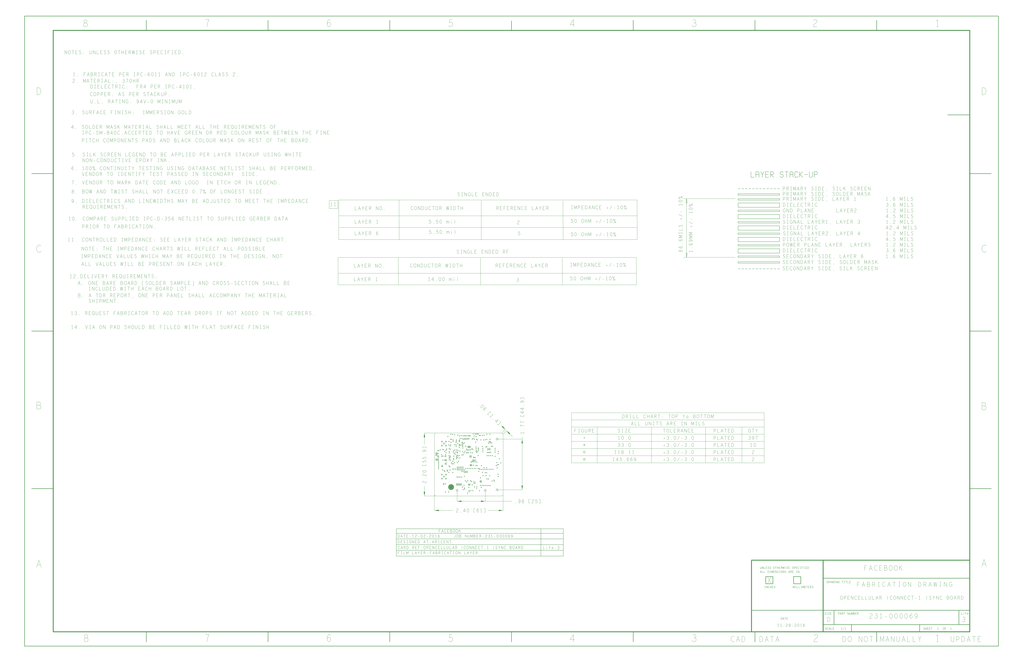
<source format=gbr>
G04 ================== begin FILE IDENTIFICATION RECORD ==================*
G04 Layout Name:  Fb_Connect1_SYNC_Life-3.brd*
G04 Film Name:    fab.gbr*
G04 File Format:  Gerber RS274X*
G04 File Origin:  Cadence Allegro 16.6-2015-S065*
G04 Origin Date:  Fri Dec 02 18:28:17 2016*
G04 *
G04 Layer:  MANUFACTURING/PHOTOPLOT_OUTLINE*
G04 Layer:  MANUFACTURING/NCDRILL_LEGEND*
G04 Layer:  MANUFACTURING/NCDRILL_FIGURE*
G04 Layer:  MANUFACTURING/NCLEGEND-1-6*
G04 Layer:  MANUFACTURING/DETAILS*
G04 Layer:  DRAWING FORMAT/OUTLINE*
G04 Layer:  DRAWING FORMAT/TITLE_BLOCK*
G04 Layer:  DRAWING FORMAT/TITLE_DATA*
G04 Layer:  DRAWING FORMAT/REVISION_BLOCK*
G04 Layer:  DRAWING FORMAT/REVISION_DATA*
G04 Layer:  DRAWING FORMAT/FAB*
G04 Layer:  DRAWING FORMAT/FILM_LABEL_OUTLINE*
G04 Layer:  DRAWING FORMAT/FAB_TEXT*
G04 Layer:  BOARD GEOMETRY/OUTLINE*
G04 Layer:  BOARD GEOMETRY/PLATING_BAR*
G04 Layer:  BOARD GEOMETRY/ASSEMBLY_NOTES*
G04 Layer:  BOARD GEOMETRY/TOOLING_CORNERS*
G04 Layer:  BOARD GEOMETRY/DIMENSION*
G04 Layer:  BOARD GEOMETRY/ASSEMBLY_DETAIL*
G04 Layer:  BOARD GEOMETRY/FAB_NOTES_SHT2*
G04 Layer:  BOARD GEOMETRY/FAB_NOTES*
G04 *
G04 Offset:    (0.000 0.000)*
G04 Mirror:    No*
G04 Mode:      Positive*
G04 Rotation:  0*
G04 FullContactRelief:  No*
G04 UndefLineWidth:     6.000*
G04 ================== end FILE IDENTIFICATION RECORD ====================*
%FSLAX25Y25*MOIN*%
%IR0*IPPOS*OFA0.00000B0.00000*MIA0B0*SFA1.00000B1.00000*%
%AMMACRO10*
1,1,.006,.015,0.0*
20,1,.006,.015,0.0,.014772,-.002605,0.0*
1,1,.006,.014772,-.002605*
20,1,.006,.014772,-.002605,.014095,-.00513,0.0*
1,1,.006,.014095,-.00513*
20,1,.006,.014095,-.00513,.01299,-.0075,0.0*
1,1,.006,.01299,-.0075*
20,1,.006,.01299,-.0075,.011491,-.009642,0.0*
1,1,.006,.011491,-.009642*
20,1,.006,.011491,-.009642,.009642,-.011491,0.0*
1,1,.006,.009642,-.011491*
20,1,.006,.009642,-.011491,.0075,-.01299,0.0*
1,1,.006,.0075,-.01299*
20,1,.006,.0075,-.01299,.00513,-.014095,0.0*
1,1,.006,.00513,-.014095*
20,1,.006,.00513,-.014095,.002605,-.014772,0.0*
1,1,.006,.002605,-.014772*
20,1,.006,.002605,-.014772,0.0,-.015,0.0*
1,1,.006,0.0,-.015*
20,1,.006,0.0,-.015,-.002605,-.014772,0.0*
1,1,.006,-.002605,-.014772*
20,1,.006,-.002605,-.014772,-.00513,-.014095,0.0*
1,1,.006,-.00513,-.014095*
20,1,.006,-.00513,-.014095,-.0075,-.01299,0.0*
1,1,.006,-.0075,-.01299*
20,1,.006,-.0075,-.01299,-.009642,-.011491,0.0*
1,1,.006,-.009642,-.011491*
20,1,.006,-.009642,-.011491,-.011491,-.009642,0.0*
1,1,.006,-.011491,-.009642*
20,1,.006,-.011491,-.009642,-.01299,-.0075,0.0*
1,1,.006,-.01299,-.0075*
20,1,.006,-.01299,-.0075,-.014095,-.00513,0.0*
1,1,.006,-.014095,-.00513*
20,1,.006,-.014095,-.00513,-.014772,-.002605,0.0*
1,1,.006,-.014772,-.002605*
20,1,.006,-.014772,-.002605,-.015,0.0,0.0*
1,1,.006,-.015,0.0*
20,1,.006,-.015,0.0,-.014772,.002605,0.0*
1,1,.006,-.014772,.002605*
20,1,.006,-.014772,.002605,-.014095,.00513,0.0*
1,1,.006,-.014095,.00513*
20,1,.006,-.014095,.00513,-.01299,.0075,0.0*
1,1,.006,-.01299,.0075*
20,1,.006,-.01299,.0075,-.011491,.009642,0.0*
1,1,.006,-.011491,.009642*
20,1,.006,-.011491,.009642,-.009642,.011491,0.0*
1,1,.006,-.009642,.011491*
20,1,.006,-.009642,.011491,-.0075,.01299,0.0*
1,1,.006,-.0075,.01299*
20,1,.006,-.0075,.01299,-.00513,.014095,0.0*
1,1,.006,-.00513,.014095*
20,1,.006,-.00513,.014095,-.002605,.014772,0.0*
1,1,.006,-.002605,.014772*
20,1,.006,-.002605,.014772,0.0,.015,0.0*
1,1,.006,0.0,.015*
20,1,.006,0.0,.015,.002605,.014772,0.0*
1,1,.006,.002605,.014772*
20,1,.006,.002605,.014772,.00513,.014095,0.0*
1,1,.006,.00513,.014095*
20,1,.006,.00513,.014095,.0075,.01299,0.0*
1,1,.006,.0075,.01299*
20,1,.006,.0075,.01299,.009642,.011491,0.0*
1,1,.006,.009642,.011491*
20,1,.006,.009642,.011491,.011491,.009642,0.0*
1,1,.006,.011491,.009642*
20,1,.006,.011491,.009642,.01299,.0075,0.0*
1,1,.006,.01299,.0075*
20,1,.006,.01299,.0075,.014095,.00513,0.0*
1,1,.006,.014095,.00513*
20,1,.006,.014095,.00513,.014772,.002605,0.0*
1,1,.006,.014772,.002605*
20,1,.006,.014772,.002605,.015,0.0,0.0*
1,1,.006,.015,0.0*
1,1,.006,-.00625,-.0075*
20,1,.006,-.00625,-.0075,0.0,.0075,0.0*
1,1,.006,0.0,.0075*
20,1,.006,0.0,.0075,.00625,-.0075,0.0*
1,1,.006,.00625,-.0075*
1,1,.006,.004,-.00225*
20,1,.006,.004,-.00225,-.004,-.00225,0.0*
1,1,.006,-.004,-.00225*
%
%ADD10MACRO10*%
%AMMACRO11*
1,1,.006,.025,0.0*
20,1,.006,.025,0.0,.02462,-.004341,0.0*
1,1,.006,.02462,-.004341*
20,1,.006,.02462,-.004341,.023492,-.008551,0.0*
1,1,.006,.023492,-.008551*
20,1,.006,.023492,-.008551,.021651,-.0125,0.0*
1,1,.006,.021651,-.0125*
20,1,.006,.021651,-.0125,.019151,-.01607,0.0*
1,1,.006,.019151,-.01607*
20,1,.006,.019151,-.01607,.01607,-.019151,0.0*
1,1,.006,.01607,-.019151*
20,1,.006,.01607,-.019151,.0125,-.021651,0.0*
1,1,.006,.0125,-.021651*
20,1,.006,.0125,-.021651,.008551,-.023492,0.0*
1,1,.006,.008551,-.023492*
20,1,.006,.008551,-.023492,.004341,-.02462,0.0*
1,1,.006,.004341,-.02462*
20,1,.006,.004341,-.02462,0.0,-.025,0.0*
1,1,.006,0.0,-.025*
20,1,.006,0.0,-.025,-.004341,-.02462,0.0*
1,1,.006,-.004341,-.02462*
20,1,.006,-.004341,-.02462,-.008551,-.023492,0.0*
1,1,.006,-.008551,-.023492*
20,1,.006,-.008551,-.023492,-.0125,-.021651,0.0*
1,1,.006,-.0125,-.021651*
20,1,.006,-.0125,-.021651,-.01607,-.019151,0.0*
1,1,.006,-.01607,-.019151*
20,1,.006,-.01607,-.019151,-.019151,-.01607,0.0*
1,1,.006,-.019151,-.01607*
20,1,.006,-.019151,-.01607,-.021651,-.0125,0.0*
1,1,.006,-.021651,-.0125*
20,1,.006,-.021651,-.0125,-.023492,-.008551,0.0*
1,1,.006,-.023492,-.008551*
20,1,.006,-.023492,-.008551,-.02462,-.004341,0.0*
1,1,.006,-.02462,-.004341*
20,1,.006,-.02462,-.004341,-.025,0.0,0.0*
1,1,.006,-.025,0.0*
20,1,.006,-.025,0.0,-.02462,.004341,0.0*
1,1,.006,-.02462,.004341*
20,1,.006,-.02462,.004341,-.023492,.008551,0.0*
1,1,.006,-.023492,.008551*
20,1,.006,-.023492,.008551,-.021651,.0125,0.0*
1,1,.006,-.021651,.0125*
20,1,.006,-.021651,.0125,-.019151,.01607,0.0*
1,1,.006,-.019151,.01607*
20,1,.006,-.019151,.01607,-.01607,.019151,0.0*
1,1,.006,-.01607,.019151*
20,1,.006,-.01607,.019151,-.0125,.021651,0.0*
1,1,.006,-.0125,.021651*
20,1,.006,-.0125,.021651,-.008551,.023492,0.0*
1,1,.006,-.008551,.023492*
20,1,.006,-.008551,.023492,-.004341,.02462,0.0*
1,1,.006,-.004341,.02462*
20,1,.006,-.004341,.02462,0.0,.025,0.0*
1,1,.006,0.0,.025*
20,1,.006,0.0,.025,.004341,.02462,0.0*
1,1,.006,.004341,.02462*
20,1,.006,.004341,.02462,.008551,.023492,0.0*
1,1,.006,.008551,.023492*
20,1,.006,.008551,.023492,.0125,.021651,0.0*
1,1,.006,.0125,.021651*
20,1,.006,.0125,.021651,.01607,.019151,0.0*
1,1,.006,.01607,.019151*
20,1,.006,.01607,.019151,.019151,.01607,0.0*
1,1,.006,.019151,.01607*
20,1,.006,.019151,.01607,.021651,.0125,0.0*
1,1,.006,.021651,.0125*
20,1,.006,.021651,.0125,.023492,.008551,0.0*
1,1,.006,.023492,.008551*
20,1,.006,.023492,.008551,.02462,.004341,0.0*
1,1,.006,.02462,.004341*
20,1,.006,.02462,.004341,.025,0.0,0.0*
1,1,.006,.025,0.0*
1,1,.006,.003333,.000834*
20,1,.006,.003333,.000834,.005,.002083,0.0*
1,1,.006,.005,.002083*
20,1,.006,.005,.002083,.00625,.004166,0.0*
1,1,.006,.00625,.004166*
20,1,.006,.00625,.004166,.007084,.007084,0.0*
1,1,.006,.007084,.007084*
20,1,.006,.007084,.007084,.00625,.009583,0.0*
1,1,.006,.00625,.009583*
20,1,.006,.00625,.009583,.004583,.01125,0.0*
1,1,.006,.004583,.01125*
20,1,.006,.004583,.01125,.001667,.0125,0.0*
1,1,.006,.001667,.0125*
20,1,.006,.001667,.0125,-.009583,.0125,0.0*
1,1,.006,-.009583,.0125*
20,1,.006,-.009583,.0125,-.009583,-.0125,0.0*
1,1,.006,-.009583,-.0125*
20,1,.006,-.009583,-.0125,.004167,-.0125,0.0*
1,1,.006,.004167,-.0125*
20,1,.006,.004167,-.0125,.007084,-.010834,0.0*
1,1,.006,.007084,-.010834*
20,1,.006,.007084,-.010834,.00875,-.008333,0.0*
1,1,.006,.00875,-.008333*
20,1,.006,.00875,-.008333,.009583,-.005417,0.0*
1,1,.006,.009583,-.005417*
20,1,.006,.009583,-.005417,.00875,-.002501,0.0*
1,1,.006,.00875,-.002501*
20,1,.006,.00875,-.002501,.00625,0.0,0.0*
1,1,.006,.00625,0.0*
20,1,.006,.00625,0.0,.003333,.000834,0.0*
1,1,.006,.003333,.000834*
20,1,.006,.003333,.000834,-.009583,.000834,0.0*
1,1,.006,-.009583,.000834*
%
%ADD11MACRO11*%
%AMMACRO12*
1,1,.006,.04,0.0*
20,1,.006,.04,0.0,.039392,-.006946,0.0*
1,1,.006,.039392,-.006946*
20,1,.006,.039392,-.006946,.037588,-.013681,0.0*
1,1,.006,.037588,-.013681*
20,1,.006,.037588,-.013681,.034641,-.02,0.0*
1,1,.006,.034641,-.02*
20,1,.006,.034641,-.02,.030642,-.025712,0.0*
1,1,.006,.030642,-.025712*
20,1,.006,.030642,-.025712,.025712,-.030642,0.0*
1,1,.006,.025712,-.030642*
20,1,.006,.025712,-.030642,.02,-.034641,0.0*
1,1,.006,.02,-.034641*
20,1,.006,.02,-.034641,.013681,-.037588,0.0*
1,1,.006,.013681,-.037588*
20,1,.006,.013681,-.037588,.006946,-.039392,0.0*
1,1,.006,.006946,-.039392*
20,1,.006,.006946,-.039392,0.0,-.04,0.0*
1,1,.006,0.0,-.04*
20,1,.006,0.0,-.04,-.006946,-.039392,0.0*
1,1,.006,-.006946,-.039392*
20,1,.006,-.006946,-.039392,-.013681,-.037588,0.0*
1,1,.006,-.013681,-.037588*
20,1,.006,-.013681,-.037588,-.02,-.034641,0.0*
1,1,.006,-.02,-.034641*
20,1,.006,-.02,-.034641,-.025712,-.030642,0.0*
1,1,.006,-.025712,-.030642*
20,1,.006,-.025712,-.030642,-.030642,-.025712,0.0*
1,1,.006,-.030642,-.025712*
20,1,.006,-.030642,-.025712,-.034641,-.02,0.0*
1,1,.006,-.034641,-.02*
20,1,.006,-.034641,-.02,-.037588,-.013681,0.0*
1,1,.006,-.037588,-.013681*
20,1,.006,-.037588,-.013681,-.039392,-.006946,0.0*
1,1,.006,-.039392,-.006946*
20,1,.006,-.039392,-.006946,-.04,0.0,0.0*
1,1,.006,-.04,0.0*
20,1,.006,-.04,0.0,-.039392,.006946,0.0*
1,1,.006,-.039392,.006946*
20,1,.006,-.039392,.006946,-.037588,.013681,0.0*
1,1,.006,-.037588,.013681*
20,1,.006,-.037588,.013681,-.034641,.02,0.0*
1,1,.006,-.034641,.02*
20,1,.006,-.034641,.02,-.030642,.025712,0.0*
1,1,.006,-.030642,.025712*
20,1,.006,-.030642,.025712,-.025712,.030642,0.0*
1,1,.006,-.025712,.030642*
20,1,.006,-.025712,.030642,-.02,.034641,0.0*
1,1,.006,-.02,.034641*
20,1,.006,-.02,.034641,-.013681,.037588,0.0*
1,1,.006,-.013681,.037588*
20,1,.006,-.013681,.037588,-.006946,.039392,0.0*
1,1,.006,-.006946,.039392*
20,1,.006,-.006946,.039392,0.0,.04,0.0*
1,1,.006,0.0,.04*
20,1,.006,0.0,.04,.006946,.039392,0.0*
1,1,.006,.006946,.039392*
20,1,.006,.006946,.039392,.013681,.037588,0.0*
1,1,.006,.013681,.037588*
20,1,.006,.013681,.037588,.02,.034641,0.0*
1,1,.006,.02,.034641*
20,1,.006,.02,.034641,.025712,.030642,0.0*
1,1,.006,.025712,.030642*
20,1,.006,.025712,.030642,.030642,.025712,0.0*
1,1,.006,.030642,.025712*
20,1,.006,.030642,.025712,.034641,.02,0.0*
1,1,.006,.034641,.02*
20,1,.006,.034641,.02,.037588,.013681,0.0*
1,1,.006,.037588,.013681*
20,1,.006,.037588,.013681,.039392,.006946,0.0*
1,1,.006,.039392,.006946*
20,1,.006,.039392,.006946,.04,0.0,0.0*
1,1,.006,.04,0.0*
1,1,.006,.014667,.016666*
20,1,.006,.014667,.016666,.010666,.018667,0.0*
1,1,.006,.010666,.018667*
20,1,.006,.010666,.018667,.006001,.02,0.0*
1,1,.006,.006001,.02*
20,1,.006,.006001,.02,.000667,.02,0.0*
1,1,.006,.000667,.02*
20,1,.006,.000667,.02,-.005334,.017999,0.0*
1,1,.006,-.005334,.017999*
20,1,.006,-.005334,.017999,-.01,.014667,0.0*
1,1,.006,-.01,.014667*
20,1,.006,-.01,.014667,-.013334,.010666,0.0*
1,1,.006,-.013334,.010666*
20,1,.006,-.013334,.010666,-.016001,.004,0.0*
1,1,.006,-.016001,.004*
20,1,.006,-.016001,.004,-.016667,-.002,0.0*
1,1,.006,-.016667,-.002*
20,1,.006,-.016667,-.002,-.015333,-.008,0.0*
1,1,.006,-.015333,-.008*
20,1,.006,-.015333,-.008,-.013334,-.012,0.0*
1,1,.006,-.013334,-.012*
20,1,.006,-.013334,-.012,-.009333,-.016001,0.0*
1,1,.006,-.009333,-.016001*
20,1,.006,-.009333,-.016001,-.004666,-.018667,0.0*
1,1,.006,-.004666,-.018667*
20,1,.006,-.004666,-.018667,-.000001,-.02,0.0*
1,1,.006,-.000001,-.02*
20,1,.006,-.000001,-.02,.004666,-.02,0.0*
1,1,.006,.004666,-.02*
20,1,.006,.004666,-.02,.009333,-.018667,0.0*
1,1,.006,.009333,-.018667*
20,1,.006,.009333,-.018667,.013334,-.016667,0.0*
1,1,.006,.013334,-.016667*
20,1,.006,.013334,-.016667,.016667,-.014001,0.0*
1,1,.006,.016667,-.014001*
%
%ADD12MACRO12*%
%AMMACRO13*
1,1,.006,.04,0.0*
20,1,.006,.04,0.0,.039392,-.006946,0.0*
1,1,.006,.039392,-.006946*
20,1,.006,.039392,-.006946,.037588,-.013681,0.0*
1,1,.006,.037588,-.013681*
20,1,.006,.037588,-.013681,.034641,-.02,0.0*
1,1,.006,.034641,-.02*
20,1,.006,.034641,-.02,.030642,-.025712,0.0*
1,1,.006,.030642,-.025712*
20,1,.006,.030642,-.025712,.025712,-.030642,0.0*
1,1,.006,.025712,-.030642*
20,1,.006,.025712,-.030642,.02,-.034641,0.0*
1,1,.006,.02,-.034641*
20,1,.006,.02,-.034641,.013681,-.037588,0.0*
1,1,.006,.013681,-.037588*
20,1,.006,.013681,-.037588,.006946,-.039392,0.0*
1,1,.006,.006946,-.039392*
20,1,.006,.006946,-.039392,0.0,-.04,0.0*
1,1,.006,0.0,-.04*
20,1,.006,0.0,-.04,-.006946,-.039392,0.0*
1,1,.006,-.006946,-.039392*
20,1,.006,-.006946,-.039392,-.013681,-.037588,0.0*
1,1,.006,-.013681,-.037588*
20,1,.006,-.013681,-.037588,-.02,-.034641,0.0*
1,1,.006,-.02,-.034641*
20,1,.006,-.02,-.034641,-.025712,-.030642,0.0*
1,1,.006,-.025712,-.030642*
20,1,.006,-.025712,-.030642,-.030642,-.025712,0.0*
1,1,.006,-.030642,-.025712*
20,1,.006,-.030642,-.025712,-.034641,-.02,0.0*
1,1,.006,-.034641,-.02*
20,1,.006,-.034641,-.02,-.037588,-.013681,0.0*
1,1,.006,-.037588,-.013681*
20,1,.006,-.037588,-.013681,-.039392,-.006946,0.0*
1,1,.006,-.039392,-.006946*
20,1,.006,-.039392,-.006946,-.04,0.0,0.0*
1,1,.006,-.04,0.0*
20,1,.006,-.04,0.0,-.039392,.006946,0.0*
1,1,.006,-.039392,.006946*
20,1,.006,-.039392,.006946,-.037588,.013681,0.0*
1,1,.006,-.037588,.013681*
20,1,.006,-.037588,.013681,-.034641,.02,0.0*
1,1,.006,-.034641,.02*
20,1,.006,-.034641,.02,-.030642,.025712,0.0*
1,1,.006,-.030642,.025712*
20,1,.006,-.030642,.025712,-.025712,.030642,0.0*
1,1,.006,-.025712,.030642*
20,1,.006,-.025712,.030642,-.02,.034641,0.0*
1,1,.006,-.02,.034641*
20,1,.006,-.02,.034641,-.013681,.037588,0.0*
1,1,.006,-.013681,.037588*
20,1,.006,-.013681,.037588,-.006946,.039392,0.0*
1,1,.006,-.006946,.039392*
20,1,.006,-.006946,.039392,0.0,.04,0.0*
1,1,.006,0.0,.04*
20,1,.006,0.0,.04,.006946,.039392,0.0*
1,1,.006,.006946,.039392*
20,1,.006,.006946,.039392,.013681,.037588,0.0*
1,1,.006,.013681,.037588*
20,1,.006,.013681,.037588,.02,.034641,0.0*
1,1,.006,.02,.034641*
20,1,.006,.02,.034641,.025712,.030642,0.0*
1,1,.006,.025712,.030642*
20,1,.006,.025712,.030642,.030642,.025712,0.0*
1,1,.006,.030642,.025712*
20,1,.006,.030642,.025712,.034641,.02,0.0*
1,1,.006,.034641,.02*
20,1,.006,.034641,.02,.037588,.013681,0.0*
1,1,.006,.037588,.013681*
20,1,.006,.037588,.013681,.039392,.006946,0.0*
1,1,.006,.039392,.006946*
20,1,.006,.039392,.006946,.04,0.0,0.0*
1,1,.006,.04,0.0*
1,1,.006,-.014667,-.02*
20,1,.006,-.014667,-.02,-.014667,.02,0.0*
1,1,.006,-.014667,.02*
20,1,.006,-.014667,.02,-.001334,.02,0.0*
1,1,.006,-.001334,.02*
20,1,.006,-.001334,.02,.004,.017999,0.0*
1,1,.006,.004,.017999*
20,1,.006,.004,.017999,.008,.015333,0.0*
1,1,.006,.008,.015333*
20,1,.006,.008,.015333,.011334,.011334,0.0*
1,1,.006,.011334,.011334*
20,1,.006,.011334,.011334,.014,.006666,0.0*
1,1,.006,.014,.006666*
20,1,.006,.014,.006666,.014667,-.000001,0.0*
1,1,.006,.014667,-.000001*
20,1,.006,.014667,-.000001,.014,-.006667,0.0*
1,1,.006,.014,-.006667*
20,1,.006,.014,-.006667,.011334,-.011334,0.0*
1,1,.006,.011334,-.011334*
20,1,.006,.011334,-.011334,.008,-.015334,0.0*
1,1,.006,.008,-.015334*
20,1,.006,.008,-.015334,.004,-.018,0.0*
1,1,.006,.004,-.018*
20,1,.006,.004,-.018,-.001334,-.02,0.0*
1,1,.006,-.001334,-.02*
20,1,.006,-.001334,-.02,-.014667,-.02,0.0*
1,1,.006,-.014667,-.02*
%
%ADD13MACRO13*%
%ADD14C,.006*%
%ADD15C,.003375*%
%ADD16C,.01*%
%ADD17C,.03*%
%ADD18C,.015*%
G75*
%LPD*%
G75*
G36*
G01X-37650Y15000D02*
X-35150Y0D01*
X-32650Y15000D01*
X-37650D01*
G37*
G36*
G01X-32650Y205000D02*
X-35150Y220000D01*
X-37650Y205000D01*
X-32650D01*
G37*
G36*
G01X15000Y-48050D02*
X0Y-50550D01*
X15000Y-53050D01*
Y-48050D01*
G37*
G36*
G01X94218Y-16030D02*
X79218Y-18530D01*
X94218Y-21030D01*
Y-16030D01*
G37*
G36*
G01X162643Y-21030D02*
X177643Y-18530D01*
X162643Y-16030D01*
Y-21030D01*
G37*
G36*
G01X225000Y-53050D02*
X240000Y-50550D01*
X225000Y-48050D01*
Y-53050D01*
G37*
G36*
G01X235366Y240579D02*
X247740Y231740D01*
X238901Y244114D01*
X235366Y240579D01*
G37*
G36*
G01X264114Y218901D02*
X251740Y227740D01*
X260579Y215366D01*
X264114Y218901D01*
G37*
G36*
G01X303950Y36600D02*
X306450Y21600D01*
X308950Y36600D01*
X303950D01*
G37*
G36*
G01X308950Y183400D02*
X306450Y198400D01*
X303950Y183400D01*
X308950D01*
G37*
G54D10*
X5400Y124800D03*
Y128800D03*
X5200Y150100D03*
Y146100D03*
Y142100D03*
X14537Y99900D03*
X14300Y95132D03*
X14537Y104900D03*
Y109900D03*
Y114900D03*
X24900Y104300D03*
X14537Y119900D03*
X13400Y124800D03*
X9400D03*
Y128800D03*
X13400D03*
X14537Y134900D03*
Y139900D03*
X11368Y137868D03*
X13500Y148600D03*
X9200Y150100D03*
Y146100D03*
Y142100D03*
X11868Y157932D03*
X15500Y158500D03*
X20500Y161000D03*
X38527Y13808D03*
X38500Y42900D03*
X32600Y43600D03*
Y39600D03*
X28047Y91100D03*
X36000Y85532D03*
X33768Y88500D03*
X40968Y110300D03*
Y115300D03*
X37968Y112800D03*
X27800Y106700D03*
X27900Y102200D03*
X29800Y125200D03*
X41000Y123200D03*
X36600Y123600D03*
X41100Y126700D03*
X37000Y126800D03*
X26000Y138000D03*
X37000D03*
X29500Y139500D03*
X40000D03*
X25300Y143950D03*
X38800Y143800D03*
X40500Y150900D03*
X32000Y161500D03*
X40500Y160000D03*
X36217Y155402D03*
X27724Y162500D03*
X49527Y13803D03*
X50269Y82100D03*
X44800Y86412D03*
X44768Y90300D03*
X54100Y90700D03*
X51140Y104870D03*
X53700Y102500D03*
X51700Y131450D03*
X55737Y125316D03*
X52050Y126450D03*
X51900Y150300D03*
X51050Y141450D03*
X51750Y136450D03*
X55400Y138950D03*
X54950Y133950D03*
X42717Y163783D03*
X54824Y162861D03*
X51900Y155300D03*
X51770Y165630D03*
X50250Y178660D03*
X56220Y178560D03*
X54824Y174476D03*
X57800Y187230D03*
X50501Y190500D03*
X56300Y198000D03*
X46800Y207800D03*
X57224Y215224D03*
X63700Y81500D03*
X73700Y94100D03*
X68300Y93800D03*
X63400Y93950D03*
X65900Y112300D03*
X69800Y116200D03*
X59300Y115753D03*
X62005Y112125D03*
X67100Y131600D03*
Y127600D03*
X64400Y121600D03*
X69300Y148800D03*
X72605Y145850D03*
X67650Y139350D03*
X70800Y160800D03*
X66000Y153100D03*
X74700Y153700D03*
X67200Y157800D03*
X75700Y172800D03*
X70860Y178810D03*
X75705Y178905D03*
X65038Y190500D03*
X75370Y187320D03*
X60300Y197900D03*
X65600Y195600D03*
X70500Y213600D03*
X63550Y215000D03*
X89377Y42090D03*
X85377D03*
X81377D03*
X77377D03*
X89377Y38090D03*
X85377D03*
X81377D03*
X77377D03*
X88877Y66064D03*
X83677Y65990D03*
X78877Y66090D03*
X79977Y95890D03*
X84477Y91190D03*
X79977D03*
X89477D03*
Y96190D03*
X84477Y95890D03*
X79977Y100590D03*
X89477Y100890D03*
X84477Y100590D03*
X81700Y133400D03*
X88500Y133000D03*
X84200Y121200D03*
X80000Y117200D03*
X77300Y130400D03*
X81700Y140000D03*
X86700Y141100D03*
X80136Y150100D03*
X79068Y143000D03*
X77300Y138400D03*
Y134400D03*
X81700Y159800D03*
X80105Y153850D03*
X89000Y156800D03*
X77144Y160456D03*
X81739Y182858D03*
X86600Y175900D03*
X86950Y169550D03*
X87900Y179600D03*
X90500Y177300D03*
X90300Y201100D03*
X76320Y191050D03*
X86500Y193000D03*
X77000Y195600D03*
X86515Y189985D03*
X87900Y195900D03*
X87600Y209300D03*
X81739Y213000D03*
X100677Y22321D03*
X104868Y27900D03*
X97600Y31700D03*
X105434Y23965D03*
X103268Y37183D03*
X93377Y42090D03*
Y38090D03*
X94468Y66000D03*
X108177Y52743D03*
X104577Y69037D03*
X104600Y82000D03*
X109300Y82100D03*
X94377Y86190D03*
X109400Y86100D03*
X104477Y86090D03*
X99477Y91190D03*
X94477D03*
X104477Y91090D03*
X99477Y96190D03*
X94477D03*
X99577Y86190D03*
X108418Y96018D03*
X94477Y100890D03*
X99477D03*
X100518Y143999D03*
X103382Y150462D03*
X96235Y143235D03*
X98600Y154850D03*
X105800Y155820D03*
X98700Y173350D03*
X95200Y178100D03*
X109300Y174000D03*
X98700Y167700D03*
X97000Y184200D03*
X98700Y178200D03*
X100500Y183050D03*
X107200Y199900D03*
X96210Y201180D03*
X100100Y198700D03*
X104031Y198500D03*
X97000Y187600D03*
X104300Y185600D03*
X108300Y210200D03*
X93446Y211368D03*
X104500Y210300D03*
X99487Y210187D03*
X115679Y10340D03*
X121177Y15390D03*
X119877Y30258D03*
X121177Y19321D03*
X123900Y41300D03*
X119500Y38200D03*
X123600Y38300D03*
X119500Y41200D03*
X112588Y48899D03*
X116076Y52857D03*
X126415Y53390D03*
X114200Y82000D03*
X114831Y95792D03*
X120831Y95818D03*
X114300Y86000D03*
X125500Y106000D03*
X125600Y109000D03*
X124200Y135800D03*
Y139800D03*
X119250Y151200D03*
X115250D03*
X111250D03*
X122600Y161200D03*
X117800Y160500D03*
X111700Y163100D03*
X114200Y160700D03*
X121000Y169800D03*
X117500Y173300D03*
X124500D03*
X117500Y169800D03*
X124500D03*
X121000Y173300D03*
X113500Y199500D03*
X120631D03*
X117100Y199400D03*
X110300Y198900D03*
X112900Y210100D03*
X121600Y210200D03*
X124665D03*
X118250Y210150D03*
X127177Y19321D03*
X139911Y31624D03*
X133377Y18990D03*
X141779Y45684D03*
X138054Y44929D03*
X131777Y38790D03*
X129327Y50290D03*
X138027Y50643D03*
X126868Y95792D03*
X132468D03*
X138831Y95818D03*
X135100Y107700D03*
X128900Y106000D03*
Y109100D03*
X127831Y119000D03*
X133800Y124900D03*
X131500Y119400D03*
X134376Y121400D03*
X137525Y125800D03*
Y119200D03*
X140000Y123700D03*
X142400Y119200D03*
X142294Y133700D03*
X128200Y135800D03*
Y139800D03*
X139100Y134400D03*
X135950Y135100D03*
X127100Y151400D03*
X133200Y150900D03*
X127200Y161200D03*
X131100Y166000D03*
X134000Y161800D03*
X135100Y200060D03*
X139600Y198700D03*
X131950Y198900D03*
X138400Y209600D03*
X141746Y216400D03*
X135365D03*
X147045Y27190D03*
X157158Y18090D03*
X147930Y33000D03*
X159768Y49000D03*
X159700Y52700D03*
X144668Y95792D03*
X152131D03*
X156100Y95600D03*
X158931Y93000D03*
X154532Y85732D03*
X148668Y106300D03*
X144668D03*
X143800Y125400D03*
X147831Y119000D03*
X152931Y141288D03*
X145481Y159950D03*
X145600Y155600D03*
X150200Y155300D03*
X145481Y165600D03*
X153500Y163500D03*
X152738Y167462D03*
X147631Y151931D03*
X153100Y159100D03*
X145000Y171300D03*
X147300Y198300D03*
X149062Y195738D03*
X144200Y188100D03*
X145720Y216400D03*
X149505D03*
X153305D03*
X156700Y211400D03*
X160200D03*
X145200Y207068D03*
X163600Y29900D03*
X160968Y36700D03*
X172468D03*
X166968D03*
X163668Y49000D03*
X160668Y63400D03*
X163600Y52700D03*
X168100Y82450D03*
X177130Y81600D03*
X169453Y70947D03*
X173300Y99124D03*
X175531Y93000D03*
X164431D03*
X170031Y93300D03*
X164031Y105506D03*
X168957Y154247D03*
Y160247D03*
Y166153D03*
X167600Y172900D03*
X171768Y195738D03*
X162336D03*
X167397Y211200D03*
X173531Y212120D03*
X183468Y36700D03*
X188968D03*
X177968D03*
X188700Y59300D03*
X183500Y59500D03*
X192484Y71016D03*
X182248Y81052D03*
X179689Y70911D03*
X186531Y93000D03*
X181031D03*
X192731Y93300D03*
X182200Y99124D03*
X189468Y140988D03*
X183968D03*
X193668Y165800D03*
X186668D03*
X190268Y163200D03*
X193668Y160800D03*
X186668D03*
X188600Y151900D03*
X192200Y152100D03*
X184900Y151900D03*
X182831Y173000D03*
X180000Y170612D03*
X193713Y197813D03*
X182887D03*
X190900Y189200D03*
X193700Y190900D03*
X188968Y184670D03*
X177831Y196631D03*
X193713Y215587D03*
X182887D03*
X194468Y36700D03*
X208700Y52000D03*
X207825Y55675D03*
X201300Y51900D03*
X204280Y93162D03*
X198331Y93300D03*
X201800Y140900D03*
X195190Y140988D03*
X196300Y152400D03*
X203100Y173600D03*
X199100D03*
X200190Y185012D03*
X194468Y184832D03*
X196100Y188000D03*
X222000Y76000D03*
X223331Y68331D03*
X219000Y98300D03*
X215789Y106211D03*
X217772Y116800D03*
X223412Y109100D03*
X219912D03*
X226742Y129958D03*
X211869Y138532D03*
X222200Y147900D03*
X211980Y166153D03*
X212000Y153200D03*
X223080Y155890D03*
X211980Y160247D03*
X231811Y115689D03*
X523319Y203100D03*
G54D11*
X26061Y60535D03*
Y74550D03*
Y175850D03*
Y189865D03*
X40076Y60535D03*
X33068Y67542D03*
X40076Y74550D03*
Y175850D03*
X33068Y182858D03*
X40076Y189865D03*
X523319Y178100D03*
G54D12*
X79218Y19728D03*
X177643D03*
X523319Y153100D03*
G54D13*
X218400Y21600D03*
Y198400D03*
X523319Y128100D03*
G54D14*
G01X704859Y832861D02*
X-336641D01*
Y737868D01*
X-336582Y741918D01*
G01X-335719Y737100D02*
X705381D01*
G01X-336317Y777569D02*
X704983D01*
G01X707459Y1033461D02*
X-334041D01*
X-334032Y895100D01*
G01D02*
X707803Y895051D01*
G01X-333119Y937700D02*
X707981D01*
G01X-333717Y978169D02*
X707583D01*
G01X-126146Y832902D02*
X-125932Y737100D01*
G01X-123546Y1033502D02*
X-123251Y894958D01*
X-123251Y894672D01*
G01X-53294Y694530D02*
X-53235Y694471D01*
G01X-50694Y895130D02*
X-50635Y895071D01*
G01X160854Y831402D02*
X161149Y736962D01*
X161208Y737100D01*
G01X163454Y1032002D02*
X163668Y895000D01*
G01X446353Y830401D02*
X446669Y737200D01*
X446708Y737300D01*
G01X448953Y1031001D02*
X449169Y895100D01*
G01X704973Y832538D02*
X705269Y737100D01*
X705328Y737337D01*
G01X707573Y1033138D02*
X707868Y895100D01*
G01X1136968Y-268200D02*
X1139468Y-261200D01*
X1141969Y-268200D01*
G01X1141068Y-265750D02*
X1137868D01*
G01X1144068Y-261200D02*
Y-268200D01*
X1148068D01*
G01X1150668Y-261200D02*
Y-268200D01*
X1154668D01*
G01X1163668D02*
Y-261200D01*
X1165668D01*
X1166468Y-261550D01*
X1167068Y-262017D01*
X1167569Y-262717D01*
X1167968Y-263534D01*
X1168068Y-264700D01*
X1167968Y-265867D01*
X1167569Y-266683D01*
X1167068Y-267384D01*
X1166468Y-267850D01*
X1165668Y-268200D01*
X1163668D01*
G01X1171268Y-261200D02*
X1173668D01*
G01X1172468D02*
Y-268200D01*
G01X1171268D02*
X1173668D01*
G01X1176468D02*
Y-261200D01*
X1179068Y-267033D01*
X1181669Y-261200D01*
Y-268200D01*
G01X1187668D02*
X1183668D01*
Y-261200D01*
X1187668D01*
G01X1186068Y-264583D02*
X1183668D01*
G01X1189968Y-268200D02*
Y-261200D01*
X1194568Y-268200D01*
Y-261200D01*
G01X1196768Y-267267D02*
X1197568Y-267850D01*
X1198468Y-268200D01*
X1199268D01*
X1200068Y-267850D01*
X1200669Y-267267D01*
X1200968Y-266450D01*
X1200769Y-265634D01*
X1200268Y-264933D01*
X1199368Y-264467D01*
X1198169Y-264233D01*
X1197468Y-263767D01*
X1197168Y-262950D01*
X1197368Y-262133D01*
X1197868Y-261550D01*
X1198568Y-261200D01*
X1199268D01*
X1199968Y-261433D01*
X1200569Y-262017D01*
G01X1204268Y-261200D02*
X1206668D01*
G01X1205468D02*
Y-268200D01*
G01X1204268D02*
X1206668D01*
G01X1212068D02*
X1211268Y-268083D01*
X1210568Y-267617D01*
X1209968Y-266917D01*
X1209568Y-266100D01*
X1209368Y-265167D01*
Y-264233D01*
X1209568Y-263300D01*
X1209968Y-262483D01*
X1210568Y-261783D01*
X1211268Y-261317D01*
X1212068Y-261200D01*
X1212868Y-261317D01*
X1213568Y-261783D01*
X1214168Y-262483D01*
X1214569Y-263300D01*
X1214769Y-264233D01*
Y-265167D01*
X1214569Y-266100D01*
X1214168Y-266917D01*
X1213568Y-267617D01*
X1212868Y-268083D01*
X1212068Y-268200D01*
G01X1216368D02*
Y-261200D01*
X1220968Y-268200D01*
Y-261200D01*
G01X1223168Y-267267D02*
X1223968Y-267850D01*
X1224868Y-268200D01*
X1225668D01*
X1226468Y-267850D01*
X1227069Y-267267D01*
X1227368Y-266450D01*
X1227169Y-265634D01*
X1226668Y-264933D01*
X1225768Y-264467D01*
X1224569Y-264233D01*
X1223868Y-263767D01*
X1223568Y-262950D01*
X1223768Y-262133D01*
X1224268Y-261550D01*
X1224968Y-261200D01*
X1225668D01*
X1226368Y-261433D01*
X1226969Y-262017D01*
G01X1235968Y-268200D02*
X1238468Y-261200D01*
X1240969Y-268200D01*
G01X1240068Y-265750D02*
X1236868D01*
G01X1243068Y-268200D02*
Y-261200D01*
X1245568D01*
X1246368Y-261550D01*
X1246869Y-262017D01*
X1247068Y-262950D01*
X1246869Y-263883D01*
X1246268Y-264467D01*
X1245568Y-264817D01*
X1243068D01*
G01X1245568D02*
X1247068Y-268200D01*
G01X1253668D02*
X1249668D01*
Y-261200D01*
X1253668D01*
G01X1252068Y-264583D02*
X1249668D01*
G01X1263668Y-261200D02*
X1266068D01*
G01X1264868D02*
Y-268200D01*
G01X1263668D02*
X1266068D01*
G01X1269168D02*
Y-261200D01*
X1273768Y-268200D01*
Y-261200D01*
G01X1137268Y-247000D02*
Y-252017D01*
X1137668Y-253067D01*
X1138468Y-253767D01*
X1139468Y-254000D01*
X1140469Y-253767D01*
X1141269Y-253067D01*
X1141668Y-252017D01*
Y-247000D01*
G01X1143768Y-254000D02*
Y-247000D01*
X1148368Y-254000D01*
Y-247000D01*
G01X1150668D02*
Y-254000D01*
X1154668D01*
G01X1161268D02*
X1157268D01*
Y-247000D01*
X1161268D01*
G01X1159668Y-250383D02*
X1157268D01*
G01X1163768Y-253067D02*
X1164568Y-253650D01*
X1165468Y-254000D01*
X1166268D01*
X1167068Y-253650D01*
X1167669Y-253067D01*
X1167968Y-252250D01*
X1167769Y-251434D01*
X1167268Y-250733D01*
X1166368Y-250267D01*
X1165169Y-250033D01*
X1164468Y-249567D01*
X1164168Y-248750D01*
X1164368Y-247933D01*
X1164868Y-247350D01*
X1165568Y-247000D01*
X1166268D01*
X1166968Y-247233D01*
X1167569Y-247817D01*
G01X1170368Y-253067D02*
X1171168Y-253650D01*
X1172068Y-254000D01*
X1172868D01*
X1173668Y-253650D01*
X1174269Y-253067D01*
X1174568Y-252250D01*
X1174369Y-251434D01*
X1173868Y-250733D01*
X1172968Y-250267D01*
X1171769Y-250033D01*
X1171068Y-249567D01*
X1170768Y-248750D01*
X1170968Y-247933D01*
X1171468Y-247350D01*
X1172168Y-247000D01*
X1172868D01*
X1173568Y-247233D01*
X1174169Y-247817D01*
G01X1185668Y-254000D02*
X1184868Y-253883D01*
X1184168Y-253417D01*
X1183568Y-252717D01*
X1183168Y-251900D01*
X1182968Y-250967D01*
Y-250033D01*
X1183168Y-249100D01*
X1183568Y-248283D01*
X1184168Y-247583D01*
X1184868Y-247117D01*
X1185668Y-247000D01*
X1186468Y-247117D01*
X1187168Y-247583D01*
X1187768Y-248283D01*
X1188169Y-249100D01*
X1188369Y-250033D01*
Y-250967D01*
X1188169Y-251900D01*
X1187768Y-252717D01*
X1187168Y-253417D01*
X1186468Y-253883D01*
X1185668Y-254000D01*
G01X1192268Y-247000D02*
Y-254000D01*
G01X1189968Y-247000D02*
X1194568D01*
G01X1196768Y-254000D02*
Y-247000D01*
G01X1200968D02*
Y-254000D01*
G01Y-250500D02*
X1196768D01*
G01X1207468Y-254000D02*
X1203468D01*
Y-247000D01*
X1207468D01*
G01X1205868Y-250383D02*
X1203468D01*
G01X1210068Y-254000D02*
Y-247000D01*
X1212568D01*
X1213368Y-247350D01*
X1213869Y-247817D01*
X1214068Y-248750D01*
X1213869Y-249683D01*
X1213268Y-250267D01*
X1212568Y-250617D01*
X1210068D01*
G01X1212568D02*
X1214068Y-254000D01*
G01X1215668Y-247000D02*
X1217068Y-254000D01*
X1218668Y-247000D01*
X1220268Y-254000D01*
X1221668Y-247000D01*
G01X1224068D02*
X1226468D01*
G01X1225268D02*
Y-254000D01*
G01X1224068D02*
X1226468D01*
G01X1229768Y-253067D02*
X1230568Y-253650D01*
X1231468Y-254000D01*
X1232268D01*
X1233068Y-253650D01*
X1233669Y-253067D01*
X1233968Y-252250D01*
X1233769Y-251434D01*
X1233268Y-250733D01*
X1232368Y-250267D01*
X1231169Y-250033D01*
X1230468Y-249567D01*
X1230168Y-248750D01*
X1230368Y-247933D01*
X1230868Y-247350D01*
X1231568Y-247000D01*
X1232268D01*
X1232968Y-247233D01*
X1233569Y-247817D01*
G01X1240468Y-254000D02*
X1236468D01*
Y-247000D01*
X1240468D01*
G01X1238868Y-250383D02*
X1236468D01*
G01X1249568Y-253067D02*
X1250368Y-253650D01*
X1251268Y-254000D01*
X1252068D01*
X1252868Y-253650D01*
X1253469Y-253067D01*
X1253768Y-252250D01*
X1253569Y-251434D01*
X1253068Y-250733D01*
X1252168Y-250267D01*
X1250969Y-250033D01*
X1250268Y-249567D01*
X1249968Y-248750D01*
X1250168Y-247933D01*
X1250668Y-247350D01*
X1251368Y-247000D01*
X1252068D01*
X1252768Y-247233D01*
X1253369Y-247817D01*
G01X1256268Y-254000D02*
Y-247000D01*
X1258668D01*
X1259468Y-247350D01*
X1260069Y-248167D01*
X1260268Y-249100D01*
X1260069Y-250033D01*
X1259568Y-250733D01*
X1258668Y-251084D01*
X1256268D01*
G01X1266868Y-254000D02*
X1262868D01*
Y-247000D01*
X1266868D01*
G01X1265268Y-250383D02*
X1262868D01*
G01X1273668Y-247583D02*
X1273068Y-247233D01*
X1272369Y-247000D01*
X1271569D01*
X1270668Y-247350D01*
X1269968Y-247933D01*
X1269468Y-248633D01*
X1269068Y-249800D01*
X1268968Y-250850D01*
X1269168Y-251900D01*
X1269468Y-252600D01*
X1270068Y-253300D01*
X1270769Y-253767D01*
X1271468Y-254000D01*
X1272168D01*
X1272868Y-253767D01*
X1273468Y-253417D01*
X1273969Y-252950D01*
G01X1276868Y-247000D02*
X1279268D01*
G01X1278068D02*
Y-254000D01*
G01X1276868D02*
X1279268D01*
G01X1282768D02*
Y-247000D01*
X1286569D01*
G01X1285168Y-250383D02*
X1282768D01*
G01X1290068Y-247000D02*
X1292468D01*
G01X1291268D02*
Y-254000D01*
G01X1290068D02*
X1292468D01*
G01X1299868D02*
X1295868D01*
Y-247000D01*
X1299868D01*
G01X1298268Y-250383D02*
X1295868D01*
G01X1302268Y-254000D02*
Y-247000D01*
X1304268D01*
X1305068Y-247350D01*
X1305668Y-247817D01*
X1306169Y-248517D01*
X1306568Y-249334D01*
X1306668Y-250500D01*
X1306568Y-251667D01*
X1306169Y-252483D01*
X1305668Y-253184D01*
X1305068Y-253650D01*
X1304268Y-254000D01*
X1302268D01*
G01X1153268Y-314500D02*
X1155668D01*
G01X1154468D02*
Y-321500D01*
G01X1153268D02*
X1155668D01*
G01X1158768D02*
Y-314500D01*
X1163368Y-321500D01*
Y-314500D01*
G01X1169868Y-315083D02*
X1169268Y-314733D01*
X1168569Y-314500D01*
X1167769D01*
X1166868Y-314850D01*
X1166168Y-315433D01*
X1165668Y-316133D01*
X1165268Y-317300D01*
X1165168Y-318350D01*
X1165368Y-319400D01*
X1165668Y-320100D01*
X1166268Y-320800D01*
X1166969Y-321267D01*
X1167668Y-321500D01*
X1168368D01*
X1169068Y-321267D01*
X1169668Y-320917D01*
X1170169Y-320450D01*
G01X1172168Y-321500D02*
Y-314500D01*
G01X1176368D02*
Y-321500D01*
G01Y-318000D02*
X1172168D01*
G01X1182868Y-321500D02*
X1178868D01*
Y-314500D01*
X1182868D01*
G01X1181268Y-317883D02*
X1178868D01*
G01X1185368Y-320567D02*
X1186168Y-321150D01*
X1187068Y-321500D01*
X1187868D01*
X1188668Y-321150D01*
X1189269Y-320567D01*
X1189568Y-319750D01*
X1189369Y-318934D01*
X1188868Y-318233D01*
X1187968Y-317767D01*
X1186769Y-317533D01*
X1186068Y-317067D01*
X1185768Y-316250D01*
X1185968Y-315433D01*
X1186468Y-314850D01*
X1187168Y-314500D01*
X1187868D01*
X1188568Y-314733D01*
X1189169Y-315317D01*
G01X1209768Y-431500D02*
Y-424500D01*
X1211768D01*
X1212568Y-424850D01*
X1213168Y-425317D01*
X1213669Y-426017D01*
X1214068Y-426834D01*
X1214168Y-428000D01*
X1214068Y-429167D01*
X1213669Y-429983D01*
X1213168Y-430684D01*
X1212568Y-431150D01*
X1211768Y-431500D01*
X1209768D01*
G01X1216068D02*
X1218568Y-424500D01*
X1221069Y-431500D01*
G01X1220168Y-429050D02*
X1216968D01*
G01X1225168Y-424500D02*
Y-431500D01*
G01X1222868Y-424500D02*
X1227468D01*
G01X1233768Y-431500D02*
X1229768D01*
Y-424500D01*
X1233768D01*
G01X1232168Y-427883D02*
X1229768D01*
G01X1251868Y-321500D02*
Y-314500D01*
X1254468Y-320333D01*
X1257069Y-314500D01*
Y-321500D01*
G01X1259868Y-314500D02*
X1262268D01*
G01X1261068D02*
Y-321500D01*
G01X1259868D02*
X1262268D01*
G01X1265668Y-314500D02*
Y-321500D01*
X1269668D01*
G01X1272268Y-314500D02*
Y-321500D01*
X1276268D01*
G01X1279668Y-314500D02*
X1282068D01*
G01X1280868D02*
Y-321500D01*
G01X1279668D02*
X1282068D01*
G01X1284868D02*
Y-314500D01*
X1287468Y-320333D01*
X1290069Y-314500D01*
Y-321500D01*
G01X1296068D02*
X1292068D01*
Y-314500D01*
X1296068D01*
G01X1294468Y-317883D02*
X1292068D01*
G01X1300668Y-314500D02*
Y-321500D01*
G01X1298368Y-314500D02*
X1302968D01*
G01X1309268Y-321500D02*
X1305268D01*
Y-314500D01*
X1309268D01*
G01X1307668Y-317883D02*
X1305268D01*
G01X1311868Y-321500D02*
Y-314500D01*
X1314368D01*
X1315168Y-314850D01*
X1315669Y-315317D01*
X1315868Y-316250D01*
X1315669Y-317183D01*
X1315068Y-317767D01*
X1314368Y-318117D01*
X1311868D01*
G01X1314368D02*
X1315868Y-321500D01*
G01X1318368Y-320567D02*
X1319168Y-321150D01*
X1320068Y-321500D01*
X1320868D01*
X1321668Y-321150D01*
X1322269Y-320567D01*
X1322568Y-319750D01*
X1322369Y-318934D01*
X1321868Y-318233D01*
X1320968Y-317767D01*
X1319769Y-317533D01*
X1319068Y-317067D01*
X1318768Y-316250D01*
X1318968Y-315433D01*
X1319468Y-314850D01*
X1320168Y-314500D01*
X1320868D01*
X1321568Y-314733D01*
X1322169Y-315317D01*
G01X1364868Y-465567D02*
X1365668Y-466150D01*
X1366568Y-466500D01*
X1367368D01*
X1368168Y-466150D01*
X1368769Y-465567D01*
X1369068Y-464750D01*
X1368869Y-463934D01*
X1368368Y-463233D01*
X1367468Y-462767D01*
X1366269Y-462533D01*
X1365568Y-462067D01*
X1365268Y-461250D01*
X1365468Y-460433D01*
X1365968Y-459850D01*
X1366668Y-459500D01*
X1367368D01*
X1368068Y-459733D01*
X1368669Y-460317D01*
G01X1375768Y-460083D02*
X1375168Y-459733D01*
X1374469Y-459500D01*
X1373669D01*
X1372768Y-459850D01*
X1372068Y-460433D01*
X1371568Y-461133D01*
X1371168Y-462300D01*
X1371068Y-463350D01*
X1371268Y-464400D01*
X1371568Y-465100D01*
X1372168Y-465800D01*
X1372869Y-466267D01*
X1373568Y-466500D01*
X1374268D01*
X1374968Y-466267D01*
X1375568Y-465917D01*
X1376069Y-465450D01*
G01X1377668Y-466500D02*
X1380168Y-459500D01*
X1382669Y-466500D01*
G01X1381768Y-464050D02*
X1378568D01*
G01X1384768Y-459500D02*
Y-466500D01*
X1388768D01*
G01X1395368D02*
X1391368D01*
Y-459500D01*
X1395368D01*
G01X1393768Y-462883D02*
X1391368D01*
G01X1362368Y-413067D02*
X1363168Y-413650D01*
X1364068Y-414000D01*
X1364868D01*
X1365668Y-413650D01*
X1366269Y-413067D01*
X1366568Y-412250D01*
X1366369Y-411434D01*
X1365868Y-410733D01*
X1364968Y-410267D01*
X1363769Y-410033D01*
X1363068Y-409567D01*
X1362768Y-408750D01*
X1362968Y-407933D01*
X1363468Y-407350D01*
X1364168Y-407000D01*
X1364868D01*
X1365568Y-407233D01*
X1366169Y-407817D01*
G01X1369868Y-407000D02*
X1372268D01*
G01X1371068D02*
Y-414000D01*
G01X1369868D02*
X1372268D01*
G01X1375768Y-407000D02*
X1379569D01*
X1375768Y-414000D01*
X1379569D01*
G01X1386268D02*
X1382268D01*
Y-407000D01*
X1386268D01*
G01X1384668Y-410383D02*
X1382268D01*
G01X1369768Y-304000D02*
Y-297000D01*
X1371768D01*
X1372568Y-297350D01*
X1373168Y-297817D01*
X1373669Y-298517D01*
X1374068Y-299334D01*
X1374168Y-300500D01*
X1374068Y-301667D01*
X1373669Y-302483D01*
X1373168Y-303184D01*
X1372568Y-303650D01*
X1371768Y-304000D01*
X1369768D01*
G01X1376568D02*
Y-297000D01*
X1379068D01*
X1379868Y-297350D01*
X1380369Y-297817D01*
X1380568Y-298750D01*
X1380369Y-299683D01*
X1379768Y-300267D01*
X1379068Y-300617D01*
X1376568D01*
G01X1379068D02*
X1380568Y-304000D01*
G01X1382668D02*
X1385168Y-297000D01*
X1387669Y-304000D01*
G01X1386768Y-301550D02*
X1383568D01*
G01X1388768Y-297000D02*
X1390168Y-304000D01*
X1391768Y-297000D01*
X1393368Y-304000D01*
X1394768Y-297000D01*
G01X1397168D02*
X1399568D01*
G01X1398368D02*
Y-304000D01*
G01X1397168D02*
X1399568D01*
G01X1402668D02*
Y-297000D01*
X1407268Y-304000D01*
Y-297000D01*
G01X1412168Y-300500D02*
X1414169D01*
Y-302600D01*
X1413568Y-303300D01*
X1412868Y-303767D01*
X1411868Y-304000D01*
X1410869Y-303767D01*
X1410168Y-303300D01*
X1409568Y-302600D01*
X1409168Y-301783D01*
X1408968Y-300850D01*
Y-300033D01*
X1409168Y-299334D01*
X1409568Y-298517D01*
X1410168Y-297817D01*
X1410768Y-297350D01*
X1411568Y-297000D01*
X1412268D01*
X1413068Y-297233D01*
X1413668Y-297700D01*
G01X1424768Y-297000D02*
Y-304000D01*
G01X1422468Y-297000D02*
X1427068D01*
G01X1430168D02*
X1432568D01*
G01X1431368D02*
Y-304000D01*
G01X1430168D02*
X1432568D01*
G01X1437968Y-297000D02*
Y-304000D01*
G01X1435668Y-297000D02*
X1440268D01*
G01X1442568D02*
Y-304000D01*
X1446568D01*
G01X1453168D02*
X1449168D01*
Y-297000D01*
X1453168D01*
G01X1451568Y-300383D02*
X1449168D01*
G01X1409968Y-414000D02*
Y-407000D01*
X1412368D01*
X1413168Y-407350D01*
X1413769Y-408167D01*
X1413968Y-409100D01*
X1413769Y-410033D01*
X1413268Y-410733D01*
X1412368Y-411084D01*
X1409968D01*
G01X1416068Y-414000D02*
X1418568Y-407000D01*
X1421069Y-414000D01*
G01X1420168Y-411550D02*
X1416968D01*
G01X1423168Y-414000D02*
Y-407000D01*
X1425668D01*
X1426468Y-407350D01*
X1426969Y-407817D01*
X1427168Y-408750D01*
X1426969Y-409683D01*
X1426368Y-410267D01*
X1425668Y-410617D01*
X1423168D01*
G01X1425668D02*
X1427168Y-414000D01*
G01X1431768Y-407000D02*
Y-414000D01*
G01X1429468Y-407000D02*
X1434068D01*
G01X1442668Y-414000D02*
Y-407000D01*
X1447268Y-414000D01*
Y-407000D01*
G01X1449368D02*
Y-412017D01*
X1449768Y-413067D01*
X1450568Y-413767D01*
X1451568Y-414000D01*
X1452569Y-413767D01*
X1453369Y-413067D01*
X1453768Y-412017D01*
Y-407000D01*
G01X1455568Y-414000D02*
Y-407000D01*
X1458168Y-412833D01*
X1460769Y-407000D01*
Y-414000D01*
G01X1465568Y-410267D02*
X1465968Y-409917D01*
X1466268Y-409334D01*
X1466469Y-408517D01*
X1466268Y-407817D01*
X1465868Y-407350D01*
X1465168Y-407000D01*
X1462468D01*
Y-414000D01*
X1465769D01*
X1466469Y-413533D01*
X1466868Y-412833D01*
X1467068Y-412017D01*
X1466868Y-411200D01*
X1466268Y-410500D01*
X1465568Y-410267D01*
X1462468D01*
G01X1473368Y-414000D02*
X1469368D01*
Y-407000D01*
X1473368D01*
G01X1471768Y-410383D02*
X1469368D01*
G01X1475968Y-414000D02*
Y-407000D01*
X1478468D01*
X1479268Y-407350D01*
X1479769Y-407817D01*
X1479968Y-408750D01*
X1479769Y-409683D01*
X1479168Y-410267D01*
X1478468Y-410617D01*
X1475968D01*
G01X1478468D02*
X1479968Y-414000D01*
G01X1421068Y-466500D02*
Y-459500D01*
X1419868Y-460900D01*
G01Y-466500D02*
X1422268D01*
G01X1425868Y-466733D02*
X1429469Y-459500D01*
G01X1434268Y-466500D02*
Y-459500D01*
X1433068Y-460900D01*
G01Y-466500D02*
X1435468D01*
G01X1707368Y-465567D02*
X1708168Y-466150D01*
X1709068Y-466500D01*
X1709869D01*
X1710669Y-466150D01*
X1711269Y-465567D01*
X1711569Y-464750D01*
X1711369Y-463934D01*
X1710869Y-463233D01*
X1709968Y-462767D01*
X1708769Y-462533D01*
X1708069Y-462067D01*
X1707768Y-461250D01*
X1707969Y-460433D01*
X1708468Y-459850D01*
X1709169Y-459500D01*
X1709869D01*
X1710568Y-459733D01*
X1711169Y-460317D01*
G01X1713968Y-466500D02*
Y-459500D01*
G01X1718169D02*
Y-466500D01*
G01Y-463000D02*
X1713968D01*
G01X1724669Y-466500D02*
X1720668D01*
Y-459500D01*
X1724669D01*
G01X1723068Y-462883D02*
X1720668D01*
G01X1731269Y-466500D02*
X1727269D01*
Y-459500D01*
X1731269D01*
G01X1729668Y-462883D02*
X1727269D01*
G01X1735868Y-459500D02*
Y-466500D01*
G01X1733569Y-459500D02*
X1738168D01*
G01X1758268Y-466500D02*
Y-459500D01*
X1757068Y-460900D01*
G01Y-466500D02*
X1759468D01*
G01X1778068D02*
X1777268Y-466383D01*
X1776569Y-465917D01*
X1775968Y-465217D01*
X1775568Y-464400D01*
X1775368Y-463467D01*
Y-462533D01*
X1775568Y-461600D01*
X1775968Y-460783D01*
X1776569Y-460083D01*
X1777268Y-459617D01*
X1778068Y-459500D01*
X1778868Y-459617D01*
X1779569Y-460083D01*
X1780169Y-460783D01*
X1780569Y-461600D01*
X1780769Y-462533D01*
Y-463467D01*
X1780569Y-464400D01*
X1780169Y-465217D01*
X1779569Y-465917D01*
X1778868Y-466383D01*
X1778068Y-466500D01*
G01X1782768D02*
Y-459500D01*
X1786569D01*
G01X1785169Y-462883D02*
X1782768D01*
G01X1803218Y-466500D02*
Y-459500D01*
X1802019Y-460900D01*
G01Y-466500D02*
X1804418D01*
G01X1839969Y-407000D02*
Y-414000D01*
X1843968D01*
G01X1848568Y-409334D02*
Y-414000D01*
G01Y-407467D02*
X1848369Y-407350D01*
Y-407117D01*
X1848568Y-407000D01*
X1848769Y-407117D01*
Y-407350D01*
X1848568Y-407467D01*
G01X1854569Y-414000D02*
Y-408050D01*
X1854769Y-407467D01*
X1855168Y-407117D01*
X1855769Y-407000D01*
X1856369Y-407233D01*
X1856669Y-407817D01*
G01X1855469Y-409800D02*
X1853468D01*
G01X1860268Y-410850D02*
X1863469D01*
X1863168Y-410033D01*
X1862669Y-409567D01*
X1861968Y-409334D01*
X1861269Y-409450D01*
X1860669Y-409800D01*
X1860268Y-410617D01*
X1860068Y-411317D01*
Y-412017D01*
X1860268Y-412717D01*
X1860768Y-413417D01*
X1861368Y-413883D01*
X1862069Y-414000D01*
X1862769Y-413767D01*
X1863469Y-413067D01*
G01X-1388907Y-249000D02*
X-1381032Y-224000D01*
X-1373156Y-249000D01*
G01X-1375992Y-240250D02*
X-1386072D01*
G01X-1378512Y316834D02*
X-1377251Y318083D01*
X-1376307Y320166D01*
X-1375676Y323084D01*
X-1376307Y325583D01*
X-1377566Y327250D01*
X-1379772Y328500D01*
X-1388276D01*
Y303500D01*
X-1377881D01*
X-1375676Y305166D01*
X-1374416Y307666D01*
X-1373787Y310583D01*
X-1374416Y313499D01*
X-1376307Y316000D01*
X-1378512Y316834D01*
X-1388276D01*
G01X-1374102Y873916D02*
X-1375992Y875167D01*
X-1378196Y876000D01*
X-1380716D01*
X-1383552Y874750D01*
X-1385756Y872667D01*
X-1387332Y870166D01*
X-1388592Y866000D01*
X-1388907Y862250D01*
X-1388276Y858500D01*
X-1387332Y856000D01*
X-1385441Y853500D01*
X-1383236Y851833D01*
X-1381032Y851000D01*
X-1378827D01*
X-1376622Y851833D01*
X-1374731Y853083D01*
X-1373156Y854749D01*
G01X-1387962Y1401000D02*
Y1426000D01*
X-1381662D01*
X-1379142Y1424750D01*
X-1377251Y1423083D01*
X-1375676Y1420584D01*
X-1374416Y1417666D01*
X-1374102Y1413500D01*
X-1374416Y1409333D01*
X-1375676Y1406416D01*
X-1377251Y1403916D01*
X-1379142Y1402250D01*
X-1381662Y1401000D01*
X-1387962D01*
G01X-1265050Y632200D02*
Y644700D01*
X-1266910Y642200D01*
G01Y632200D02*
X-1263190D01*
G01X-1256060Y634700D02*
X-1255130Y633241D01*
X-1253890Y632408D01*
X-1252495Y632200D01*
X-1251255Y632408D01*
X-1250015Y633450D01*
X-1249240Y634700D01*
X-1249085Y635950D01*
X-1249395Y637408D01*
X-1250480Y638450D01*
X-1251565Y638867D01*
X-1252960D01*
G01X-1251565D02*
X-1250635Y639492D01*
X-1249860Y640533D01*
X-1249550Y641783D01*
X-1249860Y643033D01*
X-1250635Y644075D01*
X-1252030Y644700D01*
X-1253425Y644492D01*
X-1254820Y643658D01*
G01X-1240250Y631783D02*
X-1240560Y631992D01*
Y632408D01*
X-1240250Y632617D01*
X-1239940Y632408D01*
Y631992D01*
X-1240250Y631783D01*
G01X-1218550Y632200D02*
Y644700D01*
X-1214675D01*
X-1213435Y644075D01*
X-1212660Y643242D01*
X-1212350Y641575D01*
X-1212660Y639908D01*
X-1213590Y638867D01*
X-1214675Y638242D01*
X-1218550D01*
G01X-1214675D02*
X-1212350Y632200D01*
G01X-1199950D02*
X-1206150D01*
Y644700D01*
X-1199950D01*
G01X-1202430Y638658D02*
X-1206150D01*
G01X-1190650Y632200D02*
X-1191890Y632408D01*
X-1192975Y633241D01*
X-1193905Y634492D01*
X-1194525Y635950D01*
X-1194835Y637617D01*
Y639283D01*
X-1194525Y640950D01*
X-1193905Y642408D01*
X-1192975Y643658D01*
X-1191890Y644492D01*
X-1190650Y644700D01*
X-1189410Y644492D01*
X-1188325Y643658D01*
X-1187395Y642408D01*
X-1186775Y640950D01*
X-1186465Y639283D01*
Y637617D01*
X-1186775Y635950D01*
X-1187395Y634492D01*
X-1188325Y633241D01*
X-1189410Y632408D01*
X-1190650Y632200D01*
G01X-1189410Y635533D02*
X-1187550Y632200D01*
G01X-1181660Y644700D02*
Y635742D01*
X-1181040Y633866D01*
X-1179800Y632617D01*
X-1178250Y632200D01*
X-1176700Y632617D01*
X-1175460Y633866D01*
X-1174840Y635742D01*
Y644700D01*
G01X-1162750Y632200D02*
X-1168950D01*
Y644700D01*
X-1162750D01*
G01X-1165230Y638658D02*
X-1168950D01*
G01X-1156705Y633866D02*
X-1155465Y632825D01*
X-1154070Y632200D01*
X-1152830D01*
X-1151590Y632825D01*
X-1150660Y633866D01*
X-1150195Y635325D01*
X-1150505Y636783D01*
X-1151280Y638033D01*
X-1152675Y638867D01*
X-1154535Y639283D01*
X-1155620Y640116D01*
X-1156085Y641575D01*
X-1155775Y643033D01*
X-1155000Y644075D01*
X-1153915Y644700D01*
X-1152830D01*
X-1151745Y644283D01*
X-1150815Y643242D01*
G01X-1141050Y644700D02*
Y632200D01*
G01X-1144615Y644700D02*
X-1137485D01*
G01X-1119195Y632200D02*
Y644700D01*
X-1113305D01*
G01X-1115475Y638658D02*
X-1119195D01*
G01X-1107725Y632200D02*
X-1103850Y644700D01*
X-1099975Y632200D01*
G01X-1101370Y636575D02*
X-1106330D01*
G01X-1090210Y638867D02*
X-1089590Y639492D01*
X-1089125Y640533D01*
X-1088815Y641992D01*
X-1089125Y643242D01*
X-1089745Y644075D01*
X-1090830Y644700D01*
X-1095015D01*
Y632200D01*
X-1089900D01*
X-1088815Y633033D01*
X-1088195Y634283D01*
X-1087885Y635742D01*
X-1088195Y637200D01*
X-1089125Y638450D01*
X-1090210Y638867D01*
X-1095015D01*
G01X-1082150Y632200D02*
Y644700D01*
X-1078275D01*
X-1077035Y644075D01*
X-1076260Y643242D01*
X-1075950Y641575D01*
X-1076260Y639908D01*
X-1077190Y638867D01*
X-1078275Y638242D01*
X-1082150D01*
G01X-1078275D02*
X-1075950Y632200D01*
G01X-1068510Y644700D02*
X-1064790D01*
G01X-1066650D02*
Y632200D01*
G01X-1068510D02*
X-1064790D01*
G01X-1050840Y643658D02*
X-1051770Y644283D01*
X-1052855Y644700D01*
X-1054095D01*
X-1055490Y644075D01*
X-1056575Y643033D01*
X-1057350Y641783D01*
X-1057970Y639700D01*
X-1058125Y637825D01*
X-1057815Y635950D01*
X-1057350Y634700D01*
X-1056420Y633450D01*
X-1055335Y632617D01*
X-1054250Y632200D01*
X-1053165D01*
X-1052080Y632617D01*
X-1051150Y633241D01*
X-1050375Y634075D01*
G01X-1045725Y632200D02*
X-1041850Y644700D01*
X-1037975Y632200D01*
G01X-1039370Y636575D02*
X-1044330D01*
G01X-1029450Y644700D02*
Y632200D01*
G01X-1033015Y644700D02*
X-1025885D01*
G01X-1017050Y632200D02*
X-1018290Y632408D01*
X-1019375Y633241D01*
X-1020305Y634492D01*
X-1020925Y635950D01*
X-1021235Y637617D01*
Y639283D01*
X-1020925Y640950D01*
X-1020305Y642408D01*
X-1019375Y643658D01*
X-1018290Y644492D01*
X-1017050Y644700D01*
X-1015810Y644492D01*
X-1014725Y643658D01*
X-1013795Y642408D01*
X-1013175Y640950D01*
X-1012865Y639283D01*
Y637617D01*
X-1013175Y635950D01*
X-1013795Y634492D01*
X-1014725Y633241D01*
X-1015810Y632408D01*
X-1017050Y632200D01*
G01X-1007750D02*
Y644700D01*
X-1003875D01*
X-1002635Y644075D01*
X-1001860Y643242D01*
X-1001550Y641575D01*
X-1001860Y639908D01*
X-1002790Y638867D01*
X-1003875Y638242D01*
X-1007750D01*
G01X-1003875D02*
X-1001550Y632200D01*
G01X-979850Y644700D02*
Y632200D01*
G01X-983415Y644700D02*
X-976285D01*
G01X-967450Y632200D02*
X-968690Y632408D01*
X-969775Y633241D01*
X-970705Y634492D01*
X-971325Y635950D01*
X-971635Y637617D01*
Y639283D01*
X-971325Y640950D01*
X-970705Y642408D01*
X-969775Y643658D01*
X-968690Y644492D01*
X-967450Y644700D01*
X-966210Y644492D01*
X-965125Y643658D01*
X-964195Y642408D01*
X-963575Y640950D01*
X-963265Y639283D01*
Y637617D01*
X-963575Y635950D01*
X-964195Y634492D01*
X-965125Y633241D01*
X-966210Y632408D01*
X-967450Y632200D01*
G01X-946525D02*
X-942650Y644700D01*
X-938775Y632200D01*
G01X-940170Y636575D02*
X-945130D01*
G01X-933660Y632200D02*
Y644700D01*
X-930560D01*
X-929320Y644075D01*
X-928390Y643242D01*
X-927615Y641992D01*
X-926995Y640533D01*
X-926840Y638450D01*
X-926995Y636366D01*
X-927615Y634908D01*
X-928390Y633658D01*
X-929320Y632825D01*
X-930560Y632200D01*
X-933660D01*
G01X-921260D02*
Y644700D01*
X-918160D01*
X-916920Y644075D01*
X-915990Y643242D01*
X-915215Y641992D01*
X-914595Y640533D01*
X-914440Y638450D01*
X-914595Y636366D01*
X-915215Y634908D01*
X-915990Y633658D01*
X-916920Y632825D01*
X-918160Y632200D01*
X-921260D01*
G01X-893050Y644700D02*
Y632200D01*
G01X-896615Y644700D02*
X-889485D01*
G01X-877550Y632200D02*
X-883750D01*
Y644700D01*
X-877550D01*
G01X-880030Y638658D02*
X-883750D01*
G01X-872125Y632200D02*
X-868250Y644700D01*
X-864375Y632200D01*
G01X-865770Y636575D02*
X-870730D01*
G01X-858950Y632200D02*
Y644700D01*
X-855075D01*
X-853835Y644075D01*
X-853060Y643242D01*
X-852750Y641575D01*
X-853060Y639908D01*
X-853990Y638867D01*
X-855075Y638242D01*
X-858950D01*
G01X-855075D02*
X-852750Y632200D01*
G01X-834460D02*
Y644700D01*
X-831360D01*
X-830120Y644075D01*
X-829190Y643242D01*
X-828415Y641992D01*
X-827795Y640533D01*
X-827640Y638450D01*
X-827795Y636366D01*
X-828415Y634908D01*
X-829190Y633658D01*
X-830120Y632825D01*
X-831360Y632200D01*
X-834460D01*
G01X-821750D02*
Y644700D01*
X-817875D01*
X-816635Y644075D01*
X-815860Y643242D01*
X-815550Y641575D01*
X-815860Y639908D01*
X-816790Y638867D01*
X-817875Y638242D01*
X-821750D01*
G01X-817875D02*
X-815550Y632200D01*
G01X-806250D02*
X-807490Y632408D01*
X-808575Y633241D01*
X-809505Y634492D01*
X-810125Y635950D01*
X-810435Y637617D01*
Y639283D01*
X-810125Y640950D01*
X-809505Y642408D01*
X-808575Y643658D01*
X-807490Y644492D01*
X-806250Y644700D01*
X-805010Y644492D01*
X-803925Y643658D01*
X-802995Y642408D01*
X-802375Y640950D01*
X-802065Y639283D01*
Y637617D01*
X-802375Y635950D01*
X-802995Y634492D01*
X-803925Y633241D01*
X-805010Y632408D01*
X-806250Y632200D01*
G01X-796950D02*
Y644700D01*
X-793230D01*
X-791990Y644075D01*
X-791060Y642617D01*
X-790750Y640950D01*
X-791060Y639283D01*
X-791835Y638033D01*
X-793230Y637408D01*
X-796950D01*
G01X-784705Y633866D02*
X-783465Y632825D01*
X-782070Y632200D01*
X-780830D01*
X-779590Y632825D01*
X-778660Y633866D01*
X-778195Y635325D01*
X-778505Y636783D01*
X-779280Y638033D01*
X-780675Y638867D01*
X-782535Y639283D01*
X-783620Y640116D01*
X-784085Y641575D01*
X-783775Y643033D01*
X-783000Y644075D01*
X-781915Y644700D01*
X-780830D01*
X-779745Y644283D01*
X-778815Y643242D01*
G01X-758510Y644700D02*
X-754790D01*
G01X-756650D02*
Y632200D01*
G01X-758510D02*
X-754790D01*
G01X-747195D02*
Y644700D01*
X-741305D01*
G01X-743475Y638658D02*
X-747195D01*
G01X-723015Y632200D02*
Y644700D01*
X-715885Y632200D01*
Y644700D01*
G01X-707050Y632200D02*
X-708290Y632408D01*
X-709375Y633241D01*
X-710305Y634492D01*
X-710925Y635950D01*
X-711235Y637617D01*
Y639283D01*
X-710925Y640950D01*
X-710305Y642408D01*
X-709375Y643658D01*
X-708290Y644492D01*
X-707050Y644700D01*
X-705810Y644492D01*
X-704725Y643658D01*
X-703795Y642408D01*
X-703175Y640950D01*
X-702865Y639283D01*
Y637617D01*
X-703175Y635950D01*
X-703795Y634492D01*
X-704725Y633241D01*
X-705810Y632408D01*
X-707050Y632200D01*
G01X-694650Y644700D02*
Y632200D01*
G01X-698215Y644700D02*
X-691085D01*
G01X-673725Y632200D02*
X-669850Y644700D01*
X-665975Y632200D01*
G01X-667370Y636575D02*
X-672330D01*
G01X-660860Y632200D02*
Y644700D01*
X-657760D01*
X-656520Y644075D01*
X-655590Y643242D01*
X-654815Y641992D01*
X-654195Y640533D01*
X-654040Y638450D01*
X-654195Y636366D01*
X-654815Y634908D01*
X-655590Y633658D01*
X-656520Y632825D01*
X-657760Y632200D01*
X-660860D01*
G01X-648460D02*
Y644700D01*
X-645360D01*
X-644120Y644075D01*
X-643190Y643242D01*
X-642415Y641992D01*
X-641795Y640533D01*
X-641640Y638450D01*
X-641795Y636366D01*
X-642415Y634908D01*
X-643190Y633658D01*
X-644120Y632825D01*
X-645360Y632200D01*
X-648460D01*
G01X-629550D02*
X-635750D01*
Y644700D01*
X-629550D01*
G01X-632030Y638658D02*
X-635750D01*
G01X-623660Y632200D02*
Y644700D01*
X-620560D01*
X-619320Y644075D01*
X-618390Y643242D01*
X-617615Y641992D01*
X-616995Y640533D01*
X-616840Y638450D01*
X-616995Y636366D01*
X-617615Y634908D01*
X-618390Y633658D01*
X-619320Y632825D01*
X-620560Y632200D01*
X-623660D01*
G01X-597310Y644700D02*
X-593590D01*
G01X-595450D02*
Y632200D01*
G01X-597310D02*
X-593590D01*
G01X-586615D02*
Y644700D01*
X-579485Y632200D01*
Y644700D01*
G01X-558250D02*
Y632200D01*
G01X-561815Y644700D02*
X-554685D01*
G01X-549105Y632200D02*
Y644700D01*
G01X-542595D02*
Y632200D01*
G01Y638450D02*
X-549105D01*
G01X-530350Y632200D02*
X-536550D01*
Y644700D01*
X-530350D01*
G01X-532830Y638658D02*
X-536550D01*
G01X-507720Y638450D02*
X-504620D01*
Y634700D01*
X-505550Y633450D01*
X-506635Y632617D01*
X-508185Y632200D01*
X-509735Y632617D01*
X-510820Y633450D01*
X-511750Y634700D01*
X-512370Y636158D01*
X-512680Y637825D01*
Y639283D01*
X-512370Y640533D01*
X-511750Y641992D01*
X-510820Y643242D01*
X-509890Y644075D01*
X-508650Y644700D01*
X-507565D01*
X-506325Y644283D01*
X-505395Y643450D01*
G01X-493150Y632200D02*
X-499350D01*
Y644700D01*
X-493150D01*
G01X-495630Y638658D02*
X-499350D01*
G01X-486950Y632200D02*
Y644700D01*
X-483075D01*
X-481835Y644075D01*
X-481060Y643242D01*
X-480750Y641575D01*
X-481060Y639908D01*
X-481990Y638867D01*
X-483075Y638242D01*
X-486950D01*
G01X-483075D02*
X-480750Y632200D01*
G01X-470210Y638867D02*
X-469590Y639492D01*
X-469125Y640533D01*
X-468815Y641992D01*
X-469125Y643242D01*
X-469745Y644075D01*
X-470830Y644700D01*
X-475015D01*
Y632200D01*
X-469900D01*
X-468815Y633033D01*
X-468195Y634283D01*
X-467885Y635742D01*
X-468195Y637200D01*
X-469125Y638450D01*
X-470210Y638867D01*
X-475015D01*
G01X-455950Y632200D02*
X-462150D01*
Y644700D01*
X-455950D01*
G01X-458430Y638658D02*
X-462150D01*
G01X-449750Y632200D02*
Y644700D01*
X-445875D01*
X-444635Y644075D01*
X-443860Y643242D01*
X-443550Y641575D01*
X-443860Y639908D01*
X-444790Y638867D01*
X-445875Y638242D01*
X-449750D01*
G01X-445875D02*
X-443550Y632200D01*
G01X-437505Y633866D02*
X-436265Y632825D01*
X-434870Y632200D01*
X-433630D01*
X-432390Y632825D01*
X-431460Y633866D01*
X-430995Y635325D01*
X-431305Y636783D01*
X-432080Y638033D01*
X-433475Y638867D01*
X-435335Y639283D01*
X-436420Y640116D01*
X-436885Y641575D01*
X-436575Y643033D01*
X-435800Y644075D01*
X-434715Y644700D01*
X-433630D01*
X-432545Y644283D01*
X-431615Y643242D01*
G01X-421850Y631783D02*
X-422160Y631992D01*
Y632408D01*
X-421850Y632617D01*
X-421540Y632408D01*
Y631992D01*
X-421850Y631783D01*
G01X-1275782Y888800D02*
Y901300D01*
X-1277642Y898800D01*
G01Y888800D02*
X-1273922D01*
G01X-1263382D02*
Y901300D01*
X-1265242Y898800D01*
G01Y888800D02*
X-1261522D01*
G01X-1250982Y888383D02*
X-1251292Y888592D01*
Y889008D01*
X-1250982Y889217D01*
X-1250671Y889008D01*
Y888592D01*
X-1250982Y888383D01*
G01X-1222772Y900258D02*
X-1223702Y900883D01*
X-1224786Y901300D01*
X-1226026D01*
X-1227422Y900675D01*
X-1228506Y899633D01*
X-1229282Y898383D01*
X-1229902Y896300D01*
X-1230057Y894425D01*
X-1229746Y892550D01*
X-1229282Y891300D01*
X-1228352Y890050D01*
X-1227266Y889217D01*
X-1226182Y888800D01*
X-1225097D01*
X-1224012Y889217D01*
X-1223082Y889841D01*
X-1222306Y890675D01*
G01X-1213782Y888800D02*
X-1215022Y889008D01*
X-1216106Y889841D01*
X-1217036Y891092D01*
X-1217657Y892550D01*
X-1217967Y894217D01*
Y895883D01*
X-1217657Y897550D01*
X-1217036Y899008D01*
X-1216106Y900258D01*
X-1215022Y901092D01*
X-1213782Y901300D01*
X-1212542Y901092D01*
X-1211457Y900258D01*
X-1210526Y899008D01*
X-1209906Y897550D01*
X-1209596Y895883D01*
Y894217D01*
X-1209906Y892550D01*
X-1210526Y891092D01*
X-1211457Y889841D01*
X-1212542Y889008D01*
X-1213782Y888800D01*
G01X-1204946D02*
Y901300D01*
X-1197817Y888800D01*
Y901300D01*
G01X-1188982D02*
Y888800D01*
G01X-1192546Y901300D02*
X-1185417D01*
G01X-1179682Y888800D02*
Y901300D01*
X-1175806D01*
X-1174566Y900675D01*
X-1173791Y899842D01*
X-1173482Y898175D01*
X-1173791Y896508D01*
X-1174722Y895467D01*
X-1175806Y894842D01*
X-1179682D01*
G01X-1175806D02*
X-1173482Y888800D01*
G01X-1164182D02*
X-1165422Y889008D01*
X-1166506Y889841D01*
X-1167436Y891092D01*
X-1168057Y892550D01*
X-1168367Y894217D01*
Y895883D01*
X-1168057Y897550D01*
X-1167436Y899008D01*
X-1166506Y900258D01*
X-1165422Y901092D01*
X-1164182Y901300D01*
X-1162942Y901092D01*
X-1161857Y900258D01*
X-1160926Y899008D01*
X-1160306Y897550D01*
X-1159996Y895883D01*
Y894217D01*
X-1160306Y892550D01*
X-1160926Y891092D01*
X-1161857Y889841D01*
X-1162942Y889008D01*
X-1164182Y888800D01*
G01X-1154882Y901300D02*
Y888800D01*
X-1148682D01*
G01X-1142482Y901300D02*
Y888800D01*
X-1136282D01*
G01X-1123882D02*
X-1130082D01*
Y901300D01*
X-1123882D01*
G01X-1126362Y895258D02*
X-1130082D01*
G01X-1117992Y888800D02*
Y901300D01*
X-1114892D01*
X-1113652Y900675D01*
X-1112722Y899842D01*
X-1111946Y898592D01*
X-1111326Y897133D01*
X-1111172Y895050D01*
X-1111326Y892967D01*
X-1111946Y891508D01*
X-1112722Y890258D01*
X-1113652Y889425D01*
X-1114892Y888800D01*
X-1117992D01*
G01X-1091642Y901300D02*
X-1087922D01*
G01X-1089782D02*
Y888800D01*
G01X-1091642D02*
X-1087922D01*
G01X-1081412D02*
Y901300D01*
X-1077382Y890883D01*
X-1073351Y901300D01*
Y888800D01*
G01X-1068082D02*
Y901300D01*
X-1064362D01*
X-1063122Y900675D01*
X-1062191Y899217D01*
X-1061882Y897550D01*
X-1062191Y895883D01*
X-1062966Y894633D01*
X-1064362Y894008D01*
X-1068082D01*
G01X-1049482Y888800D02*
X-1055682D01*
Y901300D01*
X-1049482D01*
G01X-1051962Y895258D02*
X-1055682D01*
G01X-1043592Y888800D02*
Y901300D01*
X-1040492D01*
X-1039252Y900675D01*
X-1038322Y899842D01*
X-1037546Y898592D01*
X-1036926Y897133D01*
X-1036772Y895050D01*
X-1036926Y892967D01*
X-1037546Y891508D01*
X-1038322Y890258D01*
X-1039252Y889425D01*
X-1040492Y888800D01*
X-1043592D01*
G01X-1031657D02*
X-1027782Y901300D01*
X-1023906Y888800D01*
G01X-1025302Y893175D02*
X-1030262D01*
G01X-1018946Y888800D02*
Y901300D01*
X-1011817Y888800D01*
Y901300D01*
G01X-999572Y900258D02*
X-1000502Y900883D01*
X-1001586Y901300D01*
X-1002826D01*
X-1004222Y900675D01*
X-1005306Y899633D01*
X-1006082Y898383D01*
X-1006702Y896300D01*
X-1006857Y894425D01*
X-1006546Y892550D01*
X-1006082Y891300D01*
X-1005152Y890050D01*
X-1004066Y889217D01*
X-1002982Y888800D01*
X-1001897D01*
X-1000812Y889217D01*
X-999882Y889841D01*
X-999106Y890675D01*
G01X-987482Y888800D02*
X-993682D01*
Y901300D01*
X-987482D01*
G01X-989962Y895258D02*
X-993682D01*
G01X-978182Y888383D02*
X-978492Y888592D01*
Y889008D01*
X-978182Y889217D01*
X-977871Y889008D01*
Y888592D01*
X-978182Y888383D01*
G01Y894008D02*
X-978492Y894217D01*
Y894633D01*
X-978182Y894842D01*
X-977871Y894633D01*
Y894217D01*
X-978182Y894008D01*
G01X-956636Y890466D02*
X-955396Y889425D01*
X-954002Y888800D01*
X-952762D01*
X-951522Y889425D01*
X-950591Y890466D01*
X-950126Y891925D01*
X-950436Y893383D01*
X-951212Y894633D01*
X-952607Y895467D01*
X-954466Y895883D01*
X-955552Y896717D01*
X-956017Y898175D01*
X-955706Y899633D01*
X-954932Y900675D01*
X-953846Y901300D01*
X-952762D01*
X-951676Y900883D01*
X-950746Y899842D01*
G01X-937882Y888800D02*
X-944082D01*
Y901300D01*
X-937882D01*
G01X-940362Y895258D02*
X-944082D01*
G01X-925482Y888800D02*
X-931682D01*
Y901300D01*
X-925482D01*
G01X-927962Y895258D02*
X-931682D01*
G01X-906882Y901300D02*
Y888800D01*
X-900682D01*
G01X-895257D02*
X-891382Y901300D01*
X-887506Y888800D01*
G01X-888902Y893175D02*
X-893862D01*
G01X-878982Y888800D02*
Y894425D01*
X-882082Y901300D01*
G01X-875882D02*
X-878982Y894425D01*
G01X-863482Y888800D02*
X-869682D01*
Y901300D01*
X-863482D01*
G01X-865962Y895258D02*
X-869682D01*
G01X-857282Y888800D02*
Y901300D01*
X-853406D01*
X-852166Y900675D01*
X-851391Y899842D01*
X-851082Y898175D01*
X-851391Y896508D01*
X-852322Y895467D01*
X-853406Y894842D01*
X-857282D01*
G01X-853406D02*
X-851082Y888800D01*
G01X-832636Y890466D02*
X-831396Y889425D01*
X-830002Y888800D01*
X-828762D01*
X-827522Y889425D01*
X-826591Y890466D01*
X-826126Y891925D01*
X-826436Y893383D01*
X-827212Y894633D01*
X-828607Y895467D01*
X-830466Y895883D01*
X-831552Y896717D01*
X-832017Y898175D01*
X-831706Y899633D01*
X-830932Y900675D01*
X-829846Y901300D01*
X-828762D01*
X-827676Y900883D01*
X-826746Y899842D01*
G01X-816982Y901300D02*
Y888800D01*
G01X-820546Y901300D02*
X-813417D01*
G01X-808457Y888800D02*
X-804582Y901300D01*
X-800706Y888800D01*
G01X-802102Y893175D02*
X-807062D01*
G01X-788772Y900258D02*
X-789702Y900883D01*
X-790786Y901300D01*
X-792026D01*
X-793422Y900675D01*
X-794506Y899633D01*
X-795282Y898383D01*
X-795902Y896300D01*
X-796057Y894425D01*
X-795746Y892550D01*
X-795282Y891300D01*
X-794352Y890050D01*
X-793266Y889217D01*
X-792182Y888800D01*
X-791097D01*
X-790012Y889217D01*
X-789082Y889841D01*
X-788306Y890675D01*
G01X-783192Y888800D02*
Y901300D01*
G01X-777302D02*
X-783192Y893591D01*
G01X-776372Y888800D02*
X-780556Y897133D01*
G01X-758857Y888800D02*
X-754982Y901300D01*
X-751106Y888800D01*
G01X-752502Y893175D02*
X-757462D01*
G01X-746146Y888800D02*
Y901300D01*
X-739017Y888800D01*
Y901300D01*
G01X-733592Y888800D02*
Y901300D01*
X-730492D01*
X-729252Y900675D01*
X-728322Y899842D01*
X-727546Y898592D01*
X-726927Y897133D01*
X-726772Y895050D01*
X-726927Y892967D01*
X-727546Y891508D01*
X-728322Y890258D01*
X-729252Y889425D01*
X-730492Y888800D01*
X-733592D01*
G01X-707242Y901300D02*
X-703522D01*
G01X-705382D02*
Y888800D01*
G01X-707242D02*
X-703522D01*
G01X-697012D02*
Y901300D01*
X-692982Y890883D01*
X-688951Y901300D01*
Y888800D01*
G01X-683682D02*
Y901300D01*
X-679962D01*
X-678722Y900675D01*
X-677791Y899217D01*
X-677481Y897550D01*
X-677791Y895883D01*
X-678566Y894633D01*
X-679962Y894008D01*
X-683682D01*
G01X-665082Y888800D02*
X-671282D01*
Y901300D01*
X-665082D01*
G01X-667562Y895258D02*
X-671282D01*
G01X-659192Y888800D02*
Y901300D01*
X-656092D01*
X-654852Y900675D01*
X-653922Y899842D01*
X-653146Y898592D01*
X-652526Y897133D01*
X-652372Y895050D01*
X-652526Y892967D01*
X-653146Y891508D01*
X-653922Y890258D01*
X-654852Y889425D01*
X-656092Y888800D01*
X-659192D01*
G01X-647257D02*
X-643382Y901300D01*
X-639506Y888800D01*
G01X-640902Y893175D02*
X-645862D01*
G01X-634546Y888800D02*
Y901300D01*
X-627417Y888800D01*
Y901300D01*
G01X-615172Y900258D02*
X-616102Y900883D01*
X-617186Y901300D01*
X-618426D01*
X-619822Y900675D01*
X-620906Y899633D01*
X-621682Y898383D01*
X-622302Y896300D01*
X-622457Y894425D01*
X-622146Y892550D01*
X-621682Y891300D01*
X-620752Y890050D01*
X-619666Y889217D01*
X-618582Y888800D01*
X-617497D01*
X-616412Y889217D01*
X-615482Y889841D01*
X-614706Y890675D01*
G01X-603082Y888800D02*
X-609282D01*
Y901300D01*
X-603082D01*
G01X-605562Y895258D02*
X-609282D01*
G01X-577972Y900258D02*
X-578902Y900883D01*
X-579986Y901300D01*
X-581226D01*
X-582622Y900675D01*
X-583706Y899633D01*
X-584482Y898383D01*
X-585102Y896300D01*
X-585257Y894425D01*
X-584946Y892550D01*
X-584482Y891300D01*
X-583552Y890050D01*
X-582466Y889217D01*
X-581382Y888800D01*
X-580297D01*
X-579212Y889217D01*
X-578281Y889841D01*
X-577506Y890675D01*
G01X-572236Y888800D02*
Y901300D01*
G01X-565727D02*
Y888800D01*
G01Y895050D02*
X-572236D01*
G01X-560457Y888800D02*
X-556582Y901300D01*
X-552706Y888800D01*
G01X-554102Y893175D02*
X-559062D01*
G01X-547282Y888800D02*
Y901300D01*
X-543406D01*
X-542166Y900675D01*
X-541391Y899842D01*
X-541082Y898175D01*
X-541391Y896508D01*
X-542322Y895467D01*
X-543406Y894842D01*
X-547282D01*
G01X-543406D02*
X-541082Y888800D01*
G01X-531782Y901300D02*
Y888800D01*
G01X-535346Y901300D02*
X-528217D01*
G01X-519382Y888383D02*
X-519692Y888592D01*
Y889008D01*
X-519382Y889217D01*
X-519071Y889008D01*
Y888592D01*
X-519382Y888383D01*
G01X-1273032Y962333D02*
Y974833D01*
X-1274892Y972333D01*
G01Y962333D02*
X-1271172D01*
G01X-1260632Y974833D02*
X-1261872Y974417D01*
X-1262802Y973375D01*
X-1263422Y972125D01*
X-1263886Y970458D01*
X-1264042Y968583D01*
X-1263886Y966708D01*
X-1263422Y965041D01*
X-1262802Y963791D01*
X-1261872Y962750D01*
X-1260632Y962333D01*
X-1259392Y962750D01*
X-1258462Y963791D01*
X-1257841Y965041D01*
X-1257376Y966708D01*
X-1257222Y968583D01*
X-1257376Y970458D01*
X-1257841Y972125D01*
X-1258462Y973375D01*
X-1259392Y974417D01*
X-1260632Y974833D01*
G01X-1248232Y961917D02*
X-1248542Y962125D01*
Y962542D01*
X-1248232Y962750D01*
X-1247921Y962542D01*
Y962125D01*
X-1248232Y961917D01*
G01X-1220022Y973792D02*
X-1220952Y974417D01*
X-1222036Y974833D01*
X-1223276D01*
X-1224672Y974208D01*
X-1225756Y973167D01*
X-1226532Y971916D01*
X-1227152Y969833D01*
X-1227307Y967958D01*
X-1226996Y966083D01*
X-1226532Y964833D01*
X-1225602Y963583D01*
X-1224516Y962750D01*
X-1223432Y962333D01*
X-1222347D01*
X-1221262Y962750D01*
X-1220332Y963375D01*
X-1219556Y964208D01*
G01X-1211032Y962333D02*
X-1212272Y962542D01*
X-1213356Y963375D01*
X-1214286Y964625D01*
X-1214907Y966083D01*
X-1215217Y967750D01*
Y969417D01*
X-1214907Y971083D01*
X-1214286Y972542D01*
X-1213356Y973792D01*
X-1212272Y974625D01*
X-1211032Y974833D01*
X-1209792Y974625D01*
X-1208707Y973792D01*
X-1207776Y972542D01*
X-1207156Y971083D01*
X-1206846Y969417D01*
Y967750D01*
X-1207156Y966083D01*
X-1207776Y964625D01*
X-1208707Y963375D01*
X-1209792Y962542D01*
X-1211032Y962333D01*
G01X-1202662D02*
Y974833D01*
X-1198632Y964417D01*
X-1194601Y974833D01*
Y962333D01*
G01X-1189332D02*
Y974833D01*
X-1185612D01*
X-1184372Y974208D01*
X-1183441Y972750D01*
X-1183132Y971083D01*
X-1183441Y969417D01*
X-1184217Y968167D01*
X-1185612Y967541D01*
X-1189332D01*
G01X-1177707Y962333D02*
X-1173832Y974833D01*
X-1169956Y962333D01*
G01X-1171352Y966708D02*
X-1176312D01*
G01X-1164532Y962333D02*
Y974833D01*
X-1160657D01*
X-1159416Y974208D01*
X-1158641Y973375D01*
X-1158332Y971708D01*
X-1158641Y970042D01*
X-1159572Y969000D01*
X-1160657Y968375D01*
X-1164532D01*
G01X-1160657D02*
X-1158332Y962333D01*
G01X-1145932D02*
X-1152132D01*
Y974833D01*
X-1145932D01*
G01X-1148412Y968792D02*
X-1152132D01*
G01X-1127486Y964000D02*
X-1126246Y962958D01*
X-1124852Y962333D01*
X-1123612D01*
X-1122372Y962958D01*
X-1121441Y964000D01*
X-1120976Y965458D01*
X-1121286Y966916D01*
X-1122062Y968167D01*
X-1123456Y969000D01*
X-1125316Y969417D01*
X-1126401Y970250D01*
X-1126867Y971708D01*
X-1126556Y973167D01*
X-1125782Y974208D01*
X-1124697Y974833D01*
X-1123612D01*
X-1122526Y974417D01*
X-1121596Y973375D01*
G01X-1115242Y974833D02*
Y965875D01*
X-1114622Y964000D01*
X-1113382Y962750D01*
X-1111832Y962333D01*
X-1110281Y962750D01*
X-1109041Y964000D01*
X-1108422Y965875D01*
Y974833D01*
G01X-1102532Y962333D02*
Y974833D01*
X-1098812D01*
X-1097572Y974208D01*
X-1096641Y972750D01*
X-1096332Y971083D01*
X-1096641Y969417D01*
X-1097416Y968167D01*
X-1098812Y967541D01*
X-1102532D01*
G01X-1090132Y962333D02*
Y974833D01*
X-1086412D01*
X-1085172Y974208D01*
X-1084241Y972750D01*
X-1083932Y971083D01*
X-1084241Y969417D01*
X-1085016Y968167D01*
X-1086412Y967541D01*
X-1090132D01*
G01X-1077732Y974833D02*
Y962333D01*
X-1071532D01*
G01X-1064092Y974833D02*
X-1060372D01*
G01X-1062232D02*
Y962333D01*
G01X-1064092D02*
X-1060372D01*
G01X-1046732D02*
X-1052932D01*
Y974833D01*
X-1046732D01*
G01X-1049212Y968792D02*
X-1052932D01*
G01X-1040842Y962333D02*
Y974833D01*
X-1037742D01*
X-1036502Y974208D01*
X-1035572Y973375D01*
X-1034796Y972125D01*
X-1034176Y970666D01*
X-1034022Y968583D01*
X-1034176Y966500D01*
X-1034796Y965041D01*
X-1035572Y963791D01*
X-1036502Y962958D01*
X-1037742Y962333D01*
X-1040842D01*
G01X-1014492Y974833D02*
X-1010772D01*
G01X-1012632D02*
Y962333D01*
G01X-1014492D02*
X-1010772D01*
G01X-1003332D02*
Y974833D01*
X-999612D01*
X-998372Y974208D01*
X-997441Y972750D01*
X-997132Y971083D01*
X-997441Y969417D01*
X-998217Y968167D01*
X-999612Y967541D01*
X-1003332D01*
G01X-984422Y973792D02*
X-985352Y974417D01*
X-986436Y974833D01*
X-987676D01*
X-989072Y974208D01*
X-990156Y973167D01*
X-990932Y971916D01*
X-991552Y969833D01*
X-991707Y967958D01*
X-991396Y966083D01*
X-990932Y964833D01*
X-990002Y963583D01*
X-988916Y962750D01*
X-987832Y962333D01*
X-986747D01*
X-985662Y962750D01*
X-984732Y963375D01*
X-983956Y964208D01*
G01X-977447Y966500D02*
X-973417D01*
G01X-966442Y962333D02*
Y974833D01*
X-963342D01*
X-962102Y974208D01*
X-961172Y973375D01*
X-960396Y972125D01*
X-959776Y970666D01*
X-959622Y968583D01*
X-959776Y966500D01*
X-960396Y965041D01*
X-961172Y963791D01*
X-962102Y962958D01*
X-963342Y962333D01*
X-966442D01*
G01X-952646Y966500D02*
X-948617D01*
G01X-941642Y964833D02*
X-940712Y963375D01*
X-939472Y962542D01*
X-938076Y962333D01*
X-936836Y962542D01*
X-935596Y963583D01*
X-934822Y964833D01*
X-934667Y966083D01*
X-934976Y967541D01*
X-936061Y968583D01*
X-937147Y969000D01*
X-938542D01*
G01X-937147D02*
X-936217Y969625D01*
X-935441Y970666D01*
X-935132Y971916D01*
X-935441Y973167D01*
X-936217Y974208D01*
X-937612Y974833D01*
X-939006Y974625D01*
X-940401Y973792D01*
G01X-929242Y964208D02*
X-928312Y963167D01*
X-927227Y962542D01*
X-925832Y962333D01*
X-924436Y962750D01*
X-923352Y963583D01*
X-922576Y965041D01*
X-922422Y966708D01*
X-922732Y968375D01*
X-923507Y969417D01*
X-924592Y970250D01*
X-925676Y970458D01*
X-926761Y970250D01*
X-928156Y969417D01*
X-927692Y974833D01*
X-923507D01*
G01X-916377Y967541D02*
X-915292Y969000D01*
X-914361Y969833D01*
X-913121Y970250D01*
X-912036Y969833D01*
X-911262Y969000D01*
X-910641Y967750D01*
X-910486Y966292D01*
X-910641Y965041D01*
X-911262Y963791D01*
X-912192Y962750D01*
X-913276Y962333D01*
X-914516Y962750D01*
X-915602Y964000D01*
X-916222Y965875D01*
X-916377Y967958D01*
X-916067Y970666D01*
X-915602Y972125D01*
X-914827Y973583D01*
X-913742Y974625D01*
X-912657Y974833D01*
X-911572Y974417D01*
X-910796Y973375D01*
G01X-892196Y962333D02*
Y974833D01*
X-885067Y962333D01*
Y974833D01*
G01X-873132Y962333D02*
X-879332D01*
Y974833D01*
X-873132D01*
G01X-875612Y968792D02*
X-879332D01*
G01X-863832Y974833D02*
Y962333D01*
G01X-867396Y974833D02*
X-860267D01*
G01X-854532D02*
Y962333D01*
X-848332D01*
G01X-840892Y974833D02*
X-837172D01*
G01X-839032D02*
Y962333D01*
G01X-840892D02*
X-837172D01*
G01X-829886Y964000D02*
X-828646Y962958D01*
X-827252Y962333D01*
X-826012D01*
X-824772Y962958D01*
X-823841Y964000D01*
X-823376Y965458D01*
X-823686Y966916D01*
X-824462Y968167D01*
X-825857Y969000D01*
X-827716Y969417D01*
X-828802Y970250D01*
X-829267Y971708D01*
X-828956Y973167D01*
X-828182Y974208D01*
X-827096Y974833D01*
X-826012D01*
X-824926Y974417D01*
X-823996Y973375D01*
G01X-814232Y974833D02*
Y962333D01*
G01X-817796Y974833D02*
X-810667D01*
G01X-789432D02*
Y962333D01*
G01X-792996Y974833D02*
X-785867D01*
G01X-777032Y962333D02*
X-778272Y962542D01*
X-779356Y963375D01*
X-780286Y964625D01*
X-780907Y966083D01*
X-781217Y967750D01*
Y969417D01*
X-780907Y971083D01*
X-780286Y972542D01*
X-779356Y973792D01*
X-778272Y974625D01*
X-777032Y974833D01*
X-775792Y974625D01*
X-774707Y973792D01*
X-773776Y972542D01*
X-773156Y971083D01*
X-772846Y969417D01*
Y967750D01*
X-773156Y966083D01*
X-773776Y964625D01*
X-774707Y963375D01*
X-775792Y962542D01*
X-777032Y962333D01*
G01X-755486Y964000D02*
X-754246Y962958D01*
X-752852Y962333D01*
X-751612D01*
X-750372Y962958D01*
X-749441Y964000D01*
X-748976Y965458D01*
X-749286Y966916D01*
X-750062Y968167D01*
X-751456Y969000D01*
X-753316Y969417D01*
X-754402Y970250D01*
X-754867Y971708D01*
X-754556Y973167D01*
X-753782Y974208D01*
X-752696Y974833D01*
X-751612D01*
X-750526Y974417D01*
X-749596Y973375D01*
G01X-743242Y974833D02*
Y965875D01*
X-742622Y964000D01*
X-741382Y962750D01*
X-739832Y962333D01*
X-738281Y962750D01*
X-737041Y964000D01*
X-736422Y965875D01*
Y974833D01*
G01X-730531Y962333D02*
Y974833D01*
X-726812D01*
X-725572Y974208D01*
X-724641Y972750D01*
X-724332Y971083D01*
X-724641Y969417D01*
X-725416Y968167D01*
X-726812Y967541D01*
X-730531D01*
G01X-718132Y962333D02*
Y974833D01*
X-714412D01*
X-713172Y974208D01*
X-712241Y972750D01*
X-711931Y971083D01*
X-712241Y969417D01*
X-713016Y968167D01*
X-714412Y967541D01*
X-718132D01*
G01X-705732Y974833D02*
Y962333D01*
X-699532D01*
G01X-692092Y974833D02*
X-688372D01*
G01X-690232D02*
Y962333D01*
G01X-692092D02*
X-688372D01*
G01X-674732D02*
X-680932D01*
Y974833D01*
X-674732D01*
G01X-677212Y968792D02*
X-680932D01*
G01X-668842Y962333D02*
Y974833D01*
X-665742D01*
X-664502Y974208D01*
X-663572Y973375D01*
X-662796Y972125D01*
X-662177Y970666D01*
X-662022Y968583D01*
X-662177Y966500D01*
X-662796Y965041D01*
X-663572Y963791D01*
X-664502Y962958D01*
X-665742Y962333D01*
X-668842D01*
G01X-639702Y968583D02*
X-636601D01*
Y964833D01*
X-637532Y963583D01*
X-638616Y962750D01*
X-640166Y962333D01*
X-641716Y962750D01*
X-642802Y963583D01*
X-643732Y964833D01*
X-644352Y966292D01*
X-644662Y967958D01*
Y969417D01*
X-644352Y970666D01*
X-643732Y972125D01*
X-642802Y973375D01*
X-641872Y974208D01*
X-640632Y974833D01*
X-639547D01*
X-638307Y974417D01*
X-637376Y973583D01*
G01X-625132Y962333D02*
X-631331D01*
Y974833D01*
X-625132D01*
G01X-627612Y968792D02*
X-631331D01*
G01X-618932Y962333D02*
Y974833D01*
X-615056D01*
X-613816Y974208D01*
X-613041Y973375D01*
X-612731Y971708D01*
X-613041Y970042D01*
X-613972Y969000D01*
X-615056Y968375D01*
X-618932D01*
G01X-615056D02*
X-612731Y962333D01*
G01X-602192Y969000D02*
X-601572Y969625D01*
X-601107Y970666D01*
X-600796Y972125D01*
X-601107Y973375D01*
X-601726Y974208D01*
X-602812Y974833D01*
X-606996D01*
Y962333D01*
X-601881D01*
X-600796Y963167D01*
X-600177Y964417D01*
X-599867Y965875D01*
X-600177Y967333D01*
X-601107Y968583D01*
X-602192Y969000D01*
X-606996D01*
G01X-587932Y962333D02*
X-594132D01*
Y974833D01*
X-587932D01*
G01X-590412Y968792D02*
X-594132D01*
G01X-581732Y962333D02*
Y974833D01*
X-577856D01*
X-576616Y974208D01*
X-575841Y973375D01*
X-575532Y971708D01*
X-575841Y970042D01*
X-576772Y969000D01*
X-577856Y968375D01*
X-581732D01*
G01X-577856D02*
X-575532Y962333D01*
G01X-557242D02*
Y974833D01*
X-554142D01*
X-552902Y974208D01*
X-551972Y973375D01*
X-551196Y972125D01*
X-550576Y970666D01*
X-550422Y968583D01*
X-550576Y966500D01*
X-551196Y965041D01*
X-551972Y963791D01*
X-552902Y962958D01*
X-554142Y962333D01*
X-557242D01*
G01X-545307D02*
X-541432Y974833D01*
X-537556Y962333D01*
G01X-538952Y966708D02*
X-543912D01*
G01X-529032Y974833D02*
Y962333D01*
G01X-532596Y974833D02*
X-525467D01*
G01X-520507Y962333D02*
X-516632Y974833D01*
X-512756Y962333D01*
G01X-514152Y966708D02*
X-519112D01*
G01X-1227432Y1003433D02*
Y1015933D01*
X-1223556D01*
X-1222317Y1015308D01*
X-1221541Y1014475D01*
X-1221232Y1012808D01*
X-1221541Y1011142D01*
X-1222472Y1010100D01*
X-1223556Y1009475D01*
X-1227432D01*
G01X-1223556D02*
X-1221232Y1003433D01*
G01X-1208832D02*
X-1215032D01*
Y1015933D01*
X-1208832D01*
G01X-1211312Y1009892D02*
X-1215032D01*
G01X-1199532Y1003433D02*
X-1200772Y1003642D01*
X-1201856Y1004475D01*
X-1202786Y1005725D01*
X-1203407Y1007183D01*
X-1203717Y1008850D01*
Y1010517D01*
X-1203407Y1012183D01*
X-1202786Y1013642D01*
X-1201856Y1014892D01*
X-1200772Y1015725D01*
X-1199532Y1015933D01*
X-1198292Y1015725D01*
X-1197207Y1014892D01*
X-1196276Y1013642D01*
X-1195656Y1012183D01*
X-1195346Y1010517D01*
Y1008850D01*
X-1195656Y1007183D01*
X-1196276Y1005725D01*
X-1197207Y1004475D01*
X-1198292Y1003642D01*
X-1199532Y1003433D01*
G01X-1198292Y1006767D02*
X-1196432Y1003433D01*
G01X-1190542Y1015933D02*
Y1006975D01*
X-1189922Y1005100D01*
X-1188682Y1003850D01*
X-1187132Y1003433D01*
X-1185581Y1003850D01*
X-1184341Y1005100D01*
X-1183722Y1006975D01*
Y1015933D01*
G01X-1176592D02*
X-1172872D01*
G01X-1174732D02*
Y1003433D01*
G01X-1176592D02*
X-1172872D01*
G01X-1165432D02*
Y1015933D01*
X-1161556D01*
X-1160316Y1015308D01*
X-1159541Y1014475D01*
X-1159232Y1012808D01*
X-1159541Y1011142D01*
X-1160472Y1010100D01*
X-1161556Y1009475D01*
X-1165432D01*
G01X-1161556D02*
X-1159232Y1003433D01*
G01X-1146832D02*
X-1153032D01*
Y1015933D01*
X-1146832D01*
G01X-1149312Y1009892D02*
X-1153032D01*
G01X-1141562Y1003433D02*
Y1015933D01*
X-1137532Y1005517D01*
X-1133501Y1015933D01*
Y1003433D01*
G01X-1122032D02*
X-1128232D01*
Y1015933D01*
X-1122032D01*
G01X-1124512Y1009892D02*
X-1128232D01*
G01X-1116296Y1003433D02*
Y1015933D01*
X-1109167Y1003433D01*
Y1015933D01*
G01X-1100332D02*
Y1003433D01*
G01X-1103896Y1015933D02*
X-1096767D01*
G01X-1091186Y1005100D02*
X-1089946Y1004058D01*
X-1088552Y1003433D01*
X-1087312D01*
X-1086072Y1004058D01*
X-1085141Y1005100D01*
X-1084676Y1006558D01*
X-1084986Y1008016D01*
X-1085762Y1009266D01*
X-1087156Y1010100D01*
X-1089016Y1010517D01*
X-1090102Y1011350D01*
X-1090567Y1012808D01*
X-1090256Y1014267D01*
X-1089482Y1015308D01*
X-1088396Y1015933D01*
X-1087312D01*
X-1086226Y1015517D01*
X-1085296Y1014475D01*
G01X-1075532Y1003017D02*
X-1075842Y1003225D01*
Y1003642D01*
X-1075532Y1003850D01*
X-1075221Y1003642D01*
Y1003225D01*
X-1075532Y1003017D01*
G01X-1263142Y1088433D02*
X-1262832Y1091141D01*
X-1262366Y1093433D01*
X-1261747Y1095517D01*
X-1260972Y1097808D01*
X-1259732Y1100933D01*
X-1265932D01*
G01X-1250432Y1088017D02*
X-1250742Y1088225D01*
Y1088642D01*
X-1250432Y1088850D01*
X-1250121Y1088642D01*
Y1088225D01*
X-1250432Y1088017D01*
G01X-1229507Y1100933D02*
X-1225632Y1088433D01*
X-1221756Y1100933D01*
G01X-1210132Y1088433D02*
X-1216332D01*
Y1100933D01*
X-1210132D01*
G01X-1212612Y1094892D02*
X-1216332D01*
G01X-1204396Y1088433D02*
Y1100933D01*
X-1197267Y1088433D01*
Y1100933D01*
G01X-1191842Y1088433D02*
Y1100933D01*
X-1188742D01*
X-1187502Y1100308D01*
X-1186572Y1099475D01*
X-1185796Y1098225D01*
X-1185176Y1096766D01*
X-1185022Y1094683D01*
X-1185176Y1092600D01*
X-1185796Y1091141D01*
X-1186572Y1089891D01*
X-1187502Y1089058D01*
X-1188742Y1088433D01*
X-1191842D01*
G01X-1176032D02*
X-1177272Y1088642D01*
X-1178356Y1089475D01*
X-1179286Y1090725D01*
X-1179907Y1092183D01*
X-1180217Y1093850D01*
Y1095517D01*
X-1179907Y1097183D01*
X-1179286Y1098642D01*
X-1178356Y1099892D01*
X-1177272Y1100725D01*
X-1176032Y1100933D01*
X-1174792Y1100725D01*
X-1173707Y1099892D01*
X-1172776Y1098642D01*
X-1172156Y1097183D01*
X-1171846Y1095517D01*
Y1093850D01*
X-1172156Y1092183D01*
X-1172776Y1090725D01*
X-1173707Y1089475D01*
X-1174792Y1088642D01*
X-1176032Y1088433D01*
G01X-1166732D02*
Y1100933D01*
X-1162856D01*
X-1161616Y1100308D01*
X-1160841Y1099475D01*
X-1160532Y1097808D01*
X-1160841Y1096142D01*
X-1161772Y1095100D01*
X-1162856Y1094475D01*
X-1166732D01*
G01X-1162856D02*
X-1160532Y1088433D01*
G01X-1138832Y1100933D02*
Y1088433D01*
G01X-1142396Y1100933D02*
X-1135267D01*
G01X-1126432Y1088433D02*
X-1127672Y1088642D01*
X-1128756Y1089475D01*
X-1129686Y1090725D01*
X-1130307Y1092183D01*
X-1130617Y1093850D01*
Y1095517D01*
X-1130307Y1097183D01*
X-1129686Y1098642D01*
X-1128756Y1099892D01*
X-1127672Y1100725D01*
X-1126432Y1100933D01*
X-1125192Y1100725D01*
X-1124107Y1099892D01*
X-1123176Y1098642D01*
X-1122556Y1097183D01*
X-1122246Y1095517D01*
Y1093850D01*
X-1122556Y1092183D01*
X-1123176Y1090725D01*
X-1124107Y1089475D01*
X-1125192Y1088642D01*
X-1126432Y1088433D01*
G01X-1105662D02*
Y1100933D01*
X-1101632Y1090517D01*
X-1097601Y1100933D01*
Y1088433D01*
G01X-1093107D02*
X-1089232Y1100933D01*
X-1085356Y1088433D01*
G01X-1086752Y1092808D02*
X-1091712D01*
G01X-1079932Y1088433D02*
Y1100933D01*
X-1076057D01*
X-1074817Y1100308D01*
X-1074041Y1099475D01*
X-1073732Y1097808D01*
X-1074041Y1096142D01*
X-1074972Y1095100D01*
X-1076057Y1094475D01*
X-1079932D01*
G01X-1076057D02*
X-1073732Y1088433D01*
G01X-1067842D02*
Y1100933D01*
G01X-1061952D02*
X-1067842Y1093225D01*
G01X-1061022Y1088433D02*
X-1065206Y1096766D01*
G01X-1043042Y1088433D02*
Y1100933D01*
X-1039942D01*
X-1038702Y1100308D01*
X-1037772Y1099475D01*
X-1036996Y1098225D01*
X-1036376Y1096766D01*
X-1036222Y1094683D01*
X-1036376Y1092600D01*
X-1036996Y1091141D01*
X-1037772Y1089891D01*
X-1038702Y1089058D01*
X-1039942Y1088433D01*
X-1043042D01*
G01X-1031107D02*
X-1027232Y1100933D01*
X-1023356Y1088433D01*
G01X-1024752Y1092808D02*
X-1029712D01*
G01X-1014832Y1100933D02*
Y1088433D01*
G01X-1018396Y1100933D02*
X-1011267D01*
G01X-999332Y1088433D02*
X-1005532D01*
Y1100933D01*
X-999332D01*
G01X-1001812Y1094892D02*
X-1005532D01*
G01X-974222Y1099892D02*
X-975152Y1100517D01*
X-976236Y1100933D01*
X-977476D01*
X-978872Y1100308D01*
X-979956Y1099267D01*
X-980732Y1098017D01*
X-981352Y1095933D01*
X-981507Y1094058D01*
X-981196Y1092183D01*
X-980732Y1090933D01*
X-979802Y1089683D01*
X-978716Y1088850D01*
X-977632Y1088433D01*
X-976547D01*
X-975461Y1088850D01*
X-974532Y1089475D01*
X-973756Y1090308D01*
G01X-965232Y1088433D02*
X-966472Y1088642D01*
X-967556Y1089475D01*
X-968486Y1090725D01*
X-969107Y1092183D01*
X-969417Y1093850D01*
Y1095517D01*
X-969107Y1097183D01*
X-968486Y1098642D01*
X-967556Y1099892D01*
X-966472Y1100725D01*
X-965232Y1100933D01*
X-963992Y1100725D01*
X-962907Y1099892D01*
X-961976Y1098642D01*
X-961356Y1097183D01*
X-961046Y1095517D01*
Y1093850D01*
X-961356Y1092183D01*
X-961976Y1090725D01*
X-962907Y1089475D01*
X-963992Y1088642D01*
X-965232Y1088433D01*
G01X-956242D02*
Y1100933D01*
X-953142D01*
X-951902Y1100308D01*
X-950972Y1099475D01*
X-950196Y1098225D01*
X-949576Y1096766D01*
X-949422Y1094683D01*
X-949576Y1092600D01*
X-950196Y1091141D01*
X-950972Y1089891D01*
X-951902Y1089058D01*
X-953142Y1088433D01*
X-956242D01*
G01X-937332D02*
X-943532D01*
Y1100933D01*
X-937332D01*
G01X-939812Y1094892D02*
X-943532D01*
G01X-919507Y1088433D02*
X-915632Y1100933D01*
X-911756Y1088433D01*
G01X-913152Y1092808D02*
X-918112D01*
G01X-906796Y1088433D02*
Y1100933D01*
X-899667Y1088433D01*
Y1100933D01*
G01X-894242Y1088433D02*
Y1100933D01*
X-891142D01*
X-889902Y1100308D01*
X-888972Y1099475D01*
X-888196Y1098225D01*
X-887576Y1096766D01*
X-887422Y1094683D01*
X-887576Y1092600D01*
X-888196Y1091141D01*
X-888972Y1089891D01*
X-889902Y1089058D01*
X-891142Y1088433D01*
X-894242D01*
G01X-869132Y1100933D02*
Y1088433D01*
X-862932D01*
G01X-853632D02*
X-854872Y1088642D01*
X-855956Y1089475D01*
X-856887Y1090725D01*
X-857507Y1092183D01*
X-857817Y1093850D01*
Y1095517D01*
X-857507Y1097183D01*
X-856887Y1098642D01*
X-855956Y1099892D01*
X-854872Y1100725D01*
X-853632Y1100933D01*
X-852392Y1100725D01*
X-851307Y1099892D01*
X-850376Y1098642D01*
X-849756Y1097183D01*
X-849446Y1095517D01*
Y1093850D01*
X-849756Y1092183D01*
X-850376Y1090725D01*
X-851307Y1089475D01*
X-852392Y1088642D01*
X-853632Y1088433D01*
G01X-840302Y1094683D02*
X-837201D01*
Y1090933D01*
X-838132Y1089683D01*
X-839216Y1088850D01*
X-840767Y1088433D01*
X-842316Y1088850D01*
X-843401Y1089683D01*
X-844332Y1090933D01*
X-844952Y1092392D01*
X-845262Y1094058D01*
Y1095517D01*
X-844952Y1096766D01*
X-844332Y1098225D01*
X-843401Y1099475D01*
X-842472Y1100308D01*
X-841232Y1100933D01*
X-840147D01*
X-838907Y1100517D01*
X-837976Y1099683D01*
G01X-828832Y1088433D02*
X-830072Y1088642D01*
X-831156Y1089475D01*
X-832086Y1090725D01*
X-832707Y1092183D01*
X-833017Y1093850D01*
Y1095517D01*
X-832707Y1097183D01*
X-832086Y1098642D01*
X-831156Y1099892D01*
X-830072Y1100725D01*
X-828832Y1100933D01*
X-827592Y1100725D01*
X-826507Y1099892D01*
X-825576Y1098642D01*
X-824956Y1097183D01*
X-824646Y1095517D01*
Y1093850D01*
X-824956Y1092183D01*
X-825576Y1090725D01*
X-826507Y1089475D01*
X-827592Y1088642D01*
X-828832Y1088433D01*
G01X-793492Y1100933D02*
X-789772D01*
G01X-791632D02*
Y1088433D01*
G01X-793492D02*
X-789772D01*
G01X-782796D02*
Y1100933D01*
X-775667Y1088433D01*
Y1100933D01*
G01X-751332Y1088433D02*
X-757532D01*
Y1100933D01*
X-751332D01*
G01X-753812Y1094892D02*
X-757532D01*
G01X-742032Y1100933D02*
Y1088433D01*
G01X-745596Y1100933D02*
X-738467D01*
G01X-726222Y1099892D02*
X-727152Y1100517D01*
X-728236Y1100933D01*
X-729476D01*
X-730872Y1100308D01*
X-731956Y1099267D01*
X-732732Y1098017D01*
X-733352Y1095933D01*
X-733507Y1094058D01*
X-733196Y1092183D01*
X-732732Y1090933D01*
X-731802Y1089683D01*
X-730716Y1088850D01*
X-729632Y1088433D01*
X-728547D01*
X-727462Y1088850D01*
X-726532Y1089475D01*
X-725756Y1090308D01*
G01X-720486Y1088433D02*
Y1100933D01*
G01X-713977D02*
Y1088433D01*
G01Y1094683D02*
X-720486D01*
G01X-692432Y1088433D02*
X-693672Y1088642D01*
X-694756Y1089475D01*
X-695686Y1090725D01*
X-696307Y1092183D01*
X-696617Y1093850D01*
Y1095517D01*
X-696307Y1097183D01*
X-695686Y1098642D01*
X-694756Y1099892D01*
X-693672Y1100725D01*
X-692432Y1100933D01*
X-691192Y1100725D01*
X-690107Y1099892D01*
X-689176Y1098642D01*
X-688556Y1097183D01*
X-688246Y1095517D01*
Y1093850D01*
X-688556Y1092183D01*
X-689176Y1090725D01*
X-690107Y1089475D01*
X-691192Y1088642D01*
X-692432Y1088433D01*
G01X-683132D02*
Y1100933D01*
X-679256D01*
X-678016Y1100308D01*
X-677241Y1099475D01*
X-676932Y1097808D01*
X-677241Y1096142D01*
X-678172Y1095100D01*
X-679256Y1094475D01*
X-683132D01*
G01X-679256D02*
X-676932Y1088433D01*
G01X-657092Y1100933D02*
X-653372D01*
G01X-655232D02*
Y1088433D01*
G01X-657092D02*
X-653372D01*
G01X-646396D02*
Y1100933D01*
X-639267Y1088433D01*
Y1100933D01*
G01X-621132D02*
Y1088433D01*
X-614932D01*
G01X-602532D02*
X-608731D01*
Y1100933D01*
X-602532D01*
G01X-605012Y1094892D02*
X-608731D01*
G01X-592302Y1094683D02*
X-589201D01*
Y1090933D01*
X-590132Y1089683D01*
X-591216Y1088850D01*
X-592766Y1088433D01*
X-594316Y1088850D01*
X-595402Y1089683D01*
X-596332Y1090933D01*
X-596952Y1092392D01*
X-597262Y1094058D01*
Y1095517D01*
X-596952Y1096766D01*
X-596332Y1098225D01*
X-595402Y1099475D01*
X-594472Y1100308D01*
X-593232Y1100933D01*
X-592147D01*
X-590907Y1100517D01*
X-589976Y1099683D01*
G01X-577732Y1088433D02*
X-583932D01*
Y1100933D01*
X-577732D01*
G01X-580212Y1094892D02*
X-583932D01*
G01X-571996Y1088433D02*
Y1100933D01*
X-564867Y1088433D01*
Y1100933D01*
G01X-559442Y1088433D02*
Y1100933D01*
X-556342D01*
X-555102Y1100308D01*
X-554172Y1099475D01*
X-553396Y1098225D01*
X-552776Y1096766D01*
X-552622Y1094683D01*
X-552776Y1092600D01*
X-553396Y1091141D01*
X-554172Y1089891D01*
X-555102Y1089058D01*
X-556342Y1088433D01*
X-559442D01*
G01X-543632Y1088017D02*
X-543942Y1088225D01*
Y1088642D01*
X-543632Y1088850D01*
X-543321Y1088642D01*
Y1088225D01*
X-543632Y1088017D01*
G01X-1230057Y1130600D02*
X-1226182Y1118100D01*
X-1222306Y1130600D01*
G01X-1210682Y1118100D02*
X-1216882D01*
Y1130600D01*
X-1210682D01*
G01X-1213162Y1124558D02*
X-1216882D01*
G01X-1204946Y1118100D02*
Y1130600D01*
X-1197817Y1118100D01*
Y1130600D01*
G01X-1192392Y1118100D02*
Y1130600D01*
X-1189292D01*
X-1188052Y1129975D01*
X-1187122Y1129142D01*
X-1186346Y1127892D01*
X-1185726Y1126433D01*
X-1185572Y1124350D01*
X-1185726Y1122266D01*
X-1186346Y1120808D01*
X-1187122Y1119558D01*
X-1188052Y1118725D01*
X-1189292Y1118100D01*
X-1192392D01*
G01X-1176582D02*
X-1177822Y1118308D01*
X-1178906Y1119141D01*
X-1179836Y1120392D01*
X-1180457Y1121850D01*
X-1180767Y1123517D01*
Y1125183D01*
X-1180457Y1126850D01*
X-1179836Y1128308D01*
X-1178906Y1129558D01*
X-1177822Y1130392D01*
X-1176582Y1130600D01*
X-1175342Y1130392D01*
X-1174257Y1129558D01*
X-1173326Y1128308D01*
X-1172706Y1126850D01*
X-1172396Y1125183D01*
Y1123517D01*
X-1172706Y1121850D01*
X-1173326Y1120392D01*
X-1174257Y1119141D01*
X-1175342Y1118308D01*
X-1176582Y1118100D01*
G01X-1167282D02*
Y1130600D01*
X-1163407D01*
X-1162167Y1129975D01*
X-1161391Y1129142D01*
X-1161082Y1127475D01*
X-1161391Y1125808D01*
X-1162322Y1124767D01*
X-1163407Y1124142D01*
X-1167282D01*
G01X-1163407D02*
X-1161082Y1118100D01*
G01X-1139382Y1130600D02*
Y1118100D01*
G01X-1142946Y1130600D02*
X-1135817D01*
G01X-1126982Y1118100D02*
X-1128222Y1118308D01*
X-1129306Y1119141D01*
X-1130236Y1120392D01*
X-1130857Y1121850D01*
X-1131167Y1123517D01*
Y1125183D01*
X-1130857Y1126850D01*
X-1130236Y1128308D01*
X-1129306Y1129558D01*
X-1128222Y1130392D01*
X-1126982Y1130600D01*
X-1125742Y1130392D01*
X-1124657Y1129558D01*
X-1123726Y1128308D01*
X-1123106Y1126850D01*
X-1122796Y1125183D01*
Y1123517D01*
X-1123106Y1121850D01*
X-1123726Y1120392D01*
X-1124657Y1119141D01*
X-1125742Y1118308D01*
X-1126982Y1118100D01*
G01X-1104042Y1130600D02*
X-1100322D01*
G01X-1102182D02*
Y1118100D01*
G01X-1104042D02*
X-1100322D01*
G01X-1093192D02*
Y1130600D01*
X-1090092D01*
X-1088852Y1129975D01*
X-1087922Y1129142D01*
X-1087146Y1127892D01*
X-1086526Y1126433D01*
X-1086372Y1124350D01*
X-1086526Y1122266D01*
X-1087146Y1120808D01*
X-1087922Y1119558D01*
X-1088852Y1118725D01*
X-1090092Y1118100D01*
X-1093192D01*
G01X-1074282D02*
X-1080482D01*
Y1130600D01*
X-1074282D01*
G01X-1076762Y1124558D02*
X-1080482D01*
G01X-1068546Y1118100D02*
Y1130600D01*
X-1061417Y1118100D01*
Y1130600D01*
G01X-1052582D02*
Y1118100D01*
G01X-1056146Y1130600D02*
X-1049017D01*
G01X-1042042D02*
X-1038322D01*
G01X-1040182D02*
Y1118100D01*
G01X-1042042D02*
X-1038322D01*
G01X-1030727D02*
Y1130600D01*
X-1024836D01*
G01X-1027007Y1124558D02*
X-1030727D01*
G01X-1015382Y1118100D02*
Y1123725D01*
X-1018482Y1130600D01*
G01X-1012282D02*
X-1015382Y1123725D01*
G01X-990582Y1130600D02*
Y1118100D01*
G01X-994146Y1130600D02*
X-987017D01*
G01X-975082Y1118100D02*
X-981282D01*
Y1130600D01*
X-975082D01*
G01X-977562Y1124558D02*
X-981282D01*
G01X-969036Y1119766D02*
X-967796Y1118725D01*
X-966401Y1118100D01*
X-965162D01*
X-963922Y1118725D01*
X-962991Y1119766D01*
X-962526Y1121225D01*
X-962836Y1122683D01*
X-963612Y1123933D01*
X-965007Y1124767D01*
X-966866Y1125183D01*
X-967952Y1126016D01*
X-968417Y1127475D01*
X-968106Y1128933D01*
X-967332Y1129975D01*
X-966247Y1130600D01*
X-965162D01*
X-964076Y1130183D01*
X-963146Y1129142D01*
G01X-953382Y1130600D02*
Y1118100D01*
G01X-956946Y1130600D02*
X-949817D01*
G01X-931682Y1118100D02*
Y1130600D01*
X-927962D01*
X-926722Y1129975D01*
X-925791Y1128517D01*
X-925482Y1126850D01*
X-925791Y1125183D01*
X-926566Y1123933D01*
X-927962Y1123308D01*
X-931682D01*
G01X-920057Y1118100D02*
X-916182Y1130600D01*
X-912306Y1118100D01*
G01X-913702Y1122475D02*
X-918662D01*
G01X-907037Y1119766D02*
X-905797Y1118725D01*
X-904402Y1118100D01*
X-903162D01*
X-901922Y1118725D01*
X-900991Y1119766D01*
X-900526Y1121225D01*
X-900836Y1122683D01*
X-901611Y1123933D01*
X-903006Y1124767D01*
X-904866Y1125183D01*
X-905951Y1126016D01*
X-906417Y1127475D01*
X-906106Y1128933D01*
X-905332Y1129975D01*
X-904246Y1130600D01*
X-903162D01*
X-902076Y1130183D01*
X-901146Y1129142D01*
G01X-894636Y1119766D02*
X-893397Y1118725D01*
X-892001Y1118100D01*
X-890762D01*
X-889522Y1118725D01*
X-888591Y1119766D01*
X-888126Y1121225D01*
X-888436Y1122683D01*
X-889212Y1123933D01*
X-890606Y1124767D01*
X-892466Y1125183D01*
X-893551Y1126016D01*
X-894017Y1127475D01*
X-893706Y1128933D01*
X-892932Y1129975D01*
X-891847Y1130600D01*
X-890762D01*
X-889676Y1130183D01*
X-888746Y1129142D01*
G01X-875882Y1118100D02*
X-882082D01*
Y1130600D01*
X-875882D01*
G01X-878361Y1124558D02*
X-882082D01*
G01X-869992Y1118100D02*
Y1130600D01*
X-866892D01*
X-865652Y1129975D01*
X-864722Y1129142D01*
X-863946Y1127892D01*
X-863326Y1126433D01*
X-863172Y1124350D01*
X-863326Y1122266D01*
X-863946Y1120808D01*
X-864722Y1119558D01*
X-865652Y1118725D01*
X-866892Y1118100D01*
X-869992D01*
G01X-843642Y1130600D02*
X-839922D01*
G01X-841782D02*
Y1118100D01*
G01X-843642D02*
X-839922D01*
G01X-832946D02*
Y1130600D01*
X-825817Y1118100D01*
Y1130600D01*
G01X-807836Y1119766D02*
X-806596Y1118725D01*
X-805202Y1118100D01*
X-803962D01*
X-802722Y1118725D01*
X-801791Y1119766D01*
X-801326Y1121225D01*
X-801636Y1122683D01*
X-802412Y1123933D01*
X-803806Y1124767D01*
X-805666Y1125183D01*
X-806752Y1126016D01*
X-807217Y1127475D01*
X-806906Y1128933D01*
X-806132Y1129975D01*
X-805047Y1130600D01*
X-803962D01*
X-802876Y1130183D01*
X-801946Y1129142D01*
G01X-789082Y1118100D02*
X-795282D01*
Y1130600D01*
X-789082D01*
G01X-791562Y1124558D02*
X-795282D01*
G01X-776372Y1129558D02*
X-777302Y1130183D01*
X-778386Y1130600D01*
X-779626D01*
X-781022Y1129975D01*
X-782106Y1128933D01*
X-782882Y1127683D01*
X-783502Y1125600D01*
X-783657Y1123725D01*
X-783346Y1121850D01*
X-782882Y1120600D01*
X-781952Y1119350D01*
X-780866Y1118517D01*
X-779782Y1118100D01*
X-778697D01*
X-777612Y1118517D01*
X-776681Y1119141D01*
X-775906Y1119975D01*
G01X-767382Y1118100D02*
X-768622Y1118308D01*
X-769706Y1119141D01*
X-770636Y1120392D01*
X-771257Y1121850D01*
X-771567Y1123517D01*
Y1125183D01*
X-771257Y1126850D01*
X-770636Y1128308D01*
X-769706Y1129558D01*
X-768622Y1130392D01*
X-767382Y1130600D01*
X-766142Y1130392D01*
X-765057Y1129558D01*
X-764127Y1128308D01*
X-763506Y1126850D01*
X-763196Y1125183D01*
Y1123517D01*
X-763506Y1121850D01*
X-764127Y1120392D01*
X-765057Y1119141D01*
X-766142Y1118308D01*
X-767382Y1118100D01*
G01X-758546D02*
Y1130600D01*
X-751417Y1118100D01*
Y1130600D01*
G01X-745992Y1118100D02*
Y1130600D01*
X-742892D01*
X-741652Y1129975D01*
X-740722Y1129142D01*
X-739946Y1127892D01*
X-739326Y1126433D01*
X-739172Y1124350D01*
X-739326Y1122266D01*
X-739946Y1120808D01*
X-740722Y1119558D01*
X-741652Y1118725D01*
X-742892Y1118100D01*
X-745992D01*
G01X-734057D02*
X-730182Y1130600D01*
X-726306Y1118100D01*
G01X-727702Y1122475D02*
X-732662D01*
G01X-720882Y1118100D02*
Y1130600D01*
X-717006D01*
X-715766Y1129975D01*
X-714991Y1129142D01*
X-714682Y1127475D01*
X-714991Y1125808D01*
X-715922Y1124767D01*
X-717006Y1124142D01*
X-720882D01*
G01X-717006D02*
X-714682Y1118100D01*
G01X-705382D02*
Y1123725D01*
X-708482Y1130600D01*
G01X-702282D02*
X-705382Y1123725D01*
G01X-671436Y1119766D02*
X-670196Y1118725D01*
X-668802Y1118100D01*
X-667562D01*
X-666322Y1118725D01*
X-665391Y1119766D01*
X-664927Y1121225D01*
X-665236Y1122683D01*
X-666012Y1123933D01*
X-667406Y1124767D01*
X-669266Y1125183D01*
X-670352Y1126016D01*
X-670817Y1127475D01*
X-670506Y1128933D01*
X-669732Y1129975D01*
X-668646Y1130600D01*
X-667562D01*
X-666476Y1130183D01*
X-665546Y1129142D01*
G01X-657642Y1130600D02*
X-653922D01*
G01X-655782D02*
Y1118100D01*
G01X-657642D02*
X-653922D01*
G01X-646792D02*
Y1130600D01*
X-643692D01*
X-642452Y1129975D01*
X-641522Y1129142D01*
X-640746Y1127892D01*
X-640126Y1126433D01*
X-639972Y1124350D01*
X-640126Y1122266D01*
X-640746Y1120808D01*
X-641522Y1119558D01*
X-642452Y1118725D01*
X-643692Y1118100D01*
X-646792D01*
G01X-627882D02*
X-634082D01*
Y1130600D01*
X-627882D01*
G01X-630362Y1124558D02*
X-634082D01*
G01X-618582Y1117683D02*
X-618892Y1117892D01*
Y1118308D01*
X-618582Y1118517D01*
X-618271Y1118308D01*
Y1117892D01*
X-618582Y1117683D01*
G01X-1266327Y1143308D02*
X-1265242Y1144767D01*
X-1264311Y1145600D01*
X-1263071Y1146017D01*
X-1261986Y1145600D01*
X-1261212Y1144767D01*
X-1260591Y1143517D01*
X-1260436Y1142058D01*
X-1260591Y1140808D01*
X-1261212Y1139558D01*
X-1262142Y1138517D01*
X-1263226Y1138100D01*
X-1264466Y1138517D01*
X-1265552Y1139766D01*
X-1266172Y1141642D01*
X-1266327Y1143725D01*
X-1266017Y1146433D01*
X-1265552Y1147892D01*
X-1264777Y1149350D01*
X-1263692Y1150392D01*
X-1262606Y1150600D01*
X-1261522Y1150183D01*
X-1260746Y1149142D01*
G01X-1250982Y1137683D02*
X-1251292Y1137892D01*
Y1138308D01*
X-1250982Y1138517D01*
X-1250671Y1138308D01*
Y1137892D01*
X-1250982Y1137683D01*
G01X-1226182Y1138100D02*
Y1150600D01*
X-1228042Y1148100D01*
G01Y1138100D02*
X-1224322D01*
G01X-1213782Y1150600D02*
X-1215022Y1150183D01*
X-1215952Y1149142D01*
X-1216572Y1147892D01*
X-1217036Y1146225D01*
X-1217192Y1144350D01*
X-1217036Y1142475D01*
X-1216572Y1140808D01*
X-1215952Y1139558D01*
X-1215022Y1138517D01*
X-1213782Y1138100D01*
X-1212542Y1138517D01*
X-1211612Y1139558D01*
X-1210991Y1140808D01*
X-1210526Y1142475D01*
X-1210372Y1144350D01*
X-1210526Y1146225D01*
X-1210991Y1147892D01*
X-1211612Y1149142D01*
X-1212542Y1150183D01*
X-1213782Y1150600D01*
G01X-1201382D02*
X-1202622Y1150183D01*
X-1203552Y1149142D01*
X-1204172Y1147892D01*
X-1204636Y1146225D01*
X-1204792Y1144350D01*
X-1204636Y1142475D01*
X-1204172Y1140808D01*
X-1203552Y1139558D01*
X-1202622Y1138517D01*
X-1201382Y1138100D01*
X-1200142Y1138517D01*
X-1199212Y1139558D01*
X-1198591Y1140808D01*
X-1198126Y1142475D01*
X-1197972Y1144350D01*
X-1198126Y1146225D01*
X-1198591Y1147892D01*
X-1199212Y1149142D01*
X-1200142Y1150183D01*
X-1201382Y1150600D01*
G01X-1191772Y1137683D02*
X-1186191Y1150600D01*
G01X-1191772D02*
X-1192702Y1150183D01*
X-1193167Y1149558D01*
X-1193476Y1148308D01*
X-1193167Y1147058D01*
X-1192702Y1146433D01*
X-1191772Y1146017D01*
X-1190842Y1146433D01*
X-1190377Y1147058D01*
X-1190066Y1148308D01*
X-1190377Y1149558D01*
X-1190842Y1150183D01*
X-1191772Y1150600D01*
G01X-1186191Y1142266D02*
X-1187122Y1141850D01*
X-1187586Y1141225D01*
X-1187897Y1139975D01*
X-1187586Y1138725D01*
X-1187122Y1138100D01*
X-1186191Y1137683D01*
X-1185262Y1138100D01*
X-1184796Y1138725D01*
X-1184486Y1139975D01*
X-1184796Y1141225D01*
X-1185262Y1141850D01*
X-1186191Y1142266D01*
G01X-1160772Y1149558D02*
X-1161702Y1150183D01*
X-1162786Y1150600D01*
X-1164026D01*
X-1165422Y1149975D01*
X-1166506Y1148933D01*
X-1167282Y1147683D01*
X-1167902Y1145600D01*
X-1168057Y1143725D01*
X-1167746Y1141850D01*
X-1167282Y1140600D01*
X-1166352Y1139350D01*
X-1165266Y1138517D01*
X-1164182Y1138100D01*
X-1163097D01*
X-1162012Y1138517D01*
X-1161082Y1139141D01*
X-1160306Y1139975D01*
G01X-1151782Y1138100D02*
X-1153022Y1138308D01*
X-1154106Y1139141D01*
X-1155036Y1140392D01*
X-1155657Y1141850D01*
X-1155967Y1143517D01*
Y1145183D01*
X-1155657Y1146850D01*
X-1155036Y1148308D01*
X-1154106Y1149558D01*
X-1153022Y1150392D01*
X-1151782Y1150600D01*
X-1150542Y1150392D01*
X-1149457Y1149558D01*
X-1148526Y1148308D01*
X-1147906Y1146850D01*
X-1147596Y1145183D01*
Y1143517D01*
X-1147906Y1141850D01*
X-1148526Y1140392D01*
X-1149457Y1139141D01*
X-1150542Y1138308D01*
X-1151782Y1138100D01*
G01X-1142946D02*
Y1150600D01*
X-1135817Y1138100D01*
Y1150600D01*
G01X-1126982D02*
Y1138100D01*
G01X-1130546Y1150600D02*
X-1123417D01*
G01X-1116442D02*
X-1112722D01*
G01X-1114582D02*
Y1138100D01*
G01X-1116442D02*
X-1112722D01*
G01X-1105746D02*
Y1150600D01*
X-1098617Y1138100D01*
Y1150600D01*
G01X-1093192D02*
Y1141642D01*
X-1092572Y1139766D01*
X-1091332Y1138517D01*
X-1089782Y1138100D01*
X-1088231Y1138517D01*
X-1086991Y1139766D01*
X-1086372Y1141642D01*
Y1150600D01*
G01X-1079242D02*
X-1075522D01*
G01X-1077382D02*
Y1138100D01*
G01X-1079242D02*
X-1075522D01*
G01X-1064982Y1150600D02*
Y1138100D01*
G01X-1068546Y1150600D02*
X-1061417D01*
G01X-1052582Y1138100D02*
Y1143725D01*
X-1055682Y1150600D01*
G01X-1049482D02*
X-1052582Y1143725D01*
G01X-1027782Y1150600D02*
Y1138100D01*
G01X-1031346Y1150600D02*
X-1024217D01*
G01X-1012282Y1138100D02*
X-1018482D01*
Y1150600D01*
X-1012282D01*
G01X-1014762Y1144558D02*
X-1018482D01*
G01X-1006236Y1139766D02*
X-1004996Y1138725D01*
X-1003601Y1138100D01*
X-1002362D01*
X-1001122Y1138725D01*
X-1000191Y1139766D01*
X-999726Y1141225D01*
X-1000036Y1142683D01*
X-1000812Y1143933D01*
X-1002207Y1144767D01*
X-1004066Y1145183D01*
X-1005152Y1146017D01*
X-1005617Y1147475D01*
X-1005306Y1148933D01*
X-1004532Y1149975D01*
X-1003447Y1150600D01*
X-1002362D01*
X-1001276Y1150183D01*
X-1000346Y1149142D01*
G01X-990582Y1150600D02*
Y1138100D01*
G01X-994146Y1150600D02*
X-987017D01*
G01X-980042D02*
X-976322D01*
G01X-978182D02*
Y1138100D01*
G01X-980042D02*
X-976322D01*
G01X-969346D02*
Y1150600D01*
X-962217Y1138100D01*
Y1150600D01*
G01X-952452Y1144350D02*
X-949351D01*
Y1140600D01*
X-950282Y1139350D01*
X-951367Y1138517D01*
X-952917Y1138100D01*
X-954466Y1138517D01*
X-955552Y1139350D01*
X-956482Y1140600D01*
X-957102Y1142058D01*
X-957412Y1143725D01*
Y1145183D01*
X-957102Y1146433D01*
X-956482Y1147892D01*
X-955552Y1149142D01*
X-954622Y1149975D01*
X-953382Y1150600D01*
X-952297D01*
X-951057Y1150183D01*
X-950126Y1149350D01*
G01X-931992Y1150600D02*
Y1141642D01*
X-931372Y1139766D01*
X-930132Y1138517D01*
X-928582Y1138100D01*
X-927031Y1138517D01*
X-925791Y1139766D01*
X-925172Y1141642D01*
Y1150600D01*
G01X-919436Y1139766D02*
X-918196Y1138725D01*
X-916802Y1138100D01*
X-915561D01*
X-914322Y1138725D01*
X-913391Y1139766D01*
X-912926Y1141225D01*
X-913236Y1142683D01*
X-914012Y1143933D01*
X-915407Y1144767D01*
X-917266Y1145183D01*
X-918352Y1146017D01*
X-918817Y1147475D01*
X-918506Y1148933D01*
X-917732Y1149975D01*
X-916646Y1150600D01*
X-915561D01*
X-914476Y1150183D01*
X-913546Y1149142D01*
G01X-905642Y1150600D02*
X-901922D01*
G01X-903782D02*
Y1138100D01*
G01X-905642D02*
X-901922D01*
G01X-894946D02*
Y1150600D01*
X-887817Y1138100D01*
Y1150600D01*
G01X-878052Y1144350D02*
X-874951D01*
Y1140600D01*
X-875882Y1139350D01*
X-876967Y1138517D01*
X-878517Y1138100D01*
X-880066Y1138517D01*
X-881152Y1139350D01*
X-882082Y1140600D01*
X-882702Y1142058D01*
X-883012Y1143725D01*
Y1145183D01*
X-882702Y1146433D01*
X-882082Y1147892D01*
X-881152Y1149142D01*
X-880222Y1149975D01*
X-878982Y1150600D01*
X-877897D01*
X-876657Y1150183D01*
X-875726Y1149350D01*
G01X-857592Y1138100D02*
Y1150600D01*
X-854492D01*
X-853252Y1149975D01*
X-852322Y1149142D01*
X-851546Y1147892D01*
X-850926Y1146433D01*
X-850772Y1144350D01*
X-850926Y1142266D01*
X-851546Y1140808D01*
X-852322Y1139558D01*
X-853252Y1138725D01*
X-854492Y1138100D01*
X-857592D01*
G01X-845657D02*
X-841782Y1150600D01*
X-837906Y1138100D01*
G01X-839302Y1142475D02*
X-844262D01*
G01X-829382Y1150600D02*
Y1138100D01*
G01X-832946Y1150600D02*
X-825817D01*
G01X-820857Y1138100D02*
X-816982Y1150600D01*
X-813106Y1138100D01*
G01X-814502Y1142475D02*
X-819462D01*
G01X-803342Y1144767D02*
X-802722Y1145392D01*
X-802257Y1146433D01*
X-801946Y1147892D01*
X-802257Y1149142D01*
X-802876Y1149975D01*
X-803962Y1150600D01*
X-808146D01*
Y1138100D01*
X-803031D01*
X-801946Y1138933D01*
X-801326Y1140183D01*
X-801017Y1141642D01*
X-801326Y1143100D01*
X-802257Y1144350D01*
X-803342Y1144767D01*
X-808146D01*
G01X-796057Y1138100D02*
X-792182Y1150600D01*
X-788306Y1138100D01*
G01X-789702Y1142475D02*
X-794662D01*
G01X-783036Y1139766D02*
X-781796Y1138725D01*
X-780402Y1138100D01*
X-779162D01*
X-777922Y1138725D01*
X-776991Y1139766D01*
X-776526Y1141225D01*
X-776836Y1142683D01*
X-777612Y1143933D01*
X-779006Y1144767D01*
X-780866Y1145183D01*
X-781952Y1146017D01*
X-782417Y1147475D01*
X-782106Y1148933D01*
X-781332Y1149975D01*
X-780247Y1150600D01*
X-779162D01*
X-778076Y1150183D01*
X-777146Y1149142D01*
G01X-764282Y1138100D02*
X-770482D01*
Y1150600D01*
X-764282D01*
G01X-766762Y1144558D02*
X-770482D01*
G01X-746146Y1138100D02*
Y1150600D01*
X-739017Y1138100D01*
Y1150600D01*
G01X-727082Y1138100D02*
X-733282D01*
Y1150600D01*
X-727082D01*
G01X-729562Y1144558D02*
X-733282D01*
G01X-717782Y1150600D02*
Y1138100D01*
G01X-721346Y1150600D02*
X-714217D01*
G01X-708482D02*
Y1138100D01*
X-702282D01*
G01X-694842Y1150600D02*
X-691122D01*
G01X-692982D02*
Y1138100D01*
G01X-694842D02*
X-691122D01*
G01X-683836Y1139766D02*
X-682596Y1138725D01*
X-681202Y1138100D01*
X-679962D01*
X-678722Y1138725D01*
X-677791Y1139766D01*
X-677326Y1141225D01*
X-677636Y1142683D01*
X-678412Y1143933D01*
X-679806Y1144767D01*
X-681666Y1145183D01*
X-682752Y1146017D01*
X-683217Y1147475D01*
X-682906Y1148933D01*
X-682132Y1149975D01*
X-681047Y1150600D01*
X-679962D01*
X-678876Y1150183D01*
X-677946Y1149142D01*
G01X-668182Y1150600D02*
Y1138100D01*
G01X-671746Y1150600D02*
X-664617D01*
G01X-646636Y1139766D02*
X-645396Y1138725D01*
X-644002Y1138100D01*
X-642762D01*
X-641522Y1138725D01*
X-640591Y1139766D01*
X-640126Y1141225D01*
X-640436Y1142683D01*
X-641212Y1143933D01*
X-642606Y1144767D01*
X-644466Y1145183D01*
X-645552Y1146017D01*
X-646017Y1147475D01*
X-645706Y1148933D01*
X-644932Y1149975D01*
X-643846Y1150600D01*
X-642762D01*
X-641676Y1150183D01*
X-640746Y1149142D01*
G01X-634236Y1138100D02*
Y1150600D01*
G01X-627727D02*
Y1138100D01*
G01Y1144350D02*
X-634236D01*
G01X-622457Y1138100D02*
X-618582Y1150600D01*
X-614706Y1138100D01*
G01X-616102Y1142475D02*
X-621062D01*
G01X-609282Y1150600D02*
Y1138100D01*
X-603082D01*
G01X-596881Y1150600D02*
Y1138100D01*
X-590682D01*
G01X-567742Y1144767D02*
X-567122Y1145392D01*
X-566657Y1146433D01*
X-566346Y1147892D01*
X-566657Y1149142D01*
X-567276Y1149975D01*
X-568362Y1150600D01*
X-572546D01*
Y1138100D01*
X-567431D01*
X-566346Y1138933D01*
X-565727Y1140183D01*
X-565417Y1141642D01*
X-565727Y1143100D01*
X-566657Y1144350D01*
X-567742Y1144767D01*
X-572546D01*
G01X-553482Y1138100D02*
X-559682D01*
Y1150600D01*
X-553482D01*
G01X-555962Y1144558D02*
X-559682D01*
G01X-534882Y1138100D02*
Y1150600D01*
X-531162D01*
X-529922Y1149975D01*
X-528991Y1148517D01*
X-528682Y1146850D01*
X-528991Y1145183D01*
X-529766Y1143933D01*
X-531162Y1143308D01*
X-534882D01*
G01X-516281Y1138100D02*
X-522481D01*
Y1150600D01*
X-516281D01*
G01X-518762Y1144558D02*
X-522481D01*
G01X-510082Y1138100D02*
Y1150600D01*
X-506206D01*
X-504966Y1149975D01*
X-504191Y1149142D01*
X-503881Y1147475D01*
X-504191Y1145808D01*
X-505122Y1144767D01*
X-506206Y1144142D01*
X-510082D01*
G01X-506206D02*
X-503881Y1138100D01*
G01X-497527D02*
Y1150600D01*
X-491636D01*
G01X-493806Y1144558D02*
X-497527D01*
G01X-482182Y1138100D02*
X-483422Y1138308D01*
X-484506Y1139141D01*
X-485436Y1140392D01*
X-486057Y1141850D01*
X-486367Y1143517D01*
Y1145183D01*
X-486057Y1146850D01*
X-485436Y1148308D01*
X-484506Y1149558D01*
X-483422Y1150392D01*
X-482182Y1150600D01*
X-480942Y1150392D01*
X-479857Y1149558D01*
X-478927Y1148308D01*
X-478306Y1146850D01*
X-477996Y1145183D01*
Y1143517D01*
X-478306Y1141850D01*
X-478927Y1140392D01*
X-479857Y1139141D01*
X-480942Y1138308D01*
X-482182Y1138100D01*
G01X-472882D02*
Y1150600D01*
X-469006D01*
X-467766Y1149975D01*
X-466991Y1149142D01*
X-466682Y1147475D01*
X-466991Y1145808D01*
X-467922Y1144767D01*
X-469006Y1144142D01*
X-472882D01*
G01X-469006D02*
X-466682Y1138100D01*
G01X-461412D02*
Y1150600D01*
X-457382Y1140183D01*
X-453351Y1150600D01*
Y1138100D01*
G01X-441881D02*
X-448082D01*
Y1150600D01*
X-441881D01*
G01X-444362Y1144558D02*
X-448082D01*
G01X-435992Y1138100D02*
Y1150600D01*
X-432892D01*
X-431652Y1149975D01*
X-430722Y1149142D01*
X-429946Y1147892D01*
X-429327Y1146433D01*
X-429172Y1144350D01*
X-429327Y1142266D01*
X-429946Y1140808D01*
X-430722Y1139558D01*
X-431652Y1138725D01*
X-432892Y1138100D01*
X-435992D01*
G01X-420492Y1135808D02*
X-419871Y1138517D01*
G01X-1227746Y1166100D02*
Y1178600D01*
X-1220617Y1166100D01*
Y1178600D01*
G01X-1211782Y1166100D02*
X-1213022Y1166308D01*
X-1214106Y1167141D01*
X-1215036Y1168392D01*
X-1215657Y1169850D01*
X-1215967Y1171517D01*
Y1173183D01*
X-1215657Y1174850D01*
X-1215036Y1176308D01*
X-1214106Y1177558D01*
X-1213022Y1178392D01*
X-1211782Y1178600D01*
X-1210542Y1178392D01*
X-1209457Y1177558D01*
X-1208526Y1176308D01*
X-1207906Y1174850D01*
X-1207596Y1173183D01*
Y1171517D01*
X-1207906Y1169850D01*
X-1208526Y1168392D01*
X-1209457Y1167141D01*
X-1210542Y1166308D01*
X-1211782Y1166100D01*
G01X-1202946D02*
Y1178600D01*
X-1195817Y1166100D01*
Y1178600D01*
G01X-1188996Y1170267D02*
X-1184967D01*
G01X-1171172Y1177558D02*
X-1172102Y1178183D01*
X-1173186Y1178600D01*
X-1174426D01*
X-1175822Y1177975D01*
X-1176906Y1176933D01*
X-1177682Y1175683D01*
X-1178302Y1173600D01*
X-1178457Y1171725D01*
X-1178146Y1169850D01*
X-1177682Y1168600D01*
X-1176752Y1167350D01*
X-1175666Y1166517D01*
X-1174582Y1166100D01*
X-1173497D01*
X-1172412Y1166517D01*
X-1171482Y1167141D01*
X-1170706Y1167975D01*
G01X-1162182Y1166100D02*
X-1163422Y1166308D01*
X-1164506Y1167141D01*
X-1165436Y1168392D01*
X-1166057Y1169850D01*
X-1166367Y1171517D01*
Y1173183D01*
X-1166057Y1174850D01*
X-1165436Y1176308D01*
X-1164506Y1177558D01*
X-1163422Y1178392D01*
X-1162182Y1178600D01*
X-1160942Y1178392D01*
X-1159857Y1177558D01*
X-1158926Y1176308D01*
X-1158306Y1174850D01*
X-1157996Y1173183D01*
Y1171517D01*
X-1158306Y1169850D01*
X-1158926Y1168392D01*
X-1159857Y1167141D01*
X-1160942Y1166308D01*
X-1162182Y1166100D01*
G01X-1153346D02*
Y1178600D01*
X-1146217Y1166100D01*
Y1178600D01*
G01X-1140792Y1166100D02*
Y1178600D01*
X-1137692D01*
X-1136452Y1177975D01*
X-1135522Y1177142D01*
X-1134746Y1175892D01*
X-1134126Y1174433D01*
X-1133972Y1172350D01*
X-1134126Y1170267D01*
X-1134746Y1168808D01*
X-1135522Y1167558D01*
X-1136452Y1166725D01*
X-1137692Y1166100D01*
X-1140792D01*
G01X-1128392Y1178600D02*
Y1169642D01*
X-1127772Y1167766D01*
X-1126532Y1166517D01*
X-1124982Y1166100D01*
X-1123431Y1166517D01*
X-1122191Y1167766D01*
X-1121572Y1169642D01*
Y1178600D01*
G01X-1109172Y1177558D02*
X-1110102Y1178183D01*
X-1111186Y1178600D01*
X-1112426D01*
X-1113822Y1177975D01*
X-1114906Y1176933D01*
X-1115682Y1175683D01*
X-1116302Y1173600D01*
X-1116457Y1171725D01*
X-1116146Y1169850D01*
X-1115682Y1168600D01*
X-1114752Y1167350D01*
X-1113666Y1166517D01*
X-1112582Y1166100D01*
X-1111497D01*
X-1110412Y1166517D01*
X-1109482Y1167141D01*
X-1108706Y1167975D01*
G01X-1100182Y1178600D02*
Y1166100D01*
G01X-1103746Y1178600D02*
X-1096617D01*
G01X-1089642D02*
X-1085922D01*
G01X-1087782D02*
Y1166100D01*
G01X-1089642D02*
X-1085922D01*
G01X-1079257Y1178600D02*
X-1075382Y1166100D01*
X-1071506Y1178600D01*
G01X-1059882Y1166100D02*
X-1066082D01*
Y1178600D01*
X-1059882D01*
G01X-1062362Y1172558D02*
X-1066082D01*
G01X-1035082Y1166100D02*
X-1041282D01*
Y1178600D01*
X-1035082D01*
G01X-1037562Y1172558D02*
X-1041282D01*
G01X-1028882Y1166100D02*
Y1178600D01*
X-1025161D01*
X-1023922Y1177975D01*
X-1022991Y1176517D01*
X-1022682Y1174850D01*
X-1022991Y1173183D01*
X-1023767Y1171933D01*
X-1025161Y1171308D01*
X-1028882D01*
G01X-1013382Y1166100D02*
X-1014622Y1166308D01*
X-1015706Y1167141D01*
X-1016637Y1168392D01*
X-1017257Y1169850D01*
X-1017567Y1171517D01*
Y1173183D01*
X-1017257Y1174850D01*
X-1016637Y1176308D01*
X-1015706Y1177558D01*
X-1014622Y1178392D01*
X-1013382Y1178600D01*
X-1012142Y1178392D01*
X-1011057Y1177558D01*
X-1010126Y1176308D01*
X-1009506Y1174850D01*
X-1009196Y1173183D01*
Y1171517D01*
X-1009506Y1169850D01*
X-1010126Y1168392D01*
X-1011057Y1167141D01*
X-1012142Y1166308D01*
X-1013382Y1166100D01*
G01X-1004236D02*
X-997726Y1178600D01*
G01X-1004236D02*
X-997726Y1166100D01*
G01X-988582D02*
Y1171725D01*
X-991682Y1178600D01*
G01X-985482D02*
X-988582Y1171725D01*
G01X-965642Y1178600D02*
X-961922D01*
G01X-963782D02*
Y1166100D01*
G01X-965642D02*
X-961922D01*
G01X-954946D02*
Y1178600D01*
X-947817Y1166100D01*
Y1178600D01*
G01X-942392Y1166100D02*
Y1178600D01*
G01X-936502D02*
X-942392Y1170891D01*
G01X-935572Y1166100D02*
X-939756Y1174433D01*
G01X-926582Y1165683D02*
X-926892Y1165892D01*
Y1166308D01*
X-926582Y1166517D01*
X-926271Y1166308D01*
Y1165892D01*
X-926582Y1165683D01*
G01X-1264792Y1187975D02*
X-1263862Y1186933D01*
X-1262777Y1186308D01*
X-1261382Y1186100D01*
X-1259986Y1186517D01*
X-1258902Y1187350D01*
X-1258126Y1188808D01*
X-1257972Y1190475D01*
X-1258282Y1192142D01*
X-1259057Y1193183D01*
X-1260142Y1194016D01*
X-1261226Y1194225D01*
X-1262311Y1194016D01*
X-1263706Y1193183D01*
X-1263242Y1198600D01*
X-1259057D01*
G01X-1248982Y1185683D02*
X-1249292Y1185892D01*
Y1186308D01*
X-1248982Y1186517D01*
X-1248671Y1186308D01*
Y1185892D01*
X-1248982Y1185683D01*
G01X-1227436Y1187766D02*
X-1226196Y1186725D01*
X-1224802Y1186100D01*
X-1223562D01*
X-1222322Y1186725D01*
X-1221391Y1187766D01*
X-1220926Y1189225D01*
X-1221236Y1190683D01*
X-1222012Y1191933D01*
X-1223406Y1192767D01*
X-1225266Y1193183D01*
X-1226352Y1194016D01*
X-1226817Y1195475D01*
X-1226506Y1196933D01*
X-1225732Y1197975D01*
X-1224646Y1198600D01*
X-1223562D01*
X-1222476Y1198183D01*
X-1221546Y1197142D01*
G01X-1213642Y1198600D02*
X-1209922D01*
G01X-1211782D02*
Y1186100D01*
G01X-1213642D02*
X-1209922D01*
G01X-1202482Y1198600D02*
Y1186100D01*
X-1196282D01*
G01X-1190392D02*
Y1198600D01*
G01X-1184502D02*
X-1190392Y1190891D01*
G01X-1183572Y1186100D02*
X-1187756Y1194433D01*
G01X-1165436Y1187766D02*
X-1164196Y1186725D01*
X-1162802Y1186100D01*
X-1161562D01*
X-1160322Y1186725D01*
X-1159391Y1187766D01*
X-1158926Y1189225D01*
X-1159236Y1190683D01*
X-1160012Y1191933D01*
X-1161406Y1192767D01*
X-1163266Y1193183D01*
X-1164352Y1194016D01*
X-1164817Y1195475D01*
X-1164506Y1196933D01*
X-1163732Y1197975D01*
X-1162646Y1198600D01*
X-1161562D01*
X-1160476Y1198183D01*
X-1159546Y1197142D01*
G01X-1146372Y1197558D02*
X-1147302Y1198183D01*
X-1148386Y1198600D01*
X-1149626D01*
X-1151022Y1197975D01*
X-1152106Y1196933D01*
X-1152882Y1195683D01*
X-1153502Y1193600D01*
X-1153657Y1191725D01*
X-1153346Y1189850D01*
X-1152882Y1188600D01*
X-1151952Y1187350D01*
X-1150866Y1186517D01*
X-1149782Y1186100D01*
X-1148697D01*
X-1147612Y1186517D01*
X-1146682Y1187141D01*
X-1145906Y1187975D01*
G01X-1140482Y1186100D02*
Y1198600D01*
X-1136606D01*
X-1135367Y1197975D01*
X-1134591Y1197142D01*
X-1134282Y1195475D01*
X-1134591Y1193808D01*
X-1135522Y1192767D01*
X-1136606Y1192142D01*
X-1140482D01*
G01X-1136606D02*
X-1134282Y1186100D01*
G01X-1121882D02*
X-1128082D01*
Y1198600D01*
X-1121882D01*
G01X-1124362Y1192558D02*
X-1128082D01*
G01X-1109482Y1186100D02*
X-1115682D01*
Y1198600D01*
X-1109482D01*
G01X-1111962Y1192558D02*
X-1115682D01*
G01X-1103746Y1186100D02*
Y1198600D01*
X-1096617Y1186100D01*
Y1198600D01*
G01X-1078482D02*
Y1186100D01*
X-1072282D01*
G01X-1059882D02*
X-1066082D01*
Y1198600D01*
X-1059882D01*
G01X-1062362Y1192558D02*
X-1066082D01*
G01X-1049652Y1192350D02*
X-1046551D01*
Y1188600D01*
X-1047482Y1187350D01*
X-1048567Y1186517D01*
X-1050116Y1186100D01*
X-1051666Y1186517D01*
X-1052752Y1187350D01*
X-1053682Y1188600D01*
X-1054302Y1190058D01*
X-1054612Y1191725D01*
Y1193183D01*
X-1054302Y1194433D01*
X-1053682Y1195892D01*
X-1052752Y1197142D01*
X-1051822Y1197975D01*
X-1050582Y1198600D01*
X-1049497D01*
X-1048257Y1198183D01*
X-1047326Y1197350D01*
G01X-1035082Y1186100D02*
X-1041282D01*
Y1198600D01*
X-1035082D01*
G01X-1037562Y1192558D02*
X-1041282D01*
G01X-1029346Y1186100D02*
Y1198600D01*
X-1022217Y1186100D01*
Y1198600D01*
G01X-1016792Y1186100D02*
Y1198600D01*
X-1013692D01*
X-1012452Y1197975D01*
X-1011522Y1197142D01*
X-1010746Y1195892D01*
X-1010126Y1194433D01*
X-1009972Y1192350D01*
X-1010126Y1190266D01*
X-1010746Y1188808D01*
X-1011522Y1187558D01*
X-1012452Y1186725D01*
X-1013692Y1186100D01*
X-1016792D01*
G01X-988582Y1198600D02*
Y1186100D01*
G01X-992146Y1198600D02*
X-985017D01*
G01X-976182Y1186100D02*
X-977422Y1186308D01*
X-978506Y1187141D01*
X-979436Y1188392D01*
X-980057Y1189850D01*
X-980367Y1191517D01*
Y1193183D01*
X-980057Y1194850D01*
X-979436Y1196308D01*
X-978506Y1197558D01*
X-977422Y1198392D01*
X-976182Y1198600D01*
X-974942Y1198392D01*
X-973857Y1197558D01*
X-972926Y1196308D01*
X-972306Y1194850D01*
X-971996Y1193183D01*
Y1191517D01*
X-972306Y1189850D01*
X-972926Y1188392D01*
X-973857Y1187141D01*
X-974942Y1186308D01*
X-976182Y1186100D01*
G01X-950142Y1192767D02*
X-949522Y1193392D01*
X-949057Y1194433D01*
X-948746Y1195892D01*
X-949057Y1197142D01*
X-949676Y1197975D01*
X-950762Y1198600D01*
X-954946D01*
Y1186100D01*
X-949831D01*
X-948746Y1186933D01*
X-948126Y1188183D01*
X-947817Y1189642D01*
X-948126Y1191100D01*
X-949057Y1192350D01*
X-950142Y1192767D01*
X-954946D01*
G01X-935882Y1186100D02*
X-942082D01*
Y1198600D01*
X-935882D01*
G01X-938362Y1192558D02*
X-942082D01*
G01X-918057Y1186100D02*
X-914182Y1198600D01*
X-910306Y1186100D01*
G01X-911702Y1190475D02*
X-916662D01*
G01X-904882Y1186100D02*
Y1198600D01*
X-901162D01*
X-899922Y1197975D01*
X-898991Y1196517D01*
X-898682Y1194850D01*
X-898991Y1193183D01*
X-899767Y1191933D01*
X-901162Y1191308D01*
X-904882D01*
G01X-892482Y1186100D02*
Y1198600D01*
X-888762D01*
X-887522Y1197975D01*
X-886591Y1196517D01*
X-886282Y1194850D01*
X-886591Y1193183D01*
X-887367Y1191933D01*
X-888762Y1191308D01*
X-892482D01*
G01X-880082Y1198600D02*
Y1186100D01*
X-873882D01*
G01X-866442Y1198600D02*
X-862722D01*
G01X-864582D02*
Y1186100D01*
G01X-866442D02*
X-862722D01*
G01X-849082D02*
X-855282D01*
Y1198600D01*
X-849082D01*
G01X-851562Y1192558D02*
X-855282D01*
G01X-843192Y1186100D02*
Y1198600D01*
X-840092D01*
X-838852Y1197975D01*
X-837922Y1197142D01*
X-837146Y1195892D01*
X-836526Y1194433D01*
X-836372Y1192350D01*
X-836526Y1190266D01*
X-837146Y1188808D01*
X-837922Y1187558D01*
X-838852Y1186725D01*
X-840092Y1186100D01*
X-843192D01*
G01X-818081D02*
Y1198600D01*
X-814362D01*
X-813122Y1197975D01*
X-812191Y1196517D01*
X-811882Y1194850D01*
X-812191Y1193183D01*
X-812966Y1191933D01*
X-814362Y1191308D01*
X-818081D01*
G01X-799482Y1186100D02*
X-805682D01*
Y1198600D01*
X-799482D01*
G01X-801962Y1192558D02*
X-805682D01*
G01X-793282Y1186100D02*
Y1198600D01*
X-789406D01*
X-788166Y1197975D01*
X-787391Y1197142D01*
X-787082Y1195475D01*
X-787391Y1193808D01*
X-788322Y1192767D01*
X-789406Y1192142D01*
X-793282D01*
G01X-789406D02*
X-787082Y1186100D01*
G01X-768482Y1198600D02*
Y1186100D01*
X-762282D01*
G01X-756857D02*
X-752982Y1198600D01*
X-749106Y1186100D01*
G01X-750502Y1190475D02*
X-755462D01*
G01X-740582Y1186100D02*
Y1191725D01*
X-743682Y1198600D01*
G01X-737482D02*
X-740582Y1191725D01*
G01X-725081Y1186100D02*
X-731282D01*
Y1198600D01*
X-725081D01*
G01X-727562Y1192558D02*
X-731282D01*
G01X-718882Y1186100D02*
Y1198600D01*
X-715006D01*
X-713766Y1197975D01*
X-712991Y1197142D01*
X-712682Y1195475D01*
X-712991Y1193808D01*
X-713922Y1192767D01*
X-715006Y1192142D01*
X-718882D01*
G01X-715006D02*
X-712682Y1186100D01*
G01X-694236Y1187766D02*
X-692996Y1186725D01*
X-691602Y1186100D01*
X-690362D01*
X-689122Y1186725D01*
X-688191Y1187766D01*
X-687726Y1189225D01*
X-688036Y1190683D01*
X-688812Y1191933D01*
X-690206Y1192767D01*
X-692066Y1193183D01*
X-693152Y1194016D01*
X-693617Y1195475D01*
X-693306Y1196933D01*
X-692532Y1197975D01*
X-691446Y1198600D01*
X-690362D01*
X-689276Y1198183D01*
X-688346Y1197142D01*
G01X-678582Y1198600D02*
Y1186100D01*
G01X-682146Y1198600D02*
X-675017D01*
G01X-670057Y1186100D02*
X-666182Y1198600D01*
X-662306Y1186100D01*
G01X-663702Y1190475D02*
X-668662D01*
G01X-650372Y1197558D02*
X-651302Y1198183D01*
X-652386Y1198600D01*
X-653626D01*
X-655022Y1197975D01*
X-656106Y1196933D01*
X-656882Y1195683D01*
X-657502Y1193600D01*
X-657657Y1191725D01*
X-657346Y1189850D01*
X-656882Y1188600D01*
X-655952Y1187350D01*
X-654866Y1186517D01*
X-653782Y1186100D01*
X-652697D01*
X-651612Y1186517D01*
X-650682Y1187141D01*
X-649906Y1187975D01*
G01X-644792Y1186100D02*
Y1198600D01*
G01X-638902D02*
X-644792Y1190891D01*
G01X-637972Y1186100D02*
X-642156Y1194433D01*
G01X-632392Y1198600D02*
Y1189642D01*
X-631772Y1187766D01*
X-630532Y1186517D01*
X-628982Y1186100D01*
X-627431Y1186517D01*
X-626191Y1187766D01*
X-625572Y1189642D01*
Y1198600D01*
G01X-619682Y1186100D02*
Y1198600D01*
X-615962D01*
X-614722Y1197975D01*
X-613791Y1196517D01*
X-613482Y1194850D01*
X-613791Y1193183D01*
X-614566Y1191933D01*
X-615962Y1191308D01*
X-619682D01*
G01X-595192Y1198600D02*
Y1189642D01*
X-594572Y1187766D01*
X-593332Y1186517D01*
X-591782Y1186100D01*
X-590231Y1186517D01*
X-588991Y1187766D01*
X-588372Y1189642D01*
Y1198600D01*
G01X-582636Y1187766D02*
X-581396Y1186725D01*
X-580002Y1186100D01*
X-578762D01*
X-577522Y1186725D01*
X-576591Y1187766D01*
X-576127Y1189225D01*
X-576436Y1190683D01*
X-577212Y1191933D01*
X-578606Y1192767D01*
X-580466Y1193183D01*
X-581552Y1194016D01*
X-582017Y1195475D01*
X-581706Y1196933D01*
X-580932Y1197975D01*
X-579846Y1198600D01*
X-578762D01*
X-577676Y1198183D01*
X-576746Y1197142D01*
G01X-568842Y1198600D02*
X-565122D01*
G01X-566982D02*
Y1186100D01*
G01X-568842D02*
X-565122D01*
G01X-558146D02*
Y1198600D01*
X-551017Y1186100D01*
Y1198600D01*
G01X-541252Y1192350D02*
X-538151D01*
Y1188600D01*
X-539082Y1187350D01*
X-540166Y1186517D01*
X-541716Y1186100D01*
X-543266Y1186517D01*
X-544352Y1187350D01*
X-545281Y1188600D01*
X-545902Y1190058D01*
X-546212Y1191725D01*
Y1193183D01*
X-545902Y1194433D01*
X-545281Y1195892D01*
X-544352Y1197142D01*
X-543422Y1197975D01*
X-542182Y1198600D01*
X-541097D01*
X-539857Y1198183D01*
X-538927Y1197350D01*
G01X-522031Y1198600D02*
X-519862Y1186100D01*
X-517382Y1198600D01*
X-514902Y1186100D01*
X-512731Y1198600D01*
G01X-508236Y1186100D02*
Y1198600D01*
G01X-501726D02*
Y1186100D01*
G01Y1192350D02*
X-508236D01*
G01X-494442Y1198600D02*
X-490722D01*
G01X-492582D02*
Y1186100D01*
G01X-494442D02*
X-490722D01*
G01X-480182Y1198600D02*
Y1186100D01*
G01X-483746Y1198600D02*
X-476617D01*
G01X-464682Y1186100D02*
X-470881D01*
Y1198600D01*
X-464682D01*
G01X-467162Y1192558D02*
X-470881D01*
G01X-1229870Y1235573D02*
Y1248073D01*
X-1226150D01*
X-1224910Y1247448D01*
X-1223980Y1245990D01*
X-1223670Y1244323D01*
X-1223980Y1242657D01*
X-1224755Y1241406D01*
X-1226150Y1240781D01*
X-1229870D01*
G01X-1216230Y1248073D02*
X-1212510D01*
G01X-1214370D02*
Y1235573D01*
G01X-1216230D02*
X-1212510D01*
G01X-1201970Y1248073D02*
Y1235573D01*
G01X-1205535Y1248073D02*
X-1198405D01*
G01X-1186160Y1247032D02*
X-1187090Y1247657D01*
X-1188175Y1248073D01*
X-1189415D01*
X-1190810Y1247448D01*
X-1191895Y1246407D01*
X-1192670Y1245156D01*
X-1193290Y1243073D01*
X-1193445Y1241198D01*
X-1193135Y1239323D01*
X-1192670Y1238073D01*
X-1191740Y1236823D01*
X-1190655Y1235990D01*
X-1189570Y1235573D01*
X-1188485D01*
X-1187400Y1235990D01*
X-1186470Y1236615D01*
X-1185695Y1237448D01*
G01X-1180425Y1235573D02*
Y1248073D01*
G01X-1173915D02*
Y1235573D01*
G01Y1241823D02*
X-1180425D01*
G01X-1148960Y1247032D02*
X-1149890Y1247657D01*
X-1150975Y1248073D01*
X-1152215D01*
X-1153610Y1247448D01*
X-1154695Y1246407D01*
X-1155470Y1245156D01*
X-1156090Y1243073D01*
X-1156245Y1241198D01*
X-1155935Y1239323D01*
X-1155470Y1238073D01*
X-1154540Y1236823D01*
X-1153455Y1235990D01*
X-1152370Y1235573D01*
X-1151285D01*
X-1150200Y1235990D01*
X-1149270Y1236615D01*
X-1148495Y1237448D01*
G01X-1139970Y1235573D02*
X-1141210Y1235782D01*
X-1142295Y1236615D01*
X-1143225Y1237865D01*
X-1143845Y1239323D01*
X-1144155Y1240990D01*
Y1242657D01*
X-1143845Y1244323D01*
X-1143225Y1245782D01*
X-1142295Y1247032D01*
X-1141210Y1247865D01*
X-1139970Y1248073D01*
X-1138730Y1247865D01*
X-1137645Y1247032D01*
X-1136715Y1245782D01*
X-1136095Y1244323D01*
X-1135785Y1242657D01*
Y1240990D01*
X-1136095Y1239323D01*
X-1136715Y1237865D01*
X-1137645Y1236615D01*
X-1138730Y1235782D01*
X-1139970Y1235573D01*
G01X-1131600D02*
Y1248073D01*
X-1127570Y1237657D01*
X-1123540Y1248073D01*
Y1235573D01*
G01X-1118270D02*
Y1248073D01*
X-1114550D01*
X-1113310Y1247448D01*
X-1112380Y1245990D01*
X-1112070Y1244323D01*
X-1112380Y1242657D01*
X-1113155Y1241406D01*
X-1114550Y1240781D01*
X-1118270D01*
G01X-1102770Y1235573D02*
X-1104010Y1235782D01*
X-1105095Y1236615D01*
X-1106025Y1237865D01*
X-1106645Y1239323D01*
X-1106955Y1240990D01*
Y1242657D01*
X-1106645Y1244323D01*
X-1106025Y1245782D01*
X-1105095Y1247032D01*
X-1104010Y1247865D01*
X-1102770Y1248073D01*
X-1101530Y1247865D01*
X-1100445Y1247032D01*
X-1099515Y1245782D01*
X-1098895Y1244323D01*
X-1098585Y1242657D01*
Y1240990D01*
X-1098895Y1239323D01*
X-1099515Y1237865D01*
X-1100445Y1236615D01*
X-1101530Y1235782D01*
X-1102770Y1235573D01*
G01X-1093935D02*
Y1248073D01*
X-1086805Y1235573D01*
Y1248073D01*
G01X-1074870Y1235573D02*
X-1081070D01*
Y1248073D01*
X-1074870D01*
G01X-1077350Y1242032D02*
X-1081070D01*
G01X-1069135Y1235573D02*
Y1248073D01*
X-1062005Y1235573D01*
Y1248073D01*
G01X-1053170D02*
Y1235573D01*
G01X-1056735Y1248073D02*
X-1049605D01*
G01X-1044025Y1237240D02*
X-1042785Y1236198D01*
X-1041390Y1235573D01*
X-1040150D01*
X-1038910Y1236198D01*
X-1037980Y1237240D01*
X-1037515Y1238698D01*
X-1037825Y1240156D01*
X-1038600Y1241406D01*
X-1039995Y1242240D01*
X-1041855Y1242657D01*
X-1042940Y1243490D01*
X-1043405Y1244948D01*
X-1043095Y1246407D01*
X-1042320Y1247448D01*
X-1041235Y1248073D01*
X-1040150D01*
X-1039065Y1247657D01*
X-1038135Y1246615D01*
G01X-1019070Y1235573D02*
Y1248073D01*
X-1015350D01*
X-1014110Y1247448D01*
X-1013180Y1245990D01*
X-1012870Y1244323D01*
X-1013180Y1242657D01*
X-1013955Y1241406D01*
X-1015350Y1240781D01*
X-1019070D01*
G01X-1007445Y1235573D02*
X-1003570Y1248073D01*
X-999695Y1235573D01*
G01X-1001090Y1239948D02*
X-1006050D01*
G01X-994580Y1235573D02*
Y1248073D01*
X-991480D01*
X-990240Y1247448D01*
X-989310Y1246615D01*
X-988535Y1245365D01*
X-987915Y1243906D01*
X-987760Y1241823D01*
X-987915Y1239740D01*
X-988535Y1238281D01*
X-989310Y1237031D01*
X-990240Y1236198D01*
X-991480Y1235573D01*
X-994580D01*
G01X-982025Y1237240D02*
X-980785Y1236198D01*
X-979390Y1235573D01*
X-978150D01*
X-976910Y1236198D01*
X-975980Y1237240D01*
X-975515Y1238698D01*
X-975825Y1240156D01*
X-976600Y1241406D01*
X-977995Y1242240D01*
X-979855Y1242657D01*
X-980940Y1243490D01*
X-981405Y1244948D01*
X-981095Y1246407D01*
X-980320Y1247448D01*
X-979235Y1248073D01*
X-978150D01*
X-977065Y1247657D01*
X-976135Y1246615D01*
G01X-957845Y1235573D02*
X-953970Y1248073D01*
X-950095Y1235573D01*
G01X-951490Y1239948D02*
X-956450D01*
G01X-945135Y1235573D02*
Y1248073D01*
X-938005Y1235573D01*
Y1248073D01*
G01X-932580Y1235573D02*
Y1248073D01*
X-929480D01*
X-928240Y1247448D01*
X-927310Y1246615D01*
X-926535Y1245365D01*
X-925915Y1243906D01*
X-925760Y1241823D01*
X-925915Y1239740D01*
X-926535Y1238281D01*
X-927310Y1237031D01*
X-928240Y1236198D01*
X-929480Y1235573D01*
X-932580D01*
G01X-903130Y1242240D02*
X-902510Y1242865D01*
X-902045Y1243906D01*
X-901735Y1245365D01*
X-902045Y1246615D01*
X-902665Y1247448D01*
X-903750Y1248073D01*
X-907935D01*
Y1235573D01*
X-902820D01*
X-901735Y1236406D01*
X-901115Y1237657D01*
X-900805Y1239115D01*
X-901115Y1240573D01*
X-902045Y1241823D01*
X-903130Y1242240D01*
X-907935D01*
G01X-895070Y1248073D02*
Y1235573D01*
X-888870D01*
G01X-883445D02*
X-879570Y1248073D01*
X-875695Y1235573D01*
G01X-877090Y1239948D02*
X-882050D01*
G01X-863760Y1247032D02*
X-864690Y1247657D01*
X-865775Y1248073D01*
X-867015D01*
X-868410Y1247448D01*
X-869495Y1246407D01*
X-870270Y1245156D01*
X-870890Y1243073D01*
X-871045Y1241198D01*
X-870735Y1239323D01*
X-870270Y1238073D01*
X-869340Y1236823D01*
X-868255Y1235990D01*
X-867170Y1235573D01*
X-866085D01*
X-865000Y1235990D01*
X-864070Y1236615D01*
X-863295Y1237448D01*
G01X-858180Y1235573D02*
Y1248073D01*
G01X-852290D02*
X-858180Y1240365D01*
G01X-851360Y1235573D02*
X-855545Y1243906D01*
G01X-826560Y1247032D02*
X-827490Y1247657D01*
X-828575Y1248073D01*
X-829815D01*
X-831210Y1247448D01*
X-832295Y1246407D01*
X-833070Y1245156D01*
X-833690Y1243073D01*
X-833845Y1241198D01*
X-833535Y1239323D01*
X-833070Y1238073D01*
X-832140Y1236823D01*
X-831055Y1235990D01*
X-829970Y1235573D01*
X-828885D01*
X-827800Y1235990D01*
X-826870Y1236615D01*
X-826095Y1237448D01*
G01X-817570Y1235573D02*
X-818810Y1235782D01*
X-819895Y1236615D01*
X-820825Y1237865D01*
X-821445Y1239323D01*
X-821755Y1240990D01*
Y1242657D01*
X-821445Y1244323D01*
X-820825Y1245782D01*
X-819895Y1247032D01*
X-818810Y1247865D01*
X-817570Y1248073D01*
X-816330Y1247865D01*
X-815245Y1247032D01*
X-814315Y1245782D01*
X-813695Y1244323D01*
X-813385Y1242657D01*
Y1240990D01*
X-813695Y1239323D01*
X-814315Y1237865D01*
X-815245Y1236615D01*
X-816330Y1235782D01*
X-817570Y1235573D01*
G01X-808270Y1248073D02*
Y1235573D01*
X-802070D01*
G01X-792770D02*
X-794010Y1235782D01*
X-795095Y1236615D01*
X-796025Y1237865D01*
X-796645Y1239323D01*
X-796955Y1240990D01*
Y1242657D01*
X-796645Y1244323D01*
X-796025Y1245782D01*
X-795095Y1247032D01*
X-794010Y1247865D01*
X-792770Y1248073D01*
X-791530Y1247865D01*
X-790445Y1247032D01*
X-789515Y1245782D01*
X-788895Y1244323D01*
X-788585Y1242657D01*
Y1240990D01*
X-788895Y1239323D01*
X-789515Y1237865D01*
X-790445Y1236615D01*
X-791530Y1235782D01*
X-792770Y1235573D01*
G01X-783780Y1248073D02*
Y1239115D01*
X-783160Y1237240D01*
X-781920Y1235990D01*
X-780370Y1235573D01*
X-778820Y1235990D01*
X-777580Y1237240D01*
X-776960Y1239115D01*
Y1248073D01*
G01X-771070Y1235573D02*
Y1248073D01*
X-767195D01*
X-765955Y1247448D01*
X-765180Y1246615D01*
X-764870Y1244948D01*
X-765180Y1243282D01*
X-766110Y1242240D01*
X-767195Y1241615D01*
X-771070D01*
G01X-767195D02*
X-764870Y1235573D01*
G01X-747200D02*
Y1248073D01*
X-743170Y1237657D01*
X-739140Y1248073D01*
Y1235573D01*
G01X-734645D02*
X-730770Y1248073D01*
X-726895Y1235573D01*
G01X-728290Y1239948D02*
X-733250D01*
G01X-721625Y1237240D02*
X-720385Y1236198D01*
X-718990Y1235573D01*
X-717750D01*
X-716510Y1236198D01*
X-715580Y1237240D01*
X-715115Y1238698D01*
X-715425Y1240156D01*
X-716200Y1241406D01*
X-717595Y1242240D01*
X-719455Y1242657D01*
X-720540Y1243490D01*
X-721005Y1244948D01*
X-720695Y1246407D01*
X-719920Y1247448D01*
X-718835Y1248073D01*
X-717750D01*
X-716665Y1247657D01*
X-715735Y1246615D01*
G01X-709380Y1235573D02*
Y1248073D01*
G01X-703490D02*
X-709380Y1240365D01*
G01X-702560Y1235573D02*
X-706745Y1243906D01*
G01X-681170Y1235573D02*
X-682410Y1235782D01*
X-683495Y1236615D01*
X-684425Y1237865D01*
X-685045Y1239323D01*
X-685355Y1240990D01*
Y1242657D01*
X-685045Y1244323D01*
X-684425Y1245782D01*
X-683495Y1247032D01*
X-682410Y1247865D01*
X-681170Y1248073D01*
X-679930Y1247865D01*
X-678845Y1247032D01*
X-677915Y1245782D01*
X-677295Y1244323D01*
X-676985Y1242657D01*
Y1240990D01*
X-677295Y1239323D01*
X-677915Y1237865D01*
X-678845Y1236615D01*
X-679930Y1235782D01*
X-681170Y1235573D01*
G01X-672335D02*
Y1248073D01*
X-665205Y1235573D01*
Y1248073D01*
G01X-647070Y1235573D02*
Y1248073D01*
X-643195D01*
X-641955Y1247448D01*
X-641180Y1246615D01*
X-640870Y1244948D01*
X-641180Y1243282D01*
X-642110Y1242240D01*
X-643195Y1241615D01*
X-647070D01*
G01X-643195D02*
X-640870Y1235573D01*
G01X-628470D02*
X-634670D01*
Y1248073D01*
X-628470D01*
G01X-630950Y1242032D02*
X-634670D01*
G01X-622425Y1237240D02*
X-621185Y1236198D01*
X-619790Y1235573D01*
X-618550D01*
X-617310Y1236198D01*
X-616380Y1237240D01*
X-615915Y1238698D01*
X-616225Y1240156D01*
X-617000Y1241406D01*
X-618395Y1242240D01*
X-620255Y1242657D01*
X-621340Y1243490D01*
X-621805Y1244948D01*
X-621495Y1246407D01*
X-620720Y1247448D01*
X-619635Y1248073D01*
X-618550D01*
X-617465Y1247657D01*
X-616535Y1246615D01*
G01X-606770Y1248073D02*
Y1235573D01*
G01X-610335Y1248073D02*
X-603205D01*
G01X-581970Y1235573D02*
X-583210Y1235782D01*
X-584295Y1236615D01*
X-585225Y1237865D01*
X-585845Y1239323D01*
X-586155Y1240990D01*
Y1242657D01*
X-585845Y1244323D01*
X-585225Y1245782D01*
X-584295Y1247032D01*
X-583210Y1247865D01*
X-581970Y1248073D01*
X-580730Y1247865D01*
X-579645Y1247032D01*
X-578715Y1245782D01*
X-578095Y1244323D01*
X-577785Y1242657D01*
Y1240990D01*
X-578095Y1239323D01*
X-578715Y1237865D01*
X-579645Y1236615D01*
X-580730Y1235782D01*
X-581970Y1235573D01*
G01X-572515D02*
Y1248073D01*
X-566625D01*
G01X-568795Y1242032D02*
X-572515D01*
G01X-544770Y1248073D02*
Y1235573D01*
G01X-548335Y1248073D02*
X-541205D01*
G01X-535625Y1235573D02*
Y1248073D01*
G01X-529115D02*
Y1235573D01*
G01Y1241823D02*
X-535625D01*
G01X-516870Y1235573D02*
X-523070D01*
Y1248073D01*
X-516870D01*
G01X-519350Y1242032D02*
X-523070D01*
G01X-493930Y1242240D02*
X-493310Y1242865D01*
X-492845Y1243906D01*
X-492535Y1245365D01*
X-492845Y1246615D01*
X-493465Y1247448D01*
X-494550Y1248073D01*
X-498735D01*
Y1235573D01*
X-493620D01*
X-492535Y1236406D01*
X-491915Y1237657D01*
X-491605Y1239115D01*
X-491915Y1240573D01*
X-492845Y1241823D01*
X-493930Y1242240D01*
X-498735D01*
G01X-482770Y1235573D02*
X-484010Y1235782D01*
X-485095Y1236615D01*
X-486025Y1237865D01*
X-486645Y1239323D01*
X-486955Y1240990D01*
Y1242657D01*
X-486645Y1244323D01*
X-486025Y1245782D01*
X-485095Y1247032D01*
X-484010Y1247865D01*
X-482770Y1248073D01*
X-481530Y1247865D01*
X-480445Y1247032D01*
X-479515Y1245782D01*
X-478895Y1244323D01*
X-478585Y1242657D01*
Y1240990D01*
X-478895Y1239323D01*
X-479515Y1237865D01*
X-480445Y1236615D01*
X-481530Y1235782D01*
X-482770Y1235573D01*
G01X-474245D02*
X-470370Y1248073D01*
X-466495Y1235573D01*
G01X-467890Y1239948D02*
X-472850D01*
G01X-461070Y1235573D02*
Y1248073D01*
X-457195D01*
X-455955Y1247448D01*
X-455180Y1246615D01*
X-454870Y1244948D01*
X-455180Y1243282D01*
X-456110Y1242240D01*
X-457195Y1241615D01*
X-461070D01*
G01X-457195D02*
X-454870Y1235573D01*
G01X-448980D02*
Y1248073D01*
X-445880D01*
X-444640Y1247448D01*
X-443710Y1246615D01*
X-442935Y1245365D01*
X-442315Y1243906D01*
X-442160Y1241823D01*
X-442315Y1239740D01*
X-442935Y1238281D01*
X-443710Y1237031D01*
X-444640Y1236198D01*
X-445880Y1235573D01*
X-448980D01*
G01X-433170Y1235157D02*
X-433480Y1235365D01*
Y1235782D01*
X-433170Y1235990D01*
X-432860Y1235782D01*
Y1235365D01*
X-433170Y1235157D01*
G01X-1228450Y1274960D02*
X-1224730D01*
G01X-1226590D02*
Y1262460D01*
G01X-1228450D02*
X-1224730D01*
G01X-1217290D02*
Y1274960D01*
X-1213570D01*
X-1212330Y1274335D01*
X-1211400Y1272877D01*
X-1211090Y1271210D01*
X-1211400Y1269543D01*
X-1212175Y1268293D01*
X-1213570Y1267668D01*
X-1217290D01*
G01X-1198380Y1273918D02*
X-1199310Y1274543D01*
X-1200395Y1274960D01*
X-1201635D01*
X-1203030Y1274335D01*
X-1204115Y1273293D01*
X-1204890Y1272043D01*
X-1205510Y1269960D01*
X-1205665Y1268085D01*
X-1205355Y1266210D01*
X-1204890Y1264960D01*
X-1203960Y1263710D01*
X-1202875Y1262877D01*
X-1201790Y1262460D01*
X-1200705D01*
X-1199620Y1262877D01*
X-1198690Y1263501D01*
X-1197915Y1264335D01*
G01X-1191405Y1266626D02*
X-1187375D01*
G01X-1180245Y1264126D02*
X-1179005Y1263085D01*
X-1177610Y1262460D01*
X-1176370D01*
X-1175130Y1263085D01*
X-1174200Y1264126D01*
X-1173735Y1265585D01*
X-1174045Y1267043D01*
X-1174820Y1268293D01*
X-1176215Y1269127D01*
X-1178075Y1269543D01*
X-1179160Y1270376D01*
X-1179625Y1271835D01*
X-1179315Y1273293D01*
X-1178540Y1274335D01*
X-1177455Y1274960D01*
X-1176370D01*
X-1175285Y1274543D01*
X-1174355Y1273502D01*
G01X-1168620Y1262460D02*
Y1274960D01*
X-1164590Y1264543D01*
X-1160560Y1274960D01*
Y1262460D01*
G01X-1154205Y1266626D02*
X-1150175D01*
G01X-1139790Y1262460D02*
X-1138705Y1262668D01*
X-1137465Y1263293D01*
X-1136690Y1264335D01*
X-1136380Y1265793D01*
X-1136690Y1267251D01*
X-1137620Y1268502D01*
X-1139015Y1269127D01*
X-1140565D01*
X-1141495Y1269543D01*
X-1142270Y1270585D01*
X-1142580Y1272043D01*
X-1142115Y1273502D01*
X-1141030Y1274543D01*
X-1139790Y1274960D01*
X-1138550Y1274543D01*
X-1137465Y1273502D01*
X-1137000Y1272043D01*
X-1137310Y1270585D01*
X-1138085Y1269543D01*
X-1139015Y1269127D01*
X-1140565D01*
X-1141960Y1268502D01*
X-1142890Y1267251D01*
X-1143200Y1265793D01*
X-1142890Y1264335D01*
X-1142115Y1263293D01*
X-1140875Y1262668D01*
X-1139790Y1262460D01*
G01X-1125530D02*
Y1274960D01*
X-1131265Y1266002D01*
X-1123515D01*
G01X-1114990Y1274960D02*
X-1116230Y1274543D01*
X-1117160Y1273502D01*
X-1117780Y1272252D01*
X-1118245Y1270585D01*
X-1118400Y1268710D01*
X-1118245Y1266835D01*
X-1117780Y1265168D01*
X-1117160Y1263918D01*
X-1116230Y1262877D01*
X-1114990Y1262460D01*
X-1113750Y1262877D01*
X-1112820Y1263918D01*
X-1112200Y1265168D01*
X-1111735Y1266835D01*
X-1111580Y1268710D01*
X-1111735Y1270585D01*
X-1112200Y1272252D01*
X-1112820Y1273502D01*
X-1113750Y1274543D01*
X-1114990Y1274960D01*
G01X-1099180Y1273918D02*
X-1100110Y1274543D01*
X-1101195Y1274960D01*
X-1102435D01*
X-1103830Y1274335D01*
X-1104915Y1273293D01*
X-1105690Y1272043D01*
X-1106310Y1269960D01*
X-1106465Y1268085D01*
X-1106155Y1266210D01*
X-1105690Y1264960D01*
X-1104760Y1263710D01*
X-1103675Y1262877D01*
X-1102590Y1262460D01*
X-1101505D01*
X-1100420Y1262877D01*
X-1099490Y1263501D01*
X-1098715Y1264335D01*
G01X-1090190Y1262043D02*
X-1090500Y1262252D01*
Y1262668D01*
X-1090190Y1262877D01*
X-1089880Y1262668D01*
Y1262252D01*
X-1090190Y1262043D01*
G01X-1081665Y1262460D02*
X-1077790Y1274960D01*
X-1073915Y1262460D01*
G01X-1075310Y1266835D02*
X-1080270D01*
G01X-1061980Y1273918D02*
X-1062910Y1274543D01*
X-1063995Y1274960D01*
X-1065235D01*
X-1066630Y1274335D01*
X-1067715Y1273293D01*
X-1068490Y1272043D01*
X-1069110Y1269960D01*
X-1069265Y1268085D01*
X-1068955Y1266210D01*
X-1068490Y1264960D01*
X-1067560Y1263710D01*
X-1066475Y1262877D01*
X-1065390Y1262460D01*
X-1064305D01*
X-1063220Y1262877D01*
X-1062290Y1263501D01*
X-1061515Y1264335D01*
G01X-1049580Y1273918D02*
X-1050510Y1274543D01*
X-1051595Y1274960D01*
X-1052835D01*
X-1054230Y1274335D01*
X-1055315Y1273293D01*
X-1056090Y1272043D01*
X-1056710Y1269960D01*
X-1056865Y1268085D01*
X-1056555Y1266210D01*
X-1056090Y1264960D01*
X-1055160Y1263710D01*
X-1054075Y1262877D01*
X-1052990Y1262460D01*
X-1051905D01*
X-1050820Y1262877D01*
X-1049890Y1263501D01*
X-1049115Y1264335D01*
G01X-1037490Y1262460D02*
X-1043690D01*
Y1274960D01*
X-1037490D01*
G01X-1039970Y1268918D02*
X-1043690D01*
G01X-1031290Y1262460D02*
Y1274960D01*
X-1027570D01*
X-1026330Y1274335D01*
X-1025400Y1272877D01*
X-1025090Y1271210D01*
X-1025400Y1269543D01*
X-1026175Y1268293D01*
X-1027570Y1267668D01*
X-1031290D01*
G01X-1015790Y1274960D02*
Y1262460D01*
G01X-1019355Y1274960D02*
X-1012225D01*
G01X-1000290Y1262460D02*
X-1006490D01*
Y1274960D01*
X-1000290D01*
G01X-1002770Y1268918D02*
X-1006490D01*
G01X-994400Y1262460D02*
Y1274960D01*
X-991300D01*
X-990060Y1274335D01*
X-989130Y1273502D01*
X-988355Y1272252D01*
X-987735Y1270793D01*
X-987580Y1268710D01*
X-987735Y1266626D01*
X-988355Y1265168D01*
X-989130Y1263918D01*
X-990060Y1263085D01*
X-991300Y1262460D01*
X-994400D01*
G01X-966190Y1274960D02*
Y1262460D01*
G01X-969755Y1274960D02*
X-962625D01*
G01X-953790Y1262460D02*
X-955030Y1262668D01*
X-956115Y1263501D01*
X-957045Y1264752D01*
X-957665Y1266210D01*
X-957975Y1267877D01*
Y1269543D01*
X-957665Y1271210D01*
X-957045Y1272668D01*
X-956115Y1273918D01*
X-955030Y1274752D01*
X-953790Y1274960D01*
X-952550Y1274752D01*
X-951465Y1273918D01*
X-950535Y1272668D01*
X-949915Y1271210D01*
X-949605Y1269543D01*
Y1267877D01*
X-949915Y1266210D01*
X-950535Y1264752D01*
X-951465Y1263501D01*
X-952550Y1262668D01*
X-953790Y1262460D01*
G01X-932245D02*
Y1274960D01*
G01X-925735D02*
Y1262460D01*
G01Y1268710D02*
X-932245D01*
G01X-920465Y1262460D02*
X-916590Y1274960D01*
X-912715Y1262460D01*
G01X-914110Y1266835D02*
X-919070D01*
G01X-908065Y1274960D02*
X-904190Y1262460D01*
X-900315Y1274960D01*
G01X-888690Y1262460D02*
X-894890D01*
Y1274960D01*
X-888690D01*
G01X-891170Y1268918D02*
X-894890D01*
G01X-866060Y1268710D02*
X-862960D01*
Y1264960D01*
X-863890Y1263710D01*
X-864975Y1262877D01*
X-866525Y1262460D01*
X-868075Y1262877D01*
X-869160Y1263710D01*
X-870090Y1264960D01*
X-870710Y1266418D01*
X-871020Y1268085D01*
Y1269543D01*
X-870710Y1270793D01*
X-870090Y1272252D01*
X-869160Y1273502D01*
X-868230Y1274335D01*
X-866990Y1274960D01*
X-865905D01*
X-864665Y1274543D01*
X-863735Y1273710D01*
G01X-857690Y1262460D02*
Y1274960D01*
X-853815D01*
X-852575Y1274335D01*
X-851800Y1273502D01*
X-851490Y1271835D01*
X-851800Y1270168D01*
X-852730Y1269127D01*
X-853815Y1268502D01*
X-857690D01*
G01X-853815D02*
X-851490Y1262460D01*
G01X-839090D02*
X-845290D01*
Y1274960D01*
X-839090D01*
G01X-841570Y1268918D02*
X-845290D01*
G01X-826690Y1262460D02*
X-832890D01*
Y1274960D01*
X-826690D01*
G01X-829170Y1268918D02*
X-832890D01*
G01X-820955Y1262460D02*
Y1274960D01*
X-813825Y1262460D01*
Y1274960D01*
G01X-792590Y1262460D02*
X-793830Y1262668D01*
X-794915Y1263501D01*
X-795845Y1264752D01*
X-796465Y1266210D01*
X-796775Y1267877D01*
Y1269543D01*
X-796465Y1271210D01*
X-795845Y1272668D01*
X-794915Y1273918D01*
X-793830Y1274752D01*
X-792590Y1274960D01*
X-791350Y1274752D01*
X-790265Y1273918D01*
X-789335Y1272668D01*
X-788715Y1271210D01*
X-788405Y1269543D01*
Y1267877D01*
X-788715Y1266210D01*
X-789335Y1264752D01*
X-790265Y1263501D01*
X-791350Y1262668D01*
X-792590Y1262460D01*
G01X-783290D02*
Y1274960D01*
X-779415D01*
X-778175Y1274335D01*
X-777400Y1273502D01*
X-777090Y1271835D01*
X-777400Y1270168D01*
X-778330Y1269127D01*
X-779415Y1268502D01*
X-783290D01*
G01X-779415D02*
X-777090Y1262460D01*
G01X-758490D02*
Y1274960D01*
X-754615D01*
X-753375Y1274335D01*
X-752600Y1273502D01*
X-752290Y1271835D01*
X-752600Y1270168D01*
X-753530Y1269127D01*
X-754615Y1268502D01*
X-758490D01*
G01X-754615D02*
X-752290Y1262460D01*
G01X-739890D02*
X-746090D01*
Y1274960D01*
X-739890D01*
G01X-742370Y1268918D02*
X-746090D01*
G01X-734000Y1262460D02*
Y1274960D01*
X-730900D01*
X-729660Y1274335D01*
X-728730Y1273502D01*
X-727955Y1272252D01*
X-727335Y1270793D01*
X-727180Y1268710D01*
X-727335Y1266626D01*
X-727955Y1265168D01*
X-728730Y1263918D01*
X-729660Y1263085D01*
X-730900Y1262460D01*
X-734000D01*
G01X-702380Y1273918D02*
X-703310Y1274543D01*
X-704395Y1274960D01*
X-705635D01*
X-707030Y1274335D01*
X-708115Y1273293D01*
X-708890Y1272043D01*
X-709510Y1269960D01*
X-709665Y1268085D01*
X-709355Y1266210D01*
X-708890Y1264960D01*
X-707960Y1263710D01*
X-706875Y1262877D01*
X-705790Y1262460D01*
X-704705D01*
X-703620Y1262877D01*
X-702690Y1263501D01*
X-701915Y1264335D01*
G01X-693390Y1262460D02*
X-694630Y1262668D01*
X-695715Y1263501D01*
X-696645Y1264752D01*
X-697265Y1266210D01*
X-697575Y1267877D01*
Y1269543D01*
X-697265Y1271210D01*
X-696645Y1272668D01*
X-695715Y1273918D01*
X-694630Y1274752D01*
X-693390Y1274960D01*
X-692150Y1274752D01*
X-691065Y1273918D01*
X-690135Y1272668D01*
X-689515Y1271210D01*
X-689205Y1269543D01*
Y1267877D01*
X-689515Y1266210D01*
X-690135Y1264752D01*
X-691065Y1263501D01*
X-692150Y1262668D01*
X-693390Y1262460D01*
G01X-684090Y1274960D02*
Y1262460D01*
X-677890D01*
G01X-668590D02*
X-669830Y1262668D01*
X-670915Y1263501D01*
X-671845Y1264752D01*
X-672465Y1266210D01*
X-672775Y1267877D01*
Y1269543D01*
X-672465Y1271210D01*
X-671845Y1272668D01*
X-670915Y1273918D01*
X-669830Y1274752D01*
X-668590Y1274960D01*
X-667350Y1274752D01*
X-666265Y1273918D01*
X-665335Y1272668D01*
X-664715Y1271210D01*
X-664405Y1269543D01*
Y1267877D01*
X-664715Y1266210D01*
X-665335Y1264752D01*
X-666265Y1263501D01*
X-667350Y1262668D01*
X-668590Y1262460D01*
G01X-659600Y1274960D02*
Y1266002D01*
X-658980Y1264126D01*
X-657740Y1262877D01*
X-656190Y1262460D01*
X-654640Y1262877D01*
X-653400Y1264126D01*
X-652780Y1266002D01*
Y1274960D01*
G01X-646890Y1262460D02*
Y1274960D01*
X-643015D01*
X-641775Y1274335D01*
X-641000Y1273502D01*
X-640690Y1271835D01*
X-641000Y1270168D01*
X-641930Y1269127D01*
X-643015Y1268502D01*
X-646890D01*
G01X-643015D02*
X-640690Y1262460D01*
G01X-623020D02*
Y1274960D01*
X-618990Y1264543D01*
X-614960Y1274960D01*
Y1262460D01*
G01X-610465D02*
X-606590Y1274960D01*
X-602715Y1262460D01*
G01X-604110Y1266835D02*
X-609070D01*
G01X-597445Y1264126D02*
X-596205Y1263085D01*
X-594810Y1262460D01*
X-593570D01*
X-592330Y1263085D01*
X-591400Y1264126D01*
X-590935Y1265585D01*
X-591245Y1267043D01*
X-592020Y1268293D01*
X-593415Y1269127D01*
X-595275Y1269543D01*
X-596360Y1270376D01*
X-596825Y1271835D01*
X-596515Y1273293D01*
X-595740Y1274335D01*
X-594655Y1274960D01*
X-593570D01*
X-592485Y1274543D01*
X-591555Y1273502D01*
G01X-585200Y1262460D02*
Y1274960D01*
G01X-579310D02*
X-585200Y1267251D01*
G01X-578380Y1262460D02*
X-582565Y1270793D01*
G01X-555750Y1269127D02*
X-555130Y1269752D01*
X-554665Y1270793D01*
X-554355Y1272252D01*
X-554665Y1273502D01*
X-555285Y1274335D01*
X-556370Y1274960D01*
X-560555D01*
Y1262460D01*
X-555440D01*
X-554355Y1263293D01*
X-553735Y1264543D01*
X-553425Y1266002D01*
X-553735Y1267460D01*
X-554665Y1268710D01*
X-555750Y1269127D01*
X-560555D01*
G01X-541490Y1262460D02*
X-547690D01*
Y1274960D01*
X-541490D01*
G01X-543970Y1268918D02*
X-547690D01*
G01X-532190Y1274960D02*
Y1262460D01*
G01X-535755Y1274960D02*
X-528625D01*
G01X-524440D02*
X-522270Y1262460D01*
X-519790Y1274960D01*
X-517310Y1262460D01*
X-515140Y1274960D01*
G01X-504290Y1262460D02*
X-510490D01*
Y1274960D01*
X-504290D01*
G01X-506770Y1268918D02*
X-510490D01*
G01X-491890Y1262460D02*
X-498090D01*
Y1274960D01*
X-491890D01*
G01X-494370Y1268918D02*
X-498090D01*
G01X-486155Y1262460D02*
Y1274960D01*
X-479025Y1262460D01*
Y1274960D01*
G01X-457790D02*
Y1262460D01*
G01X-461355Y1274960D02*
X-454225D01*
G01X-448645Y1262460D02*
Y1274960D01*
G01X-442135D02*
Y1262460D01*
G01Y1268710D02*
X-448645D01*
G01X-429890Y1262460D02*
X-436090D01*
Y1274960D01*
X-429890D01*
G01X-432370Y1268918D02*
X-436090D01*
G01X-411135Y1262460D02*
Y1274960D01*
X-405245D01*
G01X-407415Y1268918D02*
X-411135D01*
G01X-397650Y1274960D02*
X-393930D01*
G01X-395790D02*
Y1262460D01*
G01X-397650D02*
X-393930D01*
G01X-386955D02*
Y1274960D01*
X-379825Y1262460D01*
Y1274960D01*
G01X-367890Y1262460D02*
X-374090D01*
Y1274960D01*
X-367890D01*
G01X-370370Y1268918D02*
X-374090D01*
G01X-1261930Y1282460D02*
Y1294960D01*
X-1267665Y1286002D01*
X-1259915D01*
G01X-1251390Y1282043D02*
X-1251700Y1282252D01*
Y1282668D01*
X-1251390Y1282877D01*
X-1251080Y1282668D01*
Y1282252D01*
X-1251390Y1282043D01*
G01X-1229845Y1284126D02*
X-1228605Y1283085D01*
X-1227210Y1282460D01*
X-1225970D01*
X-1224730Y1283085D01*
X-1223800Y1284126D01*
X-1223335Y1285585D01*
X-1223645Y1287043D01*
X-1224420Y1288293D01*
X-1225815Y1289127D01*
X-1227675Y1289543D01*
X-1228760Y1290376D01*
X-1229225Y1291835D01*
X-1228915Y1293293D01*
X-1228140Y1294335D01*
X-1227055Y1294960D01*
X-1225970D01*
X-1224885Y1294543D01*
X-1223955Y1293502D01*
G01X-1214190Y1282460D02*
X-1215430Y1282668D01*
X-1216515Y1283501D01*
X-1217445Y1284752D01*
X-1218065Y1286210D01*
X-1218375Y1287877D01*
Y1289543D01*
X-1218065Y1291210D01*
X-1217445Y1292668D01*
X-1216515Y1293918D01*
X-1215430Y1294752D01*
X-1214190Y1294960D01*
X-1212950Y1294752D01*
X-1211865Y1293918D01*
X-1210935Y1292668D01*
X-1210315Y1291210D01*
X-1210005Y1289543D01*
Y1287877D01*
X-1210315Y1286210D01*
X-1210935Y1284752D01*
X-1211865Y1283501D01*
X-1212950Y1282668D01*
X-1214190Y1282460D01*
G01X-1204890Y1294960D02*
Y1282460D01*
X-1198690D01*
G01X-1192800D02*
Y1294960D01*
X-1189700D01*
X-1188460Y1294335D01*
X-1187530Y1293502D01*
X-1186755Y1292252D01*
X-1186135Y1290793D01*
X-1185980Y1288710D01*
X-1186135Y1286626D01*
X-1186755Y1285168D01*
X-1187530Y1283918D01*
X-1188460Y1283085D01*
X-1189700Y1282460D01*
X-1192800D01*
G01X-1173890D02*
X-1180090D01*
Y1294960D01*
X-1173890D01*
G01X-1176370Y1288918D02*
X-1180090D01*
G01X-1167690Y1282460D02*
Y1294960D01*
X-1163815D01*
X-1162575Y1294335D01*
X-1161800Y1293502D01*
X-1161490Y1291835D01*
X-1161800Y1290168D01*
X-1162730Y1289127D01*
X-1163815Y1288502D01*
X-1167690D01*
G01X-1163815D02*
X-1161490Y1282460D01*
G01X-1143820D02*
Y1294960D01*
X-1139790Y1284543D01*
X-1135760Y1294960D01*
Y1282460D01*
G01X-1131265D02*
X-1127390Y1294960D01*
X-1123515Y1282460D01*
G01X-1124910Y1286835D02*
X-1129870D01*
G01X-1118245Y1284126D02*
X-1117005Y1283085D01*
X-1115610Y1282460D01*
X-1114370D01*
X-1113130Y1283085D01*
X-1112200Y1284126D01*
X-1111735Y1285585D01*
X-1112045Y1287043D01*
X-1112820Y1288293D01*
X-1114215Y1289127D01*
X-1116075Y1289543D01*
X-1117160Y1290376D01*
X-1117625Y1291835D01*
X-1117315Y1293293D01*
X-1116540Y1294335D01*
X-1115455Y1294960D01*
X-1114370D01*
X-1113285Y1294543D01*
X-1112355Y1293502D01*
G01X-1106000Y1282460D02*
Y1294960D01*
G01X-1100110D02*
X-1106000Y1287251D01*
G01X-1099180Y1282460D02*
X-1103365Y1290793D01*
G01X-1081820Y1282460D02*
Y1294960D01*
X-1077790Y1284543D01*
X-1073760Y1294960D01*
Y1282460D01*
G01X-1069265D02*
X-1065390Y1294960D01*
X-1061515Y1282460D01*
G01X-1062910Y1286835D02*
X-1067870D01*
G01X-1052990Y1294960D02*
Y1282460D01*
G01X-1056555Y1294960D02*
X-1049425D01*
G01X-1037490Y1282460D02*
X-1043690D01*
Y1294960D01*
X-1037490D01*
G01X-1039970Y1288918D02*
X-1043690D01*
G01X-1031290Y1282460D02*
Y1294960D01*
X-1027415D01*
X-1026175Y1294335D01*
X-1025400Y1293502D01*
X-1025090Y1291835D01*
X-1025400Y1290168D01*
X-1026330Y1289127D01*
X-1027415Y1288502D01*
X-1031290D01*
G01X-1027415D02*
X-1025090Y1282460D01*
G01X-1017650Y1294960D02*
X-1013930D01*
G01X-1015790D02*
Y1282460D01*
G01X-1017650D02*
X-1013930D01*
G01X-1007265D02*
X-1003390Y1294960D01*
X-999515Y1282460D01*
G01X-1000910Y1286835D02*
X-1005870D01*
G01X-994090Y1294960D02*
Y1282460D01*
X-987890D01*
G01X-969445Y1284126D02*
X-968205Y1283085D01*
X-966810Y1282460D01*
X-965570D01*
X-964330Y1283085D01*
X-963400Y1284126D01*
X-962935Y1285585D01*
X-963245Y1287043D01*
X-964020Y1288293D01*
X-965415Y1289127D01*
X-967275Y1289543D01*
X-968360Y1290376D01*
X-968825Y1291835D01*
X-968515Y1293293D01*
X-967740Y1294335D01*
X-966655Y1294960D01*
X-965570D01*
X-964485Y1294543D01*
X-963555Y1293502D01*
G01X-957045Y1282460D02*
Y1294960D01*
G01X-950535D02*
Y1282460D01*
G01Y1288710D02*
X-957045D01*
G01X-945265Y1282460D02*
X-941390Y1294960D01*
X-937515Y1282460D01*
G01X-938910Y1286835D02*
X-943870D01*
G01X-932090Y1294960D02*
Y1282460D01*
X-925890D01*
G01X-919690Y1294960D02*
Y1282460D01*
X-913490D01*
G01X-895820D02*
Y1294960D01*
X-891790Y1284543D01*
X-887760Y1294960D01*
Y1282460D01*
G01X-876290D02*
X-882490D01*
Y1294960D01*
X-876290D01*
G01X-878770Y1288918D02*
X-882490D01*
G01X-863890Y1282460D02*
X-870090D01*
Y1294960D01*
X-863890D01*
G01X-866370Y1288918D02*
X-870090D01*
G01X-854590Y1294960D02*
Y1282460D01*
G01X-858155Y1294960D02*
X-851025D01*
G01X-833665Y1282460D02*
X-829790Y1294960D01*
X-825915Y1282460D01*
G01X-827310Y1286835D02*
X-832270D01*
G01X-820490Y1294960D02*
Y1282460D01*
X-814290D01*
G01X-808090Y1294960D02*
Y1282460D01*
X-801890D01*
G01X-780190Y1294960D02*
Y1282460D01*
G01X-783755Y1294960D02*
X-776625D01*
G01X-771045Y1282460D02*
Y1294960D01*
G01X-764535D02*
Y1282460D01*
G01Y1288710D02*
X-771045D01*
G01X-752290Y1282460D02*
X-758490D01*
Y1294960D01*
X-752290D01*
G01X-754770Y1288918D02*
X-758490D01*
G01X-733690Y1282460D02*
Y1294960D01*
X-729815D01*
X-728575Y1294335D01*
X-727800Y1293502D01*
X-727490Y1291835D01*
X-727800Y1290168D01*
X-728730Y1289127D01*
X-729815Y1288502D01*
X-733690D01*
G01X-729815D02*
X-727490Y1282460D01*
G01X-715090D02*
X-721290D01*
Y1294960D01*
X-715090D01*
G01X-717570Y1288918D02*
X-721290D01*
G01X-705790Y1282460D02*
X-707030Y1282668D01*
X-708115Y1283501D01*
X-709045Y1284752D01*
X-709665Y1286210D01*
X-709975Y1287877D01*
Y1289543D01*
X-709665Y1291210D01*
X-709045Y1292668D01*
X-708115Y1293918D01*
X-707030Y1294752D01*
X-705790Y1294960D01*
X-704550Y1294752D01*
X-703465Y1293918D01*
X-702535Y1292668D01*
X-701915Y1291210D01*
X-701605Y1289543D01*
Y1287877D01*
X-701915Y1286210D01*
X-702535Y1284752D01*
X-703465Y1283501D01*
X-704550Y1282668D01*
X-705790Y1282460D01*
G01X-704550Y1285793D02*
X-702690Y1282460D01*
G01X-696800Y1294960D02*
Y1286002D01*
X-696180Y1284126D01*
X-694940Y1282877D01*
X-693390Y1282460D01*
X-691840Y1282877D01*
X-690600Y1284126D01*
X-689980Y1286002D01*
Y1294960D01*
G01X-682850D02*
X-679130D01*
G01X-680990D02*
Y1282460D01*
G01X-682850D02*
X-679130D01*
G01X-671690D02*
Y1294960D01*
X-667815D01*
X-666575Y1294335D01*
X-665800Y1293502D01*
X-665490Y1291835D01*
X-665800Y1290168D01*
X-666730Y1289127D01*
X-667815Y1288502D01*
X-671690D01*
G01X-667815D02*
X-665490Y1282460D01*
G01X-653090D02*
X-659290D01*
Y1294960D01*
X-653090D01*
G01X-655570Y1288918D02*
X-659290D01*
G01X-647820Y1282460D02*
Y1294960D01*
X-643790Y1284543D01*
X-639760Y1294960D01*
Y1282460D01*
G01X-628290D02*
X-634490D01*
Y1294960D01*
X-628290D01*
G01X-630770Y1288918D02*
X-634490D01*
G01X-622555Y1282460D02*
Y1294960D01*
X-615425Y1282460D01*
Y1294960D01*
G01X-606590D02*
Y1282460D01*
G01X-610155Y1294960D02*
X-603025D01*
G01X-597445Y1284126D02*
X-596205Y1283085D01*
X-594810Y1282460D01*
X-593570D01*
X-592330Y1283085D01*
X-591400Y1284126D01*
X-590935Y1285585D01*
X-591245Y1287043D01*
X-592020Y1288293D01*
X-593415Y1289127D01*
X-595275Y1289543D01*
X-596360Y1290376D01*
X-596825Y1291835D01*
X-596515Y1293293D01*
X-595740Y1294335D01*
X-594655Y1294960D01*
X-593570D01*
X-592485Y1294543D01*
X-591555Y1293502D01*
G01X-569390Y1282460D02*
X-570630Y1282668D01*
X-571715Y1283501D01*
X-572645Y1284752D01*
X-573265Y1286210D01*
X-573575Y1287877D01*
Y1289543D01*
X-573265Y1291210D01*
X-572645Y1292668D01*
X-571715Y1293918D01*
X-570630Y1294752D01*
X-569390Y1294960D01*
X-568150Y1294752D01*
X-567065Y1293918D01*
X-566135Y1292668D01*
X-565515Y1291210D01*
X-565205Y1289543D01*
Y1287877D01*
X-565515Y1286210D01*
X-566135Y1284752D01*
X-567065Y1283501D01*
X-568150Y1282668D01*
X-569390Y1282460D01*
G01X-559935D02*
Y1294960D01*
X-554045D01*
G01X-556215Y1288918D02*
X-559935D01*
G01X-1266142Y1335933D02*
X-1265212Y1334475D01*
X-1263972Y1333642D01*
X-1262576Y1333433D01*
X-1261336Y1333642D01*
X-1260096Y1334683D01*
X-1259322Y1335933D01*
X-1259167Y1337183D01*
X-1259476Y1338641D01*
X-1260562Y1339683D01*
X-1261647Y1340100D01*
X-1263042D01*
G01X-1261647D02*
X-1260717Y1340725D01*
X-1259941Y1341766D01*
X-1259632Y1343016D01*
X-1259941Y1344267D01*
X-1260717Y1345308D01*
X-1262112Y1345933D01*
X-1263506Y1345725D01*
X-1264902Y1344892D01*
G01X-1250332Y1333017D02*
X-1250642Y1333225D01*
Y1333642D01*
X-1250332Y1333850D01*
X-1250021Y1333642D01*
Y1333225D01*
X-1250332Y1333017D01*
G01X-1228786Y1335100D02*
X-1227546Y1334058D01*
X-1226152Y1333433D01*
X-1224912D01*
X-1223672Y1334058D01*
X-1222741Y1335100D01*
X-1222276Y1336558D01*
X-1222586Y1338016D01*
X-1223362Y1339266D01*
X-1224757Y1340100D01*
X-1226616Y1340517D01*
X-1227702Y1341350D01*
X-1228167Y1342808D01*
X-1227856Y1344267D01*
X-1227082Y1345308D01*
X-1225996Y1345933D01*
X-1224912D01*
X-1223826Y1345517D01*
X-1222896Y1344475D01*
G01X-1216542Y1345933D02*
Y1336975D01*
X-1215922Y1335100D01*
X-1214682Y1333850D01*
X-1213132Y1333433D01*
X-1211581Y1333850D01*
X-1210341Y1335100D01*
X-1209722Y1336975D01*
Y1345933D01*
G01X-1203832Y1333433D02*
Y1345933D01*
X-1199956D01*
X-1198716Y1345308D01*
X-1197941Y1344475D01*
X-1197632Y1342808D01*
X-1197941Y1341142D01*
X-1198872Y1340100D01*
X-1199956Y1339475D01*
X-1203832D01*
G01X-1199956D02*
X-1197632Y1333433D01*
G01X-1191277D02*
Y1345933D01*
X-1185386D01*
G01X-1187556Y1339892D02*
X-1191277D01*
G01X-1179807Y1333433D02*
X-1175932Y1345933D01*
X-1172056Y1333433D01*
G01X-1173452Y1337808D02*
X-1178412D01*
G01X-1160122Y1344892D02*
X-1161052Y1345517D01*
X-1162136Y1345933D01*
X-1163376D01*
X-1164772Y1345308D01*
X-1165856Y1344267D01*
X-1166632Y1343016D01*
X-1167252Y1340933D01*
X-1167407Y1339058D01*
X-1167096Y1337183D01*
X-1166632Y1335933D01*
X-1165702Y1334683D01*
X-1164616Y1333850D01*
X-1163532Y1333433D01*
X-1162447D01*
X-1161362Y1333850D01*
X-1160432Y1334475D01*
X-1159656Y1335308D01*
G01X-1148032Y1333433D02*
X-1154232D01*
Y1345933D01*
X-1148032D01*
G01X-1150512Y1339892D02*
X-1154232D01*
G01X-1129277Y1333433D02*
Y1345933D01*
X-1123386D01*
G01X-1125556Y1339892D02*
X-1129277D01*
G01X-1115792Y1345933D02*
X-1112072D01*
G01X-1113932D02*
Y1333433D01*
G01X-1115792D02*
X-1112072D01*
G01X-1105096D02*
Y1345933D01*
X-1097967Y1333433D01*
Y1345933D01*
G01X-1090992D02*
X-1087272D01*
G01X-1089132D02*
Y1333433D01*
G01X-1090992D02*
X-1087272D01*
G01X-1079986Y1335100D02*
X-1078746Y1334058D01*
X-1077352Y1333433D01*
X-1076112D01*
X-1074872Y1334058D01*
X-1073941Y1335100D01*
X-1073476Y1336558D01*
X-1073786Y1338016D01*
X-1074562Y1339266D01*
X-1075956Y1340100D01*
X-1077816Y1340517D01*
X-1078902Y1341350D01*
X-1079367Y1342808D01*
X-1079056Y1344267D01*
X-1078282Y1345308D01*
X-1077196Y1345933D01*
X-1076112D01*
X-1075026Y1345517D01*
X-1074096Y1344475D01*
G01X-1067586Y1333433D02*
Y1345933D01*
G01X-1061076D02*
Y1333433D01*
G01Y1339683D02*
X-1067586D01*
G01X-1051932Y1333017D02*
X-1052242Y1333225D01*
Y1333642D01*
X-1051932Y1333850D01*
X-1051621Y1333642D01*
Y1333225D01*
X-1051932Y1333017D01*
G01Y1338641D02*
X-1052242Y1338850D01*
Y1339266D01*
X-1051932Y1339475D01*
X-1051621Y1339266D01*
Y1338850D01*
X-1051932Y1338641D01*
G01X-1016592Y1345933D02*
X-1012872D01*
G01X-1014732D02*
Y1333433D01*
G01X-1016592D02*
X-1012872D01*
G01X-1006362D02*
Y1345933D01*
X-1002332Y1335517D01*
X-998301Y1345933D01*
Y1333433D01*
G01X-993962D02*
Y1345933D01*
X-989932Y1335517D01*
X-985901Y1345933D01*
Y1333433D01*
G01X-974432D02*
X-980632D01*
Y1345933D01*
X-974432D01*
G01X-976911Y1339892D02*
X-980632D01*
G01X-968232Y1333433D02*
Y1345933D01*
X-964357D01*
X-963117Y1345308D01*
X-962341Y1344475D01*
X-962032Y1342808D01*
X-962341Y1341142D01*
X-963272Y1340100D01*
X-964357Y1339475D01*
X-968232D01*
G01X-964357D02*
X-962032Y1333433D01*
G01X-955986Y1335100D02*
X-954747Y1334058D01*
X-953352Y1333433D01*
X-952112D01*
X-950872Y1334058D01*
X-949941Y1335100D01*
X-949476Y1336558D01*
X-949786Y1338016D01*
X-950562Y1339266D01*
X-951956Y1340100D01*
X-953816Y1340517D01*
X-954901Y1341350D01*
X-955367Y1342808D01*
X-955056Y1344267D01*
X-954282Y1345308D01*
X-953196Y1345933D01*
X-952112D01*
X-951026Y1345517D01*
X-950096Y1344475D01*
G01X-942192Y1345933D02*
X-938472D01*
G01X-940332D02*
Y1333433D01*
G01X-942192D02*
X-938472D01*
G01X-927932D02*
X-929172Y1333642D01*
X-930256Y1334475D01*
X-931186Y1335725D01*
X-931807Y1337183D01*
X-932117Y1338850D01*
Y1340517D01*
X-931807Y1342183D01*
X-931186Y1343642D01*
X-930256Y1344892D01*
X-929172Y1345725D01*
X-927932Y1345933D01*
X-926692Y1345725D01*
X-925607Y1344892D01*
X-924676Y1343642D01*
X-924056Y1342183D01*
X-923746Y1340517D01*
Y1338850D01*
X-924056Y1337183D01*
X-924676Y1335725D01*
X-925607Y1334475D01*
X-926692Y1333642D01*
X-927932Y1333433D01*
G01X-919096D02*
Y1345933D01*
X-911967Y1333433D01*
Y1345933D01*
G01X-889802Y1339683D02*
X-886701D01*
Y1335933D01*
X-887632Y1334683D01*
X-888717Y1333850D01*
X-890267Y1333433D01*
X-891816Y1333850D01*
X-892902Y1334683D01*
X-893832Y1335933D01*
X-894452Y1337392D01*
X-894762Y1339058D01*
Y1340517D01*
X-894452Y1341766D01*
X-893832Y1343225D01*
X-892902Y1344475D01*
X-891972Y1345308D01*
X-890732Y1345933D01*
X-889647D01*
X-888407Y1345517D01*
X-887476Y1344683D01*
G01X-878332Y1333433D02*
X-879572Y1333642D01*
X-880656Y1334475D01*
X-881586Y1335725D01*
X-882207Y1337183D01*
X-882517Y1338850D01*
Y1340517D01*
X-882207Y1342183D01*
X-881586Y1343642D01*
X-880656Y1344892D01*
X-879572Y1345725D01*
X-878332Y1345933D01*
X-877092Y1345725D01*
X-876007Y1344892D01*
X-875076Y1343642D01*
X-874456Y1342183D01*
X-874146Y1340517D01*
Y1338850D01*
X-874456Y1337183D01*
X-875076Y1335725D01*
X-876007Y1334475D01*
X-877092Y1333642D01*
X-878332Y1333433D01*
G01X-869032Y1345933D02*
Y1333433D01*
X-862832D01*
G01X-856942D02*
Y1345933D01*
X-853842D01*
X-852602Y1345308D01*
X-851672Y1344475D01*
X-850896Y1343225D01*
X-850276Y1341766D01*
X-850122Y1339683D01*
X-850276Y1337600D01*
X-850896Y1336141D01*
X-851672Y1334891D01*
X-852602Y1334058D01*
X-853842Y1333433D01*
X-856942D01*
G01X-1290546Y1543200D02*
Y1555700D01*
X-1283417Y1543200D01*
Y1555700D01*
G01X-1274582Y1543200D02*
X-1275822Y1543408D01*
X-1276906Y1544241D01*
X-1277836Y1545492D01*
X-1278457Y1546950D01*
X-1278767Y1548617D01*
Y1550283D01*
X-1278457Y1551950D01*
X-1277836Y1553408D01*
X-1276906Y1554658D01*
X-1275822Y1555492D01*
X-1274582Y1555700D01*
X-1273342Y1555492D01*
X-1272257Y1554658D01*
X-1271326Y1553408D01*
X-1270706Y1551950D01*
X-1270396Y1550283D01*
Y1548617D01*
X-1270706Y1546950D01*
X-1271326Y1545492D01*
X-1272257Y1544241D01*
X-1273342Y1543408D01*
X-1274582Y1543200D01*
G01X-1262182Y1555700D02*
Y1543200D01*
G01X-1265746Y1555700D02*
X-1258617D01*
G01X-1246682Y1543200D02*
X-1252882D01*
Y1555700D01*
X-1246682D01*
G01X-1249162Y1549658D02*
X-1252882D01*
G01X-1240636Y1544866D02*
X-1239396Y1543825D01*
X-1238002Y1543200D01*
X-1236762D01*
X-1235522Y1543825D01*
X-1234591Y1544866D01*
X-1234126Y1546325D01*
X-1234436Y1547783D01*
X-1235212Y1549033D01*
X-1236606Y1549867D01*
X-1238466Y1550283D01*
X-1239552Y1551117D01*
X-1240017Y1552575D01*
X-1239706Y1554033D01*
X-1238932Y1555075D01*
X-1237846Y1555700D01*
X-1236762D01*
X-1235676Y1555283D01*
X-1234746Y1554242D01*
G01X-1224982Y1542783D02*
X-1225292Y1542992D01*
Y1543408D01*
X-1224982Y1543617D01*
X-1224671Y1543408D01*
Y1542992D01*
X-1224982Y1542783D01*
G01Y1548408D02*
X-1225292Y1548617D01*
Y1549033D01*
X-1224982Y1549242D01*
X-1224671Y1549033D01*
Y1548617D01*
X-1224982Y1548408D01*
G01X-1203592Y1555700D02*
Y1546742D01*
X-1202972Y1544866D01*
X-1201732Y1543617D01*
X-1200182Y1543200D01*
X-1198631Y1543617D01*
X-1197391Y1544866D01*
X-1196772Y1546742D01*
Y1555700D01*
G01X-1191346Y1543200D02*
Y1555700D01*
X-1184217Y1543200D01*
Y1555700D01*
G01X-1178482D02*
Y1543200D01*
X-1172282D01*
G01X-1159882D02*
X-1166082D01*
Y1555700D01*
X-1159882D01*
G01X-1162362Y1549658D02*
X-1166082D01*
G01X-1153836Y1544866D02*
X-1152596Y1543825D01*
X-1151202Y1543200D01*
X-1149962D01*
X-1148722Y1543825D01*
X-1147791Y1544866D01*
X-1147326Y1546325D01*
X-1147636Y1547783D01*
X-1148412Y1549033D01*
X-1149806Y1549867D01*
X-1151666Y1550283D01*
X-1152752Y1551117D01*
X-1153217Y1552575D01*
X-1152906Y1554033D01*
X-1152132Y1555075D01*
X-1151046Y1555700D01*
X-1149962D01*
X-1148876Y1555283D01*
X-1147946Y1554242D01*
G01X-1141436Y1544866D02*
X-1140196Y1543825D01*
X-1138802Y1543200D01*
X-1137562D01*
X-1136322Y1543825D01*
X-1135391Y1544866D01*
X-1134926Y1546325D01*
X-1135236Y1547783D01*
X-1136012Y1549033D01*
X-1137406Y1549867D01*
X-1139266Y1550283D01*
X-1140352Y1551117D01*
X-1140817Y1552575D01*
X-1140506Y1554033D01*
X-1139732Y1555075D01*
X-1138647Y1555700D01*
X-1137562D01*
X-1136476Y1555283D01*
X-1135546Y1554242D01*
G01X-1113382Y1543200D02*
X-1114622Y1543408D01*
X-1115706Y1544241D01*
X-1116636Y1545492D01*
X-1117257Y1546950D01*
X-1117567Y1548617D01*
Y1550283D01*
X-1117257Y1551950D01*
X-1116636Y1553408D01*
X-1115706Y1554658D01*
X-1114622Y1555492D01*
X-1113382Y1555700D01*
X-1112142Y1555492D01*
X-1111057Y1554658D01*
X-1110126Y1553408D01*
X-1109506Y1551950D01*
X-1109196Y1550283D01*
Y1548617D01*
X-1109506Y1546950D01*
X-1110126Y1545492D01*
X-1111057Y1544241D01*
X-1112142Y1543408D01*
X-1113382Y1543200D01*
G01X-1100982Y1555700D02*
Y1543200D01*
G01X-1104546Y1555700D02*
X-1097417D01*
G01X-1091836Y1543200D02*
Y1555700D01*
G01X-1085326D02*
Y1543200D01*
G01Y1549450D02*
X-1091836D01*
G01X-1073082Y1543200D02*
X-1079282D01*
Y1555700D01*
X-1073082D01*
G01X-1075562Y1549658D02*
X-1079282D01*
G01X-1066882Y1543200D02*
Y1555700D01*
X-1063006D01*
X-1061766Y1555075D01*
X-1060991Y1554242D01*
X-1060682Y1552575D01*
X-1060991Y1550908D01*
X-1061922Y1549867D01*
X-1063006Y1549242D01*
X-1066882D01*
G01X-1063006D02*
X-1060682Y1543200D01*
G01X-1056032Y1555700D02*
X-1053862Y1543200D01*
X-1051382Y1555700D01*
X-1048902Y1543200D01*
X-1046732Y1555700D01*
G01X-1040842D02*
X-1037122D01*
G01X-1038982D02*
Y1543200D01*
G01X-1040842D02*
X-1037122D01*
G01X-1029836Y1544866D02*
X-1028597Y1543825D01*
X-1027202Y1543200D01*
X-1025962D01*
X-1024722Y1543825D01*
X-1023791Y1544866D01*
X-1023326Y1546325D01*
X-1023636Y1547783D01*
X-1024412Y1549033D01*
X-1025806Y1549867D01*
X-1027666Y1550283D01*
X-1028751Y1551117D01*
X-1029217Y1552575D01*
X-1028906Y1554033D01*
X-1028132Y1555075D01*
X-1027046Y1555700D01*
X-1025962D01*
X-1024876Y1555283D01*
X-1023946Y1554242D01*
G01X-1011082Y1543200D02*
X-1017282D01*
Y1555700D01*
X-1011082D01*
G01X-1013562Y1549658D02*
X-1017282D01*
G01X-992636Y1544866D02*
X-991397Y1543825D01*
X-990002Y1543200D01*
X-988762D01*
X-987522Y1543825D01*
X-986591Y1544866D01*
X-986126Y1546325D01*
X-986436Y1547783D01*
X-987212Y1549033D01*
X-988606Y1549867D01*
X-990466Y1550283D01*
X-991551Y1551117D01*
X-992017Y1552575D01*
X-991706Y1554033D01*
X-990932Y1555075D01*
X-989846Y1555700D01*
X-988762D01*
X-987676Y1555283D01*
X-986746Y1554242D01*
G01X-980082Y1543200D02*
Y1555700D01*
X-976362D01*
X-975122Y1555075D01*
X-974191Y1553617D01*
X-973882Y1551950D01*
X-974191Y1550283D01*
X-974966Y1549033D01*
X-976362Y1548408D01*
X-980082D01*
G01X-961482Y1543200D02*
X-967682D01*
Y1555700D01*
X-961482D01*
G01X-963961Y1549658D02*
X-967682D01*
G01X-948772Y1554658D02*
X-949702Y1555283D01*
X-950786Y1555700D01*
X-952026D01*
X-953422Y1555075D01*
X-954506Y1554033D01*
X-955282Y1552783D01*
X-955902Y1550700D01*
X-956057Y1548825D01*
X-955746Y1546950D01*
X-955282Y1545700D01*
X-954351Y1544450D01*
X-953266Y1543617D01*
X-952182Y1543200D01*
X-951097D01*
X-950011Y1543617D01*
X-949082Y1544241D01*
X-948306Y1545075D01*
G01X-941642Y1555700D02*
X-937922D01*
G01X-939782D02*
Y1543200D01*
G01X-941642D02*
X-937922D01*
G01X-930327D02*
Y1555700D01*
X-924436D01*
G01X-926607Y1549658D02*
X-930327D01*
G01X-916842Y1555700D02*
X-913122D01*
G01X-914982D02*
Y1543200D01*
G01X-916842D02*
X-913122D01*
G01X-899482D02*
X-905682D01*
Y1555700D01*
X-899482D01*
G01X-901962Y1549658D02*
X-905682D01*
G01X-893592Y1543200D02*
Y1555700D01*
X-890492D01*
X-889252Y1555075D01*
X-888322Y1554242D01*
X-887546Y1552992D01*
X-886926Y1551533D01*
X-886772Y1549450D01*
X-886926Y1547366D01*
X-887546Y1545908D01*
X-888322Y1544658D01*
X-889252Y1543825D01*
X-890492Y1543200D01*
X-893592D01*
G01X-877782Y1542783D02*
X-878092Y1542992D01*
Y1543408D01*
X-877782Y1543617D01*
X-877471Y1543408D01*
Y1542992D01*
X-877782Y1542783D01*
G01X-1264450Y583633D02*
Y596133D01*
X-1266310Y593634D01*
G01Y583633D02*
X-1262590D01*
G01X-1250190D02*
Y596133D01*
X-1255925Y587175D01*
X-1248175D01*
G01X-1239650Y583217D02*
X-1239960Y583425D01*
Y583842D01*
X-1239650Y584050D01*
X-1239340Y583842D01*
Y583425D01*
X-1239650Y583217D01*
G01X-1218725Y596133D02*
X-1214850Y583633D01*
X-1210975Y596133D01*
G01X-1204310D02*
X-1200590D01*
G01X-1202450D02*
Y583633D01*
G01X-1204310D02*
X-1200590D01*
G01X-1193925D02*
X-1190050Y596133D01*
X-1186175Y583633D01*
G01X-1187570Y588008D02*
X-1192530D01*
G01X-1165250Y583633D02*
X-1166490Y583842D01*
X-1167575Y584675D01*
X-1168505Y585925D01*
X-1169125Y587383D01*
X-1169435Y589050D01*
Y590717D01*
X-1169125Y592383D01*
X-1168505Y593842D01*
X-1167575Y595092D01*
X-1166490Y595925D01*
X-1165250Y596133D01*
X-1164010Y595925D01*
X-1162925Y595092D01*
X-1161995Y593842D01*
X-1161375Y592383D01*
X-1161065Y590717D01*
Y589050D01*
X-1161375Y587383D01*
X-1161995Y585925D01*
X-1162925Y584675D01*
X-1164010Y583842D01*
X-1165250Y583633D01*
G01X-1156415D02*
Y596133D01*
X-1149285Y583633D01*
Y596133D01*
G01X-1131150Y583633D02*
Y596133D01*
X-1127430D01*
X-1126190Y595508D01*
X-1125260Y594050D01*
X-1124950Y592383D01*
X-1125260Y590717D01*
X-1126035Y589466D01*
X-1127430Y588841D01*
X-1131150D01*
G01X-1119525Y583633D02*
X-1115650Y596133D01*
X-1111775Y583633D01*
G01X-1113170Y588008D02*
X-1118130D01*
G01X-1106660Y583633D02*
Y596133D01*
X-1103560D01*
X-1102320Y595508D01*
X-1101390Y594675D01*
X-1100615Y593425D01*
X-1099995Y591966D01*
X-1099840Y589883D01*
X-1099995Y587800D01*
X-1100615Y586341D01*
X-1101390Y585091D01*
X-1102320Y584258D01*
X-1103560Y583633D01*
X-1106660D01*
G01X-1081705Y585300D02*
X-1080465Y584258D01*
X-1079070Y583633D01*
X-1077830D01*
X-1076590Y584258D01*
X-1075660Y585300D01*
X-1075195Y586758D01*
X-1075505Y588216D01*
X-1076280Y589466D01*
X-1077675Y590300D01*
X-1079535Y590717D01*
X-1080620Y591550D01*
X-1081085Y593008D01*
X-1080775Y594467D01*
X-1080000Y595508D01*
X-1078915Y596133D01*
X-1077830D01*
X-1076745Y595717D01*
X-1075815Y594675D01*
G01X-1069305Y583633D02*
Y596133D01*
G01X-1062795D02*
Y583633D01*
G01Y589883D02*
X-1069305D01*
G01X-1053650Y583633D02*
X-1054890Y583842D01*
X-1055975Y584675D01*
X-1056905Y585925D01*
X-1057525Y587383D01*
X-1057835Y589050D01*
Y590717D01*
X-1057525Y592383D01*
X-1056905Y593842D01*
X-1055975Y595092D01*
X-1054890Y595925D01*
X-1053650Y596133D01*
X-1052410Y595925D01*
X-1051325Y595092D01*
X-1050395Y593842D01*
X-1049775Y592383D01*
X-1049465Y590717D01*
Y589050D01*
X-1049775Y587383D01*
X-1050395Y585925D01*
X-1051325Y584675D01*
X-1052410Y583842D01*
X-1053650Y583633D01*
G01X-1044660Y596133D02*
Y587175D01*
X-1044040Y585300D01*
X-1042800Y584050D01*
X-1041250Y583633D01*
X-1039700Y584050D01*
X-1038460Y585300D01*
X-1037840Y587175D01*
Y596133D01*
G01X-1031950D02*
Y583633D01*
X-1025750D01*
G01X-1019860D02*
Y596133D01*
X-1016760D01*
X-1015520Y595508D01*
X-1014590Y594675D01*
X-1013815Y593425D01*
X-1013195Y591966D01*
X-1013040Y589883D01*
X-1013195Y587800D01*
X-1013815Y586341D01*
X-1014590Y585091D01*
X-1015520Y584258D01*
X-1016760Y583633D01*
X-1019860D01*
G01X-990410Y590300D02*
X-989790Y590925D01*
X-989325Y591966D01*
X-989015Y593425D01*
X-989325Y594675D01*
X-989945Y595508D01*
X-991030Y596133D01*
X-995215D01*
Y583633D01*
X-990100D01*
X-989015Y584466D01*
X-988395Y585717D01*
X-988085Y587175D01*
X-988395Y588633D01*
X-989325Y589883D01*
X-990410Y590300D01*
X-995215D01*
G01X-976150Y583633D02*
X-982350D01*
Y596133D01*
X-976150D01*
G01X-978630Y590092D02*
X-982350D01*
G01X-957395Y583633D02*
Y596133D01*
X-951505D01*
G01X-953675Y590092D02*
X-957395D01*
G01X-943910Y596133D02*
X-940190D01*
G01X-942050D02*
Y583633D01*
G01X-943910D02*
X-940190D01*
G01X-932750Y596133D02*
Y583633D01*
X-926550D01*
G01X-920350Y596133D02*
Y583633D01*
X-914150D01*
G01X-901750D02*
X-907950D01*
Y596133D01*
X-901750D01*
G01X-904230Y590092D02*
X-907950D01*
G01X-895860Y583633D02*
Y596133D01*
X-892760D01*
X-891520Y595508D01*
X-890590Y594675D01*
X-889815Y593425D01*
X-889195Y591966D01*
X-889040Y589883D01*
X-889195Y587800D01*
X-889815Y586341D01*
X-890590Y585091D01*
X-891520Y584258D01*
X-892760Y583633D01*
X-895860D01*
G01X-872300Y596133D02*
X-870130Y583633D01*
X-867650Y596133D01*
X-865170Y583633D01*
X-863000Y596133D01*
G01X-857110D02*
X-853390D01*
G01X-855250D02*
Y583633D01*
G01X-857110D02*
X-853390D01*
G01X-842850Y596133D02*
Y583633D01*
G01X-846415Y596133D02*
X-839285D01*
G01X-833705Y583633D02*
Y596133D01*
G01X-827195D02*
Y583633D01*
G01Y589883D02*
X-833705D01*
G01X-808595Y583633D02*
Y596133D01*
X-802705D01*
G01X-804875Y590092D02*
X-808595D01*
G01X-796350Y596133D02*
Y583633D01*
X-790150D01*
G01X-784725D02*
X-780850Y596133D01*
X-776975Y583633D01*
G01X-778370Y588008D02*
X-783330D01*
G01X-768450Y596133D02*
Y583633D01*
G01X-772015Y596133D02*
X-764885D01*
G01X-746905Y585300D02*
X-745665Y584258D01*
X-744270Y583633D01*
X-743030D01*
X-741790Y584258D01*
X-740860Y585300D01*
X-740395Y586758D01*
X-740705Y588216D01*
X-741480Y589466D01*
X-742875Y590300D01*
X-744735Y590717D01*
X-745820Y591550D01*
X-746285Y593008D01*
X-745975Y594467D01*
X-745200Y595508D01*
X-744115Y596133D01*
X-743030D01*
X-741945Y595717D01*
X-741015Y594675D01*
G01X-734660Y596133D02*
Y587175D01*
X-734040Y585300D01*
X-732800Y584050D01*
X-731250Y583633D01*
X-729700Y584050D01*
X-728460Y585300D01*
X-727840Y587175D01*
Y596133D01*
G01X-721950Y583633D02*
Y596133D01*
X-718075D01*
X-716835Y595508D01*
X-716060Y594675D01*
X-715750Y593008D01*
X-716060Y591342D01*
X-716990Y590300D01*
X-718075Y589675D01*
X-721950D01*
G01X-718075D02*
X-715750Y583633D01*
G01X-709395D02*
Y596133D01*
X-703505D01*
G01X-705675Y590092D02*
X-709395D01*
G01X-697925Y583633D02*
X-694050Y596133D01*
X-690175Y583633D01*
G01X-691570Y588008D02*
X-696530D01*
G01X-678240Y595092D02*
X-679170Y595717D01*
X-680255Y596133D01*
X-681495D01*
X-682890Y595508D01*
X-683975Y594467D01*
X-684750Y593216D01*
X-685370Y591133D01*
X-685525Y589258D01*
X-685215Y587383D01*
X-684750Y586133D01*
X-683820Y584883D01*
X-682735Y584050D01*
X-681650Y583633D01*
X-680565D01*
X-679480Y584050D01*
X-678550Y584675D01*
X-677775Y585508D01*
G01X-666150Y583633D02*
X-672350D01*
Y596133D01*
X-666150D01*
G01X-668630Y590092D02*
X-672350D01*
G01X-647395Y583633D02*
Y596133D01*
X-641505D01*
G01X-643675Y590092D02*
X-647395D01*
G01X-633910Y596133D02*
X-630190D01*
G01X-632050D02*
Y583633D01*
G01X-633910D02*
X-630190D01*
G01X-623215D02*
Y596133D01*
X-616085Y583633D01*
Y596133D01*
G01X-609110D02*
X-605390D01*
G01X-607250D02*
Y583633D01*
G01X-609110D02*
X-605390D01*
G01X-598105Y585300D02*
X-596865Y584258D01*
X-595470Y583633D01*
X-594230D01*
X-592990Y584258D01*
X-592060Y585300D01*
X-591595Y586758D01*
X-591905Y588216D01*
X-592680Y589466D01*
X-594075Y590300D01*
X-595935Y590717D01*
X-597020Y591550D01*
X-597485Y593008D01*
X-597175Y594467D01*
X-596400Y595508D01*
X-595315Y596133D01*
X-594230D01*
X-593145Y595717D01*
X-592215Y594675D01*
G01X-585705Y583633D02*
Y596133D01*
G01X-579195D02*
Y583633D01*
G01Y589883D02*
X-585705D01*
G01X-1269142Y760916D02*
Y773416D01*
X-1271002Y770916D01*
G01Y760916D02*
X-1267282D01*
G01X-1259687Y771333D02*
X-1258757Y772583D01*
X-1257672Y773208D01*
X-1256432Y773416D01*
X-1254882Y773000D01*
X-1253797Y771958D01*
X-1253487Y770708D01*
X-1253642Y769458D01*
X-1254262Y768416D01*
X-1257362Y766333D01*
X-1258757Y764874D01*
X-1259687Y762791D01*
X-1259997Y760916D01*
X-1253487D01*
G01X-1244342Y760500D02*
X-1244652Y760708D01*
Y761124D01*
X-1244342Y761333D01*
X-1244032Y761124D01*
Y760708D01*
X-1244342Y760500D01*
G01X-1235352Y760916D02*
Y773416D01*
X-1232252D01*
X-1231012Y772791D01*
X-1230082Y771958D01*
X-1229307Y770708D01*
X-1228687Y769249D01*
X-1228532Y767166D01*
X-1228687Y765083D01*
X-1229307Y763624D01*
X-1230082Y762374D01*
X-1231012Y761541D01*
X-1232252Y760916D01*
X-1235352D01*
G01X-1216442D02*
X-1222642D01*
Y773416D01*
X-1216442D01*
G01X-1218922Y767375D02*
X-1222642D01*
G01X-1210242Y773416D02*
Y760916D01*
X-1204042D01*
G01X-1196602Y773416D02*
X-1192882D01*
G01X-1194742D02*
Y760916D01*
G01X-1196602D02*
X-1192882D01*
G01X-1186217Y773416D02*
X-1182342Y760916D01*
X-1178467Y773416D01*
G01X-1166842Y760916D02*
X-1173042D01*
Y773416D01*
X-1166842D01*
G01X-1169322Y767375D02*
X-1173042D01*
G01X-1160642Y760916D02*
Y773416D01*
X-1156767D01*
X-1155527Y772791D01*
X-1154752Y771958D01*
X-1154442Y770291D01*
X-1154752Y768624D01*
X-1155682Y767583D01*
X-1156767Y766958D01*
X-1160642D01*
G01X-1156767D02*
X-1154442Y760916D01*
G01X-1145142D02*
Y766541D01*
X-1148242Y773416D01*
G01X-1142042D02*
X-1145142Y766541D01*
G01X-1123442Y760916D02*
Y773416D01*
X-1119567D01*
X-1118327Y772791D01*
X-1117552Y771958D01*
X-1117242Y770291D01*
X-1117552Y768624D01*
X-1118482Y767583D01*
X-1119567Y766958D01*
X-1123442D01*
G01X-1119567D02*
X-1117242Y760916D01*
G01X-1104842D02*
X-1111042D01*
Y773416D01*
X-1104842D01*
G01X-1107322Y767375D02*
X-1111042D01*
G01X-1095542Y760916D02*
X-1096782Y761124D01*
X-1097867Y761958D01*
X-1098797Y763208D01*
X-1099417Y764666D01*
X-1099727Y766333D01*
Y767999D01*
X-1099417Y769666D01*
X-1098797Y771124D01*
X-1097867Y772374D01*
X-1096782Y773208D01*
X-1095542Y773416D01*
X-1094302Y773208D01*
X-1093217Y772374D01*
X-1092287Y771124D01*
X-1091667Y769666D01*
X-1091357Y767999D01*
Y766333D01*
X-1091667Y764666D01*
X-1092287Y763208D01*
X-1093217Y761958D01*
X-1094302Y761124D01*
X-1095542Y760916D01*
G01X-1094302Y764250D02*
X-1092442Y760916D01*
G01X-1086552Y773416D02*
Y764458D01*
X-1085932Y762582D01*
X-1084692Y761333D01*
X-1083142Y760916D01*
X-1081592Y761333D01*
X-1080352Y762582D01*
X-1079732Y764458D01*
Y773416D01*
G01X-1072602D02*
X-1068882D01*
G01X-1070742D02*
Y760916D01*
G01X-1072602D02*
X-1068882D01*
G01X-1061442D02*
Y773416D01*
X-1057567D01*
X-1056327Y772791D01*
X-1055552Y771958D01*
X-1055242Y770291D01*
X-1055552Y768624D01*
X-1056482Y767583D01*
X-1057567Y766958D01*
X-1061442D01*
G01X-1057567D02*
X-1055242Y760916D01*
G01X-1042842D02*
X-1049042D01*
Y773416D01*
X-1042842D01*
G01X-1045322Y767375D02*
X-1049042D01*
G01X-1037572Y760916D02*
Y773416D01*
X-1033542Y762999D01*
X-1029512Y773416D01*
Y760916D01*
G01X-1018042D02*
X-1024242D01*
Y773416D01*
X-1018042D01*
G01X-1020522Y767375D02*
X-1024242D01*
G01X-1012307Y760916D02*
Y773416D01*
X-1005177Y760916D01*
Y773416D01*
G01X-996342D02*
Y760916D01*
G01X-999907Y773416D02*
X-992777D01*
G01X-987197Y762582D02*
X-985957Y761541D01*
X-984562Y760916D01*
X-983322D01*
X-982082Y761541D01*
X-981152Y762582D01*
X-980687Y764041D01*
X-980997Y765499D01*
X-981772Y766749D01*
X-983167Y767583D01*
X-985027Y767999D01*
X-986112Y768833D01*
X-986577Y770291D01*
X-986267Y771749D01*
X-985492Y772791D01*
X-984407Y773416D01*
X-983322D01*
X-982237Y773000D01*
X-981307Y771958D01*
G01X-971542Y760500D02*
X-971852Y760708D01*
Y761124D01*
X-971542Y761333D01*
X-971232Y761124D01*
Y760708D01*
X-971542Y760500D01*
G01Y766124D02*
X-971852Y766333D01*
Y766749D01*
X-971542Y766958D01*
X-971232Y766749D01*
Y766333D01*
X-971542Y766124D01*
G01X-1231617Y803916D02*
X-1227742Y816416D01*
X-1223867Y803916D01*
G01X-1225262Y808291D02*
X-1230222D01*
G01X-1218442Y816416D02*
Y803916D01*
X-1212242D01*
G01X-1206042Y816416D02*
Y803916D01*
X-1199842D01*
G01X-1182017Y816416D02*
X-1178142Y803916D01*
X-1174267Y816416D01*
G01X-1169617Y803916D02*
X-1165742Y816416D01*
X-1161867Y803916D01*
G01X-1163262Y808291D02*
X-1168222D01*
G01X-1156442Y816416D02*
Y803916D01*
X-1150242D01*
G01X-1144352Y816416D02*
Y807458D01*
X-1143732Y805582D01*
X-1142492Y804333D01*
X-1140942Y803916D01*
X-1139392Y804333D01*
X-1138152Y805582D01*
X-1137532Y807458D01*
Y816416D01*
G01X-1125442Y803916D02*
X-1131642D01*
Y816416D01*
X-1125442D01*
G01X-1127922Y810375D02*
X-1131642D01*
G01X-1119397Y805582D02*
X-1118157Y804541D01*
X-1116762Y803916D01*
X-1115522D01*
X-1114282Y804541D01*
X-1113352Y805582D01*
X-1112887Y807041D01*
X-1113197Y808499D01*
X-1113972Y809749D01*
X-1115367Y810583D01*
X-1117227Y810999D01*
X-1118312Y811833D01*
X-1118777Y813291D01*
X-1118467Y814749D01*
X-1117692Y815791D01*
X-1116607Y816416D01*
X-1115522D01*
X-1114437Y816000D01*
X-1113507Y814958D01*
G01X-1095992Y816416D02*
X-1093822Y803916D01*
X-1091342Y816416D01*
X-1088862Y803916D01*
X-1086692Y816416D01*
G01X-1080802D02*
X-1077082D01*
G01X-1078942D02*
Y803916D01*
G01X-1080802D02*
X-1077082D01*
G01X-1069642Y816416D02*
Y803916D01*
X-1063442D01*
G01X-1057242Y816416D02*
Y803916D01*
X-1051042D01*
G01X-1028102Y810583D02*
X-1027482Y811208D01*
X-1027017Y812249D01*
X-1026707Y813708D01*
X-1027017Y814958D01*
X-1027637Y815791D01*
X-1028722Y816416D01*
X-1032907D01*
Y803916D01*
X-1027792D01*
X-1026707Y804749D01*
X-1026087Y805999D01*
X-1025777Y807458D01*
X-1026087Y808916D01*
X-1027017Y810166D01*
X-1028102Y810583D01*
X-1032907D01*
G01X-1013842Y803916D02*
X-1020042D01*
Y816416D01*
X-1013842D01*
G01X-1016322Y810375D02*
X-1020042D01*
G01X-995242Y803916D02*
Y816416D01*
X-991522D01*
X-990282Y815791D01*
X-989352Y814333D01*
X-989042Y812666D01*
X-989352Y810999D01*
X-990127Y809749D01*
X-991522Y809124D01*
X-995242D01*
G01X-982842Y803916D02*
Y816416D01*
X-978967D01*
X-977727Y815791D01*
X-976952Y814958D01*
X-976642Y813291D01*
X-976952Y811624D01*
X-977882Y810583D01*
X-978967Y809958D01*
X-982842D01*
G01X-978967D02*
X-976642Y803916D01*
G01X-964242D02*
X-970442D01*
Y816416D01*
X-964242D01*
G01X-966722Y810375D02*
X-970442D01*
G01X-958197Y805582D02*
X-956957Y804541D01*
X-955562Y803916D01*
X-954322D01*
X-953082Y804541D01*
X-952152Y805582D01*
X-951687Y807041D01*
X-951997Y808499D01*
X-952772Y809749D01*
X-954167Y810583D01*
X-956027Y810999D01*
X-957112Y811833D01*
X-957577Y813291D01*
X-957267Y814749D01*
X-956492Y815791D01*
X-955407Y816416D01*
X-954322D01*
X-953237Y816000D01*
X-952307Y814958D01*
G01X-939442Y803916D02*
X-945642D01*
Y816416D01*
X-939442D01*
G01X-941922Y810375D02*
X-945642D01*
G01X-933707Y803916D02*
Y816416D01*
X-926577Y803916D01*
Y816416D01*
G01X-917742D02*
Y803916D01*
G01X-921307Y816416D02*
X-914177D01*
G01X-892942Y803916D02*
X-894182Y804124D01*
X-895267Y804958D01*
X-896197Y806208D01*
X-896817Y807666D01*
X-897127Y809333D01*
Y810999D01*
X-896817Y812666D01*
X-896197Y814124D01*
X-895267Y815374D01*
X-894182Y816208D01*
X-892942Y816416D01*
X-891702Y816208D01*
X-890617Y815374D01*
X-889687Y814124D01*
X-889067Y812666D01*
X-888757Y810999D01*
Y809333D01*
X-889067Y807666D01*
X-889687Y806208D01*
X-890617Y804958D01*
X-891702Y804124D01*
X-892942Y803916D01*
G01X-884107D02*
Y816416D01*
X-876977Y803916D01*
Y816416D01*
G01X-852642Y803916D02*
X-858842D01*
Y816416D01*
X-852642D01*
G01X-855122Y810375D02*
X-858842D01*
G01X-847217Y803916D02*
X-843342Y816416D01*
X-839467Y803916D01*
G01X-840862Y808291D02*
X-845822D01*
G01X-827532Y815374D02*
X-828462Y816000D01*
X-829547Y816416D01*
X-830787D01*
X-832182Y815791D01*
X-833267Y814749D01*
X-834042Y813499D01*
X-834662Y811416D01*
X-834817Y809541D01*
X-834507Y807666D01*
X-834042Y806416D01*
X-833112Y805166D01*
X-832027Y804333D01*
X-830942Y803916D01*
X-829857D01*
X-828772Y804333D01*
X-827842Y804958D01*
X-827067Y805791D01*
G01X-821797Y803916D02*
Y816416D01*
G01X-815287D02*
Y803916D01*
G01Y810166D02*
X-821797D01*
G01X-796842Y816416D02*
Y803916D01*
X-790642D01*
G01X-785217D02*
X-781342Y816416D01*
X-777467Y803916D01*
G01X-778862Y808291D02*
X-783822D01*
G01X-768942Y803916D02*
Y809541D01*
X-772042Y816416D01*
G01X-765842D02*
X-768942Y809541D01*
G01X-753442Y803916D02*
X-759642D01*
Y816416D01*
X-753442D01*
G01X-755922Y810375D02*
X-759642D01*
G01X-747242Y803916D02*
Y816416D01*
X-743367D01*
X-742127Y815791D01*
X-741352Y814958D01*
X-741042Y813291D01*
X-741352Y811624D01*
X-742282Y810583D01*
X-743367Y809958D01*
X-747242D01*
G01X-743367D02*
X-741042Y803916D01*
G01X-731742Y803500D02*
X-732052Y803708D01*
Y804124D01*
X-731742Y804333D01*
X-731432Y804124D01*
Y803708D01*
X-731742Y803500D01*
G01X-1231602Y843616D02*
X-1227882D01*
G01X-1229742D02*
Y831116D01*
G01X-1231602D02*
X-1227882D01*
G01X-1221372D02*
Y843616D01*
X-1217342Y833199D01*
X-1213312Y843616D01*
Y831116D01*
G01X-1208042D02*
Y843616D01*
X-1204322D01*
X-1203082Y842991D01*
X-1202152Y841533D01*
X-1201842Y839866D01*
X-1202152Y838199D01*
X-1202927Y836949D01*
X-1204322Y836324D01*
X-1208042D01*
G01X-1189442Y831116D02*
X-1195642D01*
Y843616D01*
X-1189442D01*
G01X-1191922Y837575D02*
X-1195642D01*
G01X-1183552Y831116D02*
Y843616D01*
X-1180452D01*
X-1179212Y842991D01*
X-1178282Y842158D01*
X-1177507Y840908D01*
X-1176887Y839449D01*
X-1176732Y837366D01*
X-1176887Y835283D01*
X-1177507Y833824D01*
X-1178282Y832574D01*
X-1179212Y831741D01*
X-1180452Y831116D01*
X-1183552D01*
G01X-1171617D02*
X-1167742Y843616D01*
X-1163867Y831116D01*
G01X-1165262Y835491D02*
X-1170222D01*
G01X-1158907Y831116D02*
Y843616D01*
X-1151777Y831116D01*
Y843616D01*
G01X-1139532Y842574D02*
X-1140462Y843200D01*
X-1141547Y843616D01*
X-1142787D01*
X-1144182Y842991D01*
X-1145267Y841949D01*
X-1146042Y840699D01*
X-1146662Y838616D01*
X-1146817Y836741D01*
X-1146507Y834866D01*
X-1146042Y833616D01*
X-1145112Y832366D01*
X-1144027Y831533D01*
X-1142942Y831116D01*
X-1141857D01*
X-1140772Y831533D01*
X-1139842Y832158D01*
X-1139067Y832991D01*
G01X-1127442Y831116D02*
X-1133642D01*
Y843616D01*
X-1127442D01*
G01X-1129922Y837575D02*
X-1133642D01*
G01X-1109617Y843616D02*
X-1105742Y831116D01*
X-1101867Y843616D01*
G01X-1097217Y831116D02*
X-1093342Y843616D01*
X-1089467Y831116D01*
G01X-1090862Y835491D02*
X-1095822D01*
G01X-1084042Y843616D02*
Y831116D01*
X-1077842D01*
G01X-1071952Y843616D02*
Y834658D01*
X-1071332Y832782D01*
X-1070092Y831533D01*
X-1068542Y831116D01*
X-1066992Y831533D01*
X-1065752Y832782D01*
X-1065132Y834658D01*
Y843616D01*
G01X-1053042Y831116D02*
X-1059242D01*
Y843616D01*
X-1053042D01*
G01X-1055522Y837575D02*
X-1059242D01*
G01X-1046997Y832782D02*
X-1045757Y831741D01*
X-1044362Y831116D01*
X-1043122D01*
X-1041882Y831741D01*
X-1040952Y832782D01*
X-1040487Y834241D01*
X-1040797Y835699D01*
X-1041572Y836949D01*
X-1042967Y837783D01*
X-1044827Y838199D01*
X-1045912Y839033D01*
X-1046377Y840491D01*
X-1046067Y841949D01*
X-1045292Y842991D01*
X-1044207Y843616D01*
X-1043122D01*
X-1042037Y843200D01*
X-1041107Y842158D01*
G01X-1023592Y843616D02*
X-1021422Y831116D01*
X-1018942Y843616D01*
X-1016462Y831116D01*
X-1014292Y843616D01*
G01X-1009797Y831116D02*
Y843616D01*
G01X-1003287D02*
Y831116D01*
G01Y837366D02*
X-1009797D01*
G01X-996002Y843616D02*
X-992282D01*
G01X-994142D02*
Y831116D01*
G01X-996002D02*
X-992282D01*
G01X-978332Y842574D02*
X-979262Y843200D01*
X-980347Y843616D01*
X-981587D01*
X-982982Y842991D01*
X-984067Y841949D01*
X-984842Y840699D01*
X-985462Y838616D01*
X-985617Y836741D01*
X-985307Y834866D01*
X-984842Y833616D01*
X-983912Y832366D01*
X-982827Y831533D01*
X-981742Y831116D01*
X-980657D01*
X-979572Y831533D01*
X-978642Y832158D01*
X-977867Y832991D01*
G01X-972597Y831116D02*
Y843616D01*
G01X-966087D02*
Y831116D01*
G01Y837366D02*
X-972597D01*
G01X-948572Y831116D02*
Y843616D01*
X-944542Y833199D01*
X-940512Y843616D01*
Y831116D01*
G01X-936017D02*
X-932142Y843616D01*
X-928267Y831116D01*
G01X-929662Y835491D02*
X-934622D01*
G01X-919742Y831116D02*
Y836741D01*
X-922842Y843616D01*
G01X-916642D02*
X-919742Y836741D01*
G01X-893702Y837783D02*
X-893082Y838408D01*
X-892617Y839449D01*
X-892307Y840908D01*
X-892617Y842158D01*
X-893237Y842991D01*
X-894322Y843616D01*
X-898507D01*
Y831116D01*
X-893392D01*
X-892307Y831949D01*
X-891687Y833199D01*
X-891377Y834658D01*
X-891687Y836116D01*
X-892617Y837366D01*
X-893702Y837783D01*
X-898507D01*
G01X-879442Y831116D02*
X-885642D01*
Y843616D01*
X-879442D01*
G01X-881922Y837575D02*
X-885642D01*
G01X-860842Y831116D02*
Y843616D01*
X-856967D01*
X-855727Y842991D01*
X-854952Y842158D01*
X-854642Y840491D01*
X-854952Y838824D01*
X-855882Y837783D01*
X-856967Y837158D01*
X-860842D01*
G01X-856967D02*
X-854642Y831116D01*
G01X-842242D02*
X-848442D01*
Y843616D01*
X-842242D01*
G01X-844722Y837575D02*
X-848442D01*
G01X-832942Y831116D02*
X-834182Y831324D01*
X-835267Y832158D01*
X-836197Y833408D01*
X-836817Y834866D01*
X-837127Y836533D01*
Y838199D01*
X-836817Y839866D01*
X-836197Y841325D01*
X-835267Y842574D01*
X-834182Y843408D01*
X-832942Y843616D01*
X-831702Y843408D01*
X-830617Y842574D01*
X-829687Y841325D01*
X-829067Y839866D01*
X-828757Y838199D01*
Y836533D01*
X-829067Y834866D01*
X-829687Y833408D01*
X-830617Y832158D01*
X-831702Y831324D01*
X-832942Y831116D01*
G01X-831702Y834450D02*
X-829842Y831116D01*
G01X-823952Y843616D02*
Y834658D01*
X-823332Y832782D01*
X-822092Y831533D01*
X-820542Y831116D01*
X-818992Y831533D01*
X-817752Y832782D01*
X-817132Y834658D01*
Y843616D01*
G01X-810002D02*
X-806282D01*
G01X-808142D02*
Y831116D01*
G01X-810002D02*
X-806282D01*
G01X-798842D02*
Y843616D01*
X-794967D01*
X-793727Y842991D01*
X-792952Y842158D01*
X-792642Y840491D01*
X-792952Y838824D01*
X-793882Y837783D01*
X-794967Y837158D01*
X-798842D01*
G01X-794967D02*
X-792642Y831116D01*
G01X-780242D02*
X-786442D01*
Y843616D01*
X-780242D01*
G01X-782722Y837575D02*
X-786442D01*
G01X-774352Y831116D02*
Y843616D01*
X-771252D01*
X-770012Y842991D01*
X-769082Y842158D01*
X-768307Y840908D01*
X-767687Y839449D01*
X-767532Y837366D01*
X-767687Y835283D01*
X-768307Y833824D01*
X-769082Y832574D01*
X-770012Y831741D01*
X-771252Y831116D01*
X-774352D01*
G01X-748002Y843616D02*
X-744282D01*
G01X-746142D02*
Y831116D01*
G01X-748002D02*
X-744282D01*
G01X-737307D02*
Y843616D01*
X-730177Y831116D01*
Y843616D01*
G01X-708942D02*
Y831116D01*
G01X-712507Y843616D02*
X-705377D01*
G01X-699797Y831116D02*
Y843616D01*
G01X-693287D02*
Y831116D01*
G01Y837366D02*
X-699797D01*
G01X-681042Y831116D02*
X-687242D01*
Y843616D01*
X-681042D01*
G01X-683522Y837575D02*
X-687242D01*
G01X-662752Y831116D02*
Y843616D01*
X-659652D01*
X-658412Y842991D01*
X-657482Y842158D01*
X-656707Y840908D01*
X-656087Y839449D01*
X-655932Y837366D01*
X-656087Y835283D01*
X-656707Y833824D01*
X-657482Y832574D01*
X-658412Y831741D01*
X-659652Y831116D01*
X-662752D01*
G01X-643842D02*
X-650042D01*
Y843616D01*
X-643842D01*
G01X-646322Y837575D02*
X-650042D01*
G01X-637797Y832782D02*
X-636557Y831741D01*
X-635162Y831116D01*
X-633922D01*
X-632682Y831741D01*
X-631752Y832782D01*
X-631287Y834241D01*
X-631597Y835699D01*
X-632372Y836949D01*
X-633767Y837783D01*
X-635627Y838199D01*
X-636712Y839033D01*
X-637177Y840491D01*
X-636867Y841949D01*
X-636092Y842991D01*
X-635007Y843616D01*
X-633922D01*
X-632837Y843200D01*
X-631907Y842158D01*
G01X-624002Y843616D02*
X-620282D01*
G01X-622142D02*
Y831116D01*
G01X-624002D02*
X-620282D01*
G01X-608812Y837366D02*
X-605712D01*
Y833616D01*
X-606642Y832366D01*
X-607727Y831533D01*
X-609277Y831116D01*
X-610827Y831533D01*
X-611912Y832366D01*
X-612842Y833616D01*
X-613462Y835074D01*
X-613772Y836741D01*
Y838199D01*
X-613462Y839449D01*
X-612842Y840908D01*
X-611912Y842158D01*
X-610982Y842991D01*
X-609742Y843616D01*
X-608657D01*
X-607417Y843200D01*
X-606487Y842366D01*
G01X-600907Y831116D02*
Y843616D01*
X-593777Y831116D01*
Y843616D01*
G01X-584942Y830700D02*
X-585252Y830908D01*
Y831324D01*
X-584942Y831533D01*
X-584632Y831324D01*
Y830908D01*
X-584942Y830700D01*
G01X-563707Y831116D02*
Y843616D01*
X-556577Y831116D01*
Y843616D01*
G01X-547742Y831116D02*
X-548982Y831324D01*
X-550067Y832158D01*
X-550997Y833408D01*
X-551617Y834866D01*
X-551927Y836533D01*
Y838199D01*
X-551617Y839866D01*
X-550997Y841325D01*
X-550067Y842574D01*
X-548982Y843408D01*
X-547742Y843616D01*
X-546502Y843408D01*
X-545417Y842574D01*
X-544487Y841325D01*
X-543867Y839866D01*
X-543557Y838199D01*
Y836533D01*
X-543867Y834866D01*
X-544487Y833408D01*
X-545417Y832158D01*
X-546502Y831324D01*
X-547742Y831116D01*
G01X-535342Y843616D02*
Y831116D01*
G01X-538907Y843616D02*
X-531777D01*
G01X-1231307Y857416D02*
Y869916D01*
X-1224177Y857416D01*
Y869916D01*
G01X-1215342Y857416D02*
X-1216582Y857624D01*
X-1217667Y858458D01*
X-1218597Y859708D01*
X-1219217Y861166D01*
X-1219527Y862833D01*
Y864499D01*
X-1219217Y866166D01*
X-1218597Y867625D01*
X-1217667Y868874D01*
X-1216582Y869708D01*
X-1215342Y869916D01*
X-1214102Y869708D01*
X-1213017Y868874D01*
X-1212087Y867625D01*
X-1211467Y866166D01*
X-1211157Y864499D01*
Y862833D01*
X-1211467Y861166D01*
X-1212087Y859708D01*
X-1213017Y858458D01*
X-1214102Y857624D01*
X-1215342Y857416D01*
G01X-1202942Y869916D02*
Y857416D01*
G01X-1206507Y869916D02*
X-1199377D01*
G01X-1187442Y857416D02*
X-1193642D01*
Y869916D01*
X-1187442D01*
G01X-1189922Y863875D02*
X-1193642D01*
G01X-1178142Y857000D02*
X-1178452Y857208D01*
Y857624D01*
X-1178142Y857833D01*
X-1177832Y857624D01*
Y857208D01*
X-1178142Y857000D01*
G01Y862624D02*
X-1178452Y862833D01*
Y863249D01*
X-1178142Y863458D01*
X-1177832Y863249D01*
Y862833D01*
X-1178142Y862624D01*
G01X-1153342Y869916D02*
Y857416D01*
G01X-1156907Y869916D02*
X-1149777D01*
G01X-1144197Y857416D02*
Y869916D01*
G01X-1137687D02*
Y857416D01*
G01Y863666D02*
X-1144197D01*
G01X-1125442Y857416D02*
X-1131642D01*
Y869916D01*
X-1125442D01*
G01X-1127922Y863875D02*
X-1131642D01*
G01X-1105602Y869916D02*
X-1101882D01*
G01X-1103742D02*
Y857416D01*
G01X-1105602D02*
X-1101882D01*
G01X-1095372D02*
Y869916D01*
X-1091342Y859499D01*
X-1087312Y869916D01*
Y857416D01*
G01X-1082042D02*
Y869916D01*
X-1078322D01*
X-1077082Y869291D01*
X-1076152Y867833D01*
X-1075842Y866166D01*
X-1076152Y864499D01*
X-1076927Y863249D01*
X-1078322Y862624D01*
X-1082042D01*
G01X-1063442Y857416D02*
X-1069642D01*
Y869916D01*
X-1063442D01*
G01X-1065922Y863875D02*
X-1069642D01*
G01X-1057552Y857416D02*
Y869916D01*
X-1054452D01*
X-1053212Y869291D01*
X-1052282Y868458D01*
X-1051507Y867208D01*
X-1050887Y865749D01*
X-1050732Y863666D01*
X-1050887Y861583D01*
X-1051507Y860124D01*
X-1052282Y858874D01*
X-1053212Y858041D01*
X-1054452Y857416D01*
X-1057552D01*
G01X-1045617D02*
X-1041742Y869916D01*
X-1037867Y857416D01*
G01X-1039262Y861791D02*
X-1044222D01*
G01X-1032907Y857416D02*
Y869916D01*
X-1025777Y857416D01*
Y869916D01*
G01X-1013532Y868874D02*
X-1014462Y869500D01*
X-1015547Y869916D01*
X-1016787D01*
X-1018182Y869291D01*
X-1019267Y868249D01*
X-1020042Y866999D01*
X-1020662Y864916D01*
X-1020817Y863041D01*
X-1020507Y861166D01*
X-1020042Y859916D01*
X-1019112Y858666D01*
X-1018027Y857833D01*
X-1016942Y857416D01*
X-1015857D01*
X-1014772Y857833D01*
X-1013842Y858458D01*
X-1013067Y859291D01*
G01X-1001442Y857416D02*
X-1007642D01*
Y869916D01*
X-1001442D01*
G01X-1003922Y863875D02*
X-1007642D01*
G01X-976332Y868874D02*
X-977262Y869500D01*
X-978347Y869916D01*
X-979587D01*
X-980982Y869291D01*
X-982067Y868249D01*
X-982842Y866999D01*
X-983462Y864916D01*
X-983617Y863041D01*
X-983307Y861166D01*
X-982842Y859916D01*
X-981912Y858666D01*
X-980827Y857833D01*
X-979742Y857416D01*
X-978657D01*
X-977572Y857833D01*
X-976642Y858458D01*
X-975867Y859291D01*
G01X-970597Y857416D02*
Y869916D01*
G01X-964087D02*
Y857416D01*
G01Y863666D02*
X-970597D01*
G01X-958817Y857416D02*
X-954942Y869916D01*
X-951067Y857416D01*
G01X-952462Y861791D02*
X-957422D01*
G01X-945642Y857416D02*
Y869916D01*
X-941767D01*
X-940527Y869291D01*
X-939752Y868458D01*
X-939442Y866791D01*
X-939752Y865124D01*
X-940682Y864083D01*
X-941767Y863458D01*
X-945642D01*
G01X-941767D02*
X-939442Y857416D01*
G01X-930142Y869916D02*
Y857416D01*
G01X-933707Y869916D02*
X-926577D01*
G01X-920997Y859082D02*
X-919757Y858041D01*
X-918362Y857416D01*
X-917122D01*
X-915882Y858041D01*
X-914952Y859082D01*
X-914487Y860541D01*
X-914797Y861999D01*
X-915572Y863249D01*
X-916967Y864083D01*
X-918827Y864499D01*
X-919912Y865333D01*
X-920377Y866791D01*
X-920067Y868249D01*
X-919292Y869291D01*
X-918207Y869916D01*
X-917122D01*
X-916037Y869500D01*
X-915107Y868458D01*
G01X-897592Y869916D02*
X-895422Y857416D01*
X-892942Y869916D01*
X-890462Y857416D01*
X-888292Y869916D01*
G01X-882402D02*
X-878682D01*
G01X-880542D02*
Y857416D01*
G01X-882402D02*
X-878682D01*
G01X-871242Y869916D02*
Y857416D01*
X-865042D01*
G01X-858842Y869916D02*
Y857416D01*
X-852642D01*
G01X-834042D02*
Y869916D01*
X-830167D01*
X-828927Y869291D01*
X-828152Y868458D01*
X-827842Y866791D01*
X-828152Y865124D01*
X-829082Y864083D01*
X-830167Y863458D01*
X-834042D01*
G01X-830167D02*
X-827842Y857416D01*
G01X-815442D02*
X-821642D01*
Y869916D01*
X-815442D01*
G01X-817922Y863875D02*
X-821642D01*
G01X-809087Y857416D02*
Y869916D01*
X-803197D01*
G01X-805367Y863875D02*
X-809087D01*
G01X-796842Y869916D02*
Y857416D01*
X-790642D01*
G01X-778242D02*
X-784442D01*
Y869916D01*
X-778242D01*
G01X-780722Y863875D02*
X-784442D01*
G01X-765532Y868874D02*
X-766462Y869500D01*
X-767547Y869916D01*
X-768787D01*
X-770182Y869291D01*
X-771267Y868249D01*
X-772042Y866999D01*
X-772662Y864916D01*
X-772817Y863041D01*
X-772507Y861166D01*
X-772042Y859916D01*
X-771112Y858666D01*
X-770027Y857833D01*
X-768942Y857416D01*
X-767857D01*
X-766772Y857833D01*
X-765842Y858458D01*
X-765067Y859291D01*
G01X-756542Y869916D02*
Y857416D01*
G01X-760107Y869916D02*
X-752977D01*
G01X-735617Y857416D02*
X-731742Y869916D01*
X-727867Y857416D01*
G01X-729262Y861791D02*
X-734222D01*
G01X-722442Y869916D02*
Y857416D01*
X-716242D01*
G01X-710042Y869916D02*
Y857416D01*
X-703842D01*
G01X-685242D02*
Y869916D01*
X-681522D01*
X-680282Y869291D01*
X-679352Y867833D01*
X-679042Y866166D01*
X-679352Y864499D01*
X-680127Y863249D01*
X-681522Y862624D01*
X-685242D01*
G01X-669742Y857416D02*
X-670982Y857624D01*
X-672067Y858458D01*
X-672997Y859708D01*
X-673617Y861166D01*
X-673927Y862833D01*
Y864499D01*
X-673617Y866166D01*
X-672997Y867625D01*
X-672067Y868874D01*
X-670982Y869708D01*
X-669742Y869916D01*
X-668502Y869708D01*
X-667417Y868874D01*
X-666487Y867625D01*
X-665867Y866166D01*
X-665557Y864499D01*
Y862833D01*
X-665867Y861166D01*
X-666487Y859708D01*
X-667417Y858458D01*
X-668502Y857624D01*
X-669742Y857416D01*
G01X-660597Y859082D02*
X-659357Y858041D01*
X-657962Y857416D01*
X-656722D01*
X-655482Y858041D01*
X-654552Y859082D01*
X-654087Y860541D01*
X-654397Y861999D01*
X-655172Y863249D01*
X-656567Y864083D01*
X-658427Y864499D01*
X-659512Y865333D01*
X-659977Y866791D01*
X-659667Y868249D01*
X-658892Y869291D01*
X-657807Y869916D01*
X-656722D01*
X-655637Y869500D01*
X-654707Y868458D01*
G01X-648197Y859082D02*
X-646957Y858041D01*
X-645562Y857416D01*
X-644322D01*
X-643082Y858041D01*
X-642152Y859082D01*
X-641687Y860541D01*
X-641997Y861999D01*
X-642772Y863249D01*
X-644167Y864083D01*
X-646027Y864499D01*
X-647112Y865333D01*
X-647577Y866791D01*
X-647267Y868249D01*
X-646492Y869291D01*
X-645407Y869916D01*
X-644322D01*
X-643237Y869500D01*
X-642307Y868458D01*
G01X-634402Y869916D02*
X-630682D01*
G01X-632542D02*
Y857416D01*
G01X-634402D02*
X-630682D01*
G01X-618902Y864083D02*
X-618282Y864708D01*
X-617817Y865749D01*
X-
... [404316 chars truncated]
</source>
